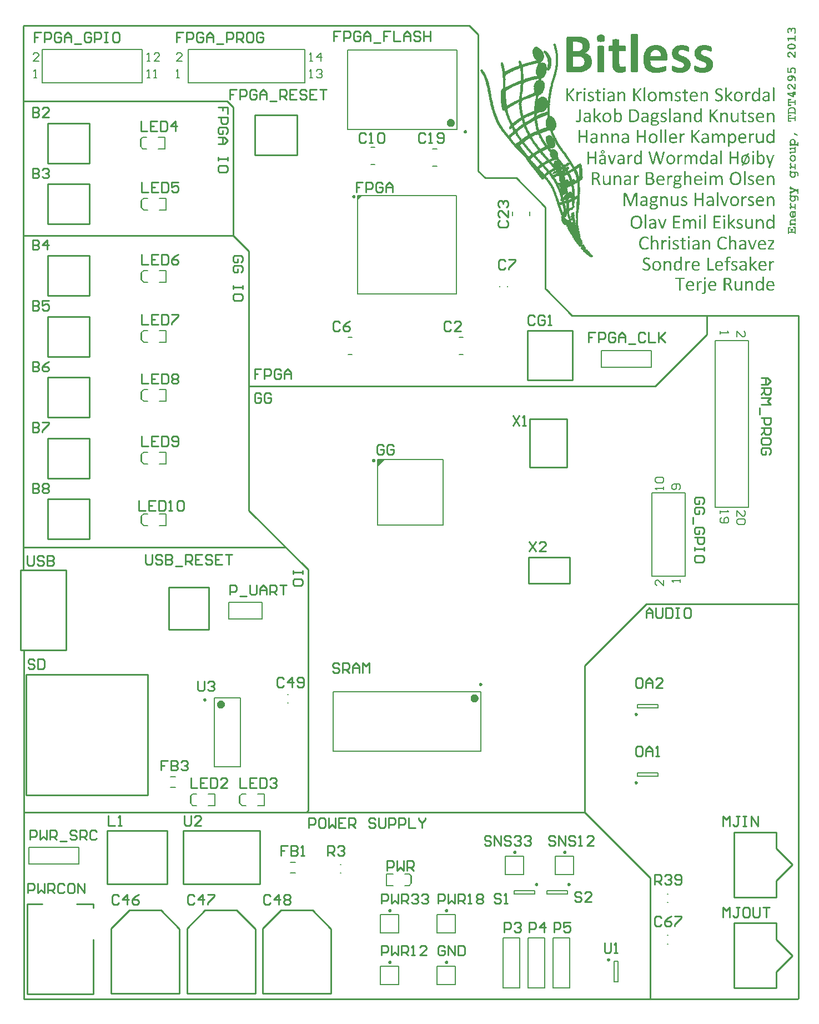
<source format=gto>
%FSTAX23Y23*%
%MOIN*%
%SFA1B1*%

%IPPOS*%
%ADD44C,0.007874*%
%ADD57C,0.010000*%
%ADD72C,0.009843*%
%ADD73C,0.023622*%
%ADD74C,0.005000*%
%ADD75C,0.001000*%
%ADD76C,0.008000*%
%LNpcb_take2-1-1*%
%LPD*%
G36*
X05771Y08247D02*
X05771Y08247D01*
X05772*
X05772Y08246*
X05773*
X05773Y08246*
X05773*
X05773Y08246*
X05774Y08246*
X05774Y08245*
X05774Y08245*
Y08171*
Y0817*
Y0817*
X05774Y0817*
X05774Y08169*
X05773Y08169*
X05773*
X05773Y08169*
X05772*
X05771Y08169*
X05771*
X0577Y08169*
X05767*
X05766Y08169*
X05766*
X05766Y08169*
X05765Y08169*
X05765*
X05765Y08169*
X05764Y0817*
Y0817*
Y0817*
X05764Y08171*
Y08205*
X05729*
Y08171*
Y0817*
Y0817*
X05728Y0817*
X05728Y08169*
X05727Y08169*
X05727*
X05727Y08169*
X05727*
X05726Y08169*
X05725*
X05725Y08169*
X05722*
X05721Y08169*
X05721*
X0572Y08169*
X0572*
X05719Y08169*
X05719*
X05719Y08169*
X05719Y0817*
Y0817*
Y0817*
X05718Y08171*
Y08245*
Y08245*
Y08245*
X05719Y08246*
Y08246*
X05719Y08246*
X05719Y08246*
X0572*
X0572Y08246*
X0572*
X05721Y08247*
X05721*
X05722Y08247*
X05722Y08247*
X05724*
X05725Y08247*
X05726Y08247*
X05726*
X05726Y08246*
X05727*
X05727Y08246*
X05728*
X05728Y08246*
X05728Y08246*
X05728Y08245*
X05729Y08245*
Y08214*
X05764*
Y08245*
Y08245*
Y08245*
X05764Y08246*
Y08246*
X05764Y08246*
X05765Y08246*
X05765*
X05765Y08246*
X05766*
X05766Y08247*
X05767*
X05767Y08247*
X05768Y08247*
X0577*
X05771Y08247*
G37*
G36*
X06232Y08227D02*
X06233Y08227D01*
X06235Y08226*
X06236Y08226*
X06237Y08226*
X06239Y08225*
X06239Y08225*
X06239Y08225*
X0624Y08224*
X06241Y08224*
X06243Y08222*
X06244Y0822*
X06245Y0822*
X06245Y0822*
X06245Y08219*
X06246Y08218*
X06246Y08217*
X06247Y08216*
X06248Y08213*
Y08213*
X06248Y08212*
X06248Y08212*
X06248Y0821*
X06248Y08209*
X06248Y08208*
X06249Y08204*
Y0817*
Y0817*
X06248Y0817*
X06248Y08169*
X06247Y08169*
X06247*
X06247Y08169*
X06247*
X06246Y08169*
X06245*
X06245Y08169*
X06242*
X06241Y08169*
X06241*
X06241Y08169*
X0624Y08169*
X0624*
X06239Y08169*
X06239Y0817*
Y0817*
Y0817*
X06239Y0817*
Y08203*
Y08203*
Y08204*
Y08204*
X06239Y08205*
X06238Y08207*
X06238Y08209*
Y08209*
X06238Y0821*
X06238Y0821*
X06237Y08211*
X06237Y08212*
X06236Y08214*
Y08214*
X06236Y08214*
X06235Y08215*
X06234Y08216*
X06233Y08217*
X06233*
X06232Y08217*
X06232Y08218*
X06231Y08218*
X0623Y08218*
X06228Y08218*
X06227*
X06227Y08218*
X06226Y08218*
X06225Y08218*
X06224Y08217*
X06222Y08217*
X06221Y08216*
X06221Y08216*
X06221Y08215*
X0622Y08215*
X06219Y08214*
X06218Y08213*
X06217Y08211*
X06215Y0821*
X06214Y08208*
Y0817*
Y0817*
X06213Y0817*
X06213Y08169*
X06212Y08169*
X06212*
X06212Y08169*
X06212*
X06211Y08169*
X0621*
X0621Y08169*
X06207*
X06206Y08169*
X06206*
X06206Y08169*
X06205*
X06205Y08169*
X06204*
X06204Y08169*
X06204Y08169*
X06204Y0817*
Y0817*
Y0817*
X06204Y0817*
Y08203*
Y08203*
Y08204*
Y08204*
X06204Y08205*
X06203Y08207*
X06203Y08209*
Y08209*
X06203Y0821*
X06203Y0821*
X06202Y08211*
X06202Y08212*
X06201Y08214*
Y08214*
X06201Y08214*
X062Y08215*
X06199Y08216*
X06198Y08217*
X06197*
X06197Y08217*
X06197Y08218*
X06196Y08218*
X06195Y08218*
X06193Y08218*
X06192*
X06192Y08218*
X06191Y08218*
X0619Y08218*
X06189Y08217*
X06187Y08217*
X06186Y08216*
X06186Y08216*
X06185Y08215*
X06185Y08215*
X06184Y08214*
X06183Y08213*
X06181Y08211*
X0618Y0821*
X06179Y08208*
Y0817*
Y0817*
X06178Y0817*
X06178Y08169*
X06177Y08169*
X06177*
X06177Y08169*
X06177*
X06176Y08169*
X06175*
X06175Y08169*
X06172*
X06171Y08169*
X06171*
X06171Y08169*
X0617Y08169*
X06169*
X06169Y08169*
X06169Y08169*
X06169Y0817*
Y0817*
Y0817*
X06169Y0817*
Y08224*
Y08224*
Y08225*
X06169Y08225*
Y08225*
X06169Y08225*
X06169Y08226*
X0617*
X0617Y08226*
X0617Y08226*
X06171Y08226*
X06171*
X06171Y08226*
X06175*
X06175Y08226*
X06175*
X06176Y08226*
X06176Y08226*
X06177Y08226*
X06177*
X06177Y08225*
X06177Y08225*
X06177Y08225*
X06177Y08225*
X06178Y08224*
Y08217*
X06178Y08217*
X06178Y08218*
X06179Y08219*
X0618Y0822*
X06182Y08221*
X06183Y08222*
X06185Y08224*
X06186Y08225*
X06186Y08225*
X06187Y08225*
X06188Y08225*
X06189Y08226*
X0619Y08226*
X06192Y08227*
X06194Y08227*
X06195Y08227*
X06196*
X06197Y08227*
X06199Y08227*
X06201Y08226*
X06201*
X06202Y08226*
X06202Y08226*
X06203Y08225*
X06204Y08225*
X06206Y08224*
X06206*
X06206Y08224*
X06207Y08223*
X06208Y08222*
X06209Y08221*
Y0822*
X0621Y0822*
X0621Y0822*
X0621Y08219*
X06211Y08218*
X06212Y08216*
X06212Y08216*
X06212Y08217*
X06213Y08217*
X06213Y08218*
X06215Y0822*
X06217Y08221*
X06217Y08221*
X06217Y08222*
X06218Y08222*
X06218Y08222*
X0622Y08223*
X06221Y08224*
X06222*
X06222Y08225*
X06222Y08225*
X06223Y08225*
X06224Y08226*
X06226Y08226*
X06226*
X06226Y08226*
X06227*
X06227Y08227*
X06228Y08227*
X0623Y08227*
X06231*
X06232Y08227*
G37*
G36*
X06001D02*
X06001D01*
X06002Y08227*
X06002Y08226*
X06003Y08226*
X06003*
X06004Y08226*
X06004Y08226*
X06005Y08226*
X06005*
X06005Y08226*
X06006Y08226*
X06006Y08225*
X06006*
X06006Y08225*
X06007Y08225*
X06007Y08225*
Y08224*
Y08224*
X06007Y08224*
Y08223*
Y08223*
Y08223*
X06007Y08222*
Y08222*
Y08221*
Y0822*
Y0822*
Y08219*
X06007Y08218*
Y08218*
Y08218*
X06007Y08217*
X06006Y08217*
X06006Y08216*
X06006Y08216*
X06006Y08216*
X06005*
X06004Y08216*
X06004*
X06004Y08216*
X06003Y08217*
X06003Y08217*
X06003*
X06002Y08217*
X06002Y08217*
X06001Y08217*
X06001*
X06Y08217*
X05999Y08218*
X05998*
X05998Y08217*
X05997Y08217*
X05996Y08217*
X05995Y08217*
X05995Y08216*
X05994Y08216*
X05993Y08215*
X05992Y08215*
X05992Y08214*
X05991Y08213*
X05989Y08211*
Y08211*
X05989Y08211*
X05989Y0821*
X05988Y0821*
X05988Y08209*
X05987Y08208*
X05986Y08206*
Y0817*
Y0817*
X05985Y0817*
X05985Y08169*
X05984Y08169*
X05984*
X05984Y08169*
X05984*
X05983Y08169*
X05982*
X05982Y08169*
X05979*
X05978Y08169*
X05978*
X05978Y08169*
X05977Y08169*
X05976*
X05976Y08169*
X05976Y08169*
X05976Y0817*
Y0817*
Y0817*
X05976Y0817*
Y08224*
Y08224*
Y08225*
X05976Y08225*
Y08225*
X05976Y08225*
X05976Y08226*
X05977*
X05977Y08226*
X05977Y08226*
X05978Y08226*
X05978*
X05978Y08226*
X05982*
X05982Y08226*
X05982*
X05983Y08226*
X05983Y08226*
X05984Y08226*
X05984*
X05984Y08225*
X05984Y08225*
X05984Y08225*
X05984Y08225*
X05985Y08224*
Y08216*
X05985Y08217*
X05985Y08217*
X05985Y08218*
X05986Y08218*
X05987Y0822*
X05989Y08222*
X05989Y08222*
X05989Y08222*
X0599Y08223*
X05991Y08224*
X05992Y08225*
X05992*
X05993Y08225*
X05993Y08225*
X05995Y08226*
X05996Y08226*
X05996*
X05996Y08226*
X05997Y08227*
X05998Y08227*
X05999Y08227*
X06*
X06001Y08227*
G37*
G36*
X0542Y08247D02*
X05421Y08247D01*
X05421*
X05422Y08246*
X05422*
X05423Y08246*
X05423*
X05423Y08246*
X05423Y08246*
X05424Y08245*
X05424Y08245*
Y08171*
Y0817*
Y0817*
X05423Y0817*
X05423Y08169*
X05423Y08169*
X05422*
X05422Y08169*
X05422*
X05421Y08169*
X0542*
X0542Y08169*
X05417*
X05416Y08169*
X05416*
X05416Y08169*
X05414Y08169*
X05414*
X05414Y08169*
X05414Y0817*
Y0817*
Y0817*
X05413Y08171*
Y08205*
X05378*
Y08171*
Y0817*
Y0817*
X05378Y0817*
X05378Y08169*
X05377Y08169*
X05377*
X05377Y08169*
X05376*
X05375Y08169*
X05375*
X05374Y08169*
X05371*
X05371Y08169*
X0537*
X0537Y08169*
X05369*
X05369Y08169*
X05369*
X05369Y08169*
X05368Y0817*
Y0817*
Y0817*
X05368Y08171*
Y08245*
Y08245*
Y08245*
X05368Y08246*
Y08246*
X05368Y08246*
X05369Y08246*
X05369*
X05369Y08246*
X0537*
X05371Y08247*
X05371*
X05371Y08247*
X05372Y08247*
X05374*
X05375Y08247*
X05375Y08247*
X05375*
X05376Y08246*
X05377*
X05377Y08246*
X05377*
X05377Y08246*
X05378Y08246*
X05378Y08245*
X05378Y08245*
Y08214*
X05413*
Y08245*
Y08245*
Y08245*
X05414Y08246*
Y08246*
X05414Y08246*
X05414Y08246*
X05415*
X05415Y08246*
X05415*
X05416Y08247*
X05416*
X05417Y08247*
X05418Y08247*
X05419*
X0542Y08247*
G37*
G36*
X06133Y08227D02*
X06134Y08227D01*
X06136Y08226*
X06137Y08226*
X06139Y08226*
X06139*
X0614Y08225*
X0614Y08225*
X06141Y08225*
X06144Y08223*
X06145Y08223*
X06146Y08222*
X06146Y08222*
X06146Y08221*
X06146Y08221*
X06147Y0822*
X06148Y08219*
X06148Y08218*
X06149Y08217*
X06149Y08215*
Y08215*
X0615Y08215*
X0615Y08214*
X0615Y08213*
X0615Y08212*
X0615Y0821*
X06151Y08208*
Y08207*
Y0817*
Y0817*
Y0817*
X0615Y0817*
X0615Y08169*
X0615*
X0615Y08169*
X06149Y08169*
X06149Y08169*
X06148*
X06147Y08169*
X06145*
X06144Y08169*
X06144*
X06143Y08169*
X06143Y08169*
X06142Y08169*
Y08169*
X06142Y0817*
X06142Y0817*
X06142Y0817*
Y08176*
X06142Y08176*
X06141Y08175*
X06141Y08174*
X0614Y08174*
X06138Y08173*
X06137Y08172*
X06136Y08171*
X06134Y0817*
X06134Y0817*
X06133Y0817*
X06132Y08169*
X06131Y08169*
X0613Y08168*
X06128Y08168*
X06127Y08168*
X06125Y08168*
X06123*
X06122Y08168*
X06121Y08168*
X0612Y08168*
X06117Y08169*
X06117*
X06117Y08169*
X06116Y08169*
X06115Y0817*
X06113Y08171*
X06111Y08172*
X06111Y08172*
X06111Y08172*
X0611Y08173*
X0611Y08173*
X06109Y08175*
X06108Y08177*
Y08177*
X06107Y08178*
X06107Y08178*
X06107Y08179*
X06107Y0818*
X06106Y08181*
X06106Y08184*
Y08184*
Y08185*
X06106Y08186*
X06107Y08187*
X06107Y08188*
X06107Y08189*
X06107Y08191*
X06108Y08192*
X06108Y08192*
X06108Y08193*
X06109Y08193*
X06109Y08194*
X0611Y08195*
X06111Y08196*
X06112Y08197*
X06113Y08198*
X06114Y08198*
X06114Y08198*
X06115Y08198*
X06116Y08199*
X06117Y08199*
X06119Y082*
X0612Y082*
X06122Y08201*
X06122*
X06123Y08201*
X06124Y08201*
X06125Y08202*
X06127Y08202*
X06129Y08202*
X06131Y08202*
X06141*
Y08206*
Y08206*
Y08207*
Y08207*
X06141Y08208*
X0614Y0821*
X0614Y08212*
Y08212*
X0614Y08212*
X0614Y08212*
X06139Y08213*
X06139Y08214*
X06138Y08216*
Y08216*
X06138Y08216*
X06137Y08216*
X06136Y08217*
X06134Y08218*
X06134*
X06134Y08218*
X06133Y08218*
X06132Y08218*
X06132Y08219*
X06131Y08219*
X06128Y08219*
X06127*
X06126Y08219*
X06124Y08219*
X06122Y08218*
X06122*
X06121Y08218*
X06121Y08218*
X0612Y08217*
X06118Y08217*
X06117Y08216*
X06117*
X06116Y08216*
X06115Y08215*
X06114Y08215*
X06113Y08214*
X06113Y08214*
X06112Y08214*
X06111Y08213*
X06111Y08213*
X06111*
X0611Y08213*
X0611Y08214*
X06109Y08214*
Y08214*
X06109Y08215*
X06109Y08215*
Y08216*
Y08216*
Y08217*
Y08217*
Y08217*
Y08218*
Y08219*
X06109Y08219*
Y0822*
X06109Y0822*
X06109Y0822*
X0611Y08221*
X0611Y08221*
X06111Y08222*
X06112Y08222*
X06113Y08223*
X06113*
X06113Y08223*
X06114Y08223*
X06114Y08224*
X06116Y08224*
X06117Y08225*
X06118*
X06118Y08225*
X06118Y08225*
X06119Y08225*
X06121Y08226*
X06123Y08226*
X06123*
X06124Y08226*
X06124*
X06125Y08227*
X06127Y08227*
X06129Y08227*
X06131*
X06133Y08227*
G37*
G36*
X06478Y08226D02*
X06478D01*
X06479Y08226*
X06479Y08226*
X0648Y08226*
X0648*
X0648Y08225*
X06481Y08225*
X06481Y08225*
X06481Y08224*
Y0817*
Y0817*
X06481Y0817*
X0648Y08169*
X0648Y08169*
X0648Y08169*
X0648*
X06479Y08169*
X06479*
X06478Y08169*
X06478*
X06477Y08169*
X06475*
X06474Y08169*
X06474*
X06474Y08169*
X06473*
X06473Y08169*
X06472Y08169*
X06472Y0817*
Y0817*
Y0817*
X06472Y0817*
Y08178*
X06472Y08177*
X06471Y08177*
X0647Y08176*
X06469Y08175*
X06468Y08173*
X06466Y08172*
X06464Y08171*
X06463Y0817*
X06462Y0817*
X06462Y0817*
X06461Y08169*
X0646Y08169*
X06459Y08168*
X06457Y08168*
X06455Y08168*
X06454Y08168*
X06453*
X06452Y08168*
X0645Y08168*
X06449Y08168*
X06448Y08168*
X06446Y08169*
X06445Y0817*
X06444Y0817*
X06444Y0817*
X06443Y0817*
X06442Y08171*
X0644Y08172*
X06439Y08174*
X06438Y08174*
X06438Y08175*
X06438Y08175*
X06437Y08176*
X06437Y08177*
X06436Y08179*
X06435Y08181*
Y08182*
X06435Y08182*
X06435Y08183*
X06435Y08184*
X06435Y08186*
X06435Y08187*
X06434Y0819*
Y08192*
Y08224*
Y08224*
Y08225*
X06435Y08225*
Y08225*
X06435Y08225*
X06435Y08225*
X06435Y08226*
X06435*
X06436Y08226*
X06436Y08226*
X06437Y08226*
X06437*
X06438Y08226*
X06441*
X06442Y08226*
X06442*
X06442Y08226*
X06443Y08226*
X06443Y08226*
X06443*
X06443Y08225*
X06444Y08225*
X06444Y08225*
X06444Y08224*
Y08193*
Y08193*
Y08192*
Y08191*
X06445Y0819*
X06445Y08188*
X06445Y08186*
X06445Y08185*
Y08185*
X06445Y08185*
X06445Y08184*
X06446Y08184*
X06446Y08182*
X06447Y0818*
Y0818*
X06447Y0818*
X06448Y08179*
X06449Y08178*
X06451Y08177*
X06451*
X06451Y08177*
X06452Y08177*
X06452Y08177*
X06454Y08176*
X06456Y08176*
X06456*
X06457Y08176*
X06458Y08177*
X06459Y08177*
X0646Y08177*
X06462Y08178*
X06463Y08179*
X06463Y08179*
X06464Y08179*
X06464Y0818*
X06465Y08181*
X06467Y08182*
X06468Y08183*
X06469Y08185*
X06471Y08187*
Y08224*
Y08224*
Y08225*
X06471Y08225*
Y08225*
X06471Y08225*
X06472Y08225*
X06472Y08226*
X06472*
X06472Y08226*
X06473Y08226*
X06473Y08226*
X06474*
X06474Y08226*
X06477*
X06478Y08226*
G37*
G36*
X06093Y08247D02*
X06094Y08247D01*
X06094*
X06094Y08246*
X06095Y08246*
X06095Y08246*
X06095*
X06095Y08246*
X06096Y08246*
X06096Y08245*
X06096Y08245*
X06096Y08245*
Y08245*
Y08244*
X06096Y08244*
X06096Y08243*
Y08243*
X06095Y08243*
X06095Y08242*
X06094Y08241*
X06069Y0821*
X06096Y08174*
X06096Y08173*
X06097Y08173*
X06097Y08172*
X06097Y08172*
Y08171*
X06098Y08171*
X06098Y08171*
Y0817*
X06097Y0817*
X06097Y0817*
X06097Y08169*
X06097Y08169*
X06096*
X06096Y08169*
X06096*
X06095Y08169*
X06094*
X06093Y08169*
X0609*
X06089Y08169*
X06089*
X06088Y08169*
X06087Y08169*
X06087Y08169*
X06087Y0817*
X06087Y0817*
X06086Y08171*
X06057Y08209*
Y08171*
Y0817*
X06057Y0817*
X06057Y08169*
X06056Y08169*
X06056*
X06056Y08169*
X06055*
X06055Y08169*
X06054*
X06053Y08169*
X06051*
X0605Y08169*
X0605*
X06049Y08169*
X06049*
X06048Y08169*
X06048*
X06048Y08169*
X06047Y0817*
Y0817*
Y0817*
X06047Y08171*
Y08245*
Y08245*
Y08245*
X06047Y08246*
Y08246*
X06048Y08246*
X06048Y08246*
X06048*
X06049Y08246*
X06049*
X0605Y08247*
X0605*
X06051Y08247*
X06051Y08247*
X06053*
X06054Y08247*
X06055Y08247*
X06055*
X06055Y08246*
X06056*
X06056Y08246*
X06056*
X06057Y08246*
X06057Y08246*
X06057Y08245*
X06057Y08245*
Y0821*
X06085Y08245*
X06085Y08245*
X06085Y08245*
X06086Y08246*
X06086Y08246*
X06086Y08246*
X06087Y08246*
X06087*
X06087Y08246*
X06088Y08247*
X06088Y08247*
X06089*
X06089Y08247*
X06092*
X06093Y08247*
G37*
G36*
X06417Y08227D02*
X06417D01*
X06418Y08227*
X06418Y08226*
X06419Y08226*
X06419*
X0642Y08226*
X06421Y08226*
X06421Y08226*
X06421*
X06422Y08226*
X06422Y08226*
X06422Y08225*
X06422*
X06423Y08225*
X06423Y08225*
X06423Y08225*
Y08224*
Y08224*
X06423Y08224*
Y08223*
Y08223*
Y08223*
X06423Y08222*
Y08222*
Y08221*
Y0822*
Y0822*
Y08219*
X06423Y08218*
Y08218*
Y08218*
X06423Y08217*
X06423Y08217*
X06422Y08216*
X06422Y08216*
X06422Y08216*
X06421*
X06421Y08216*
X0642*
X0642Y08216*
X0642Y08217*
X06419Y08217*
X06419*
X06418Y08217*
X06418Y08217*
X06417Y08217*
X06417*
X06416Y08217*
X06416Y08218*
X06415*
X06414Y08217*
X06413Y08217*
X06412Y08217*
X06412Y08217*
X06411Y08216*
X0641Y08216*
X06409Y08215*
X06409Y08215*
X06408Y08214*
X06407Y08213*
X06405Y08211*
Y08211*
X06405Y08211*
X06405Y0821*
X06404Y0821*
X06404Y08209*
X06403Y08208*
X06402Y08206*
Y0817*
Y0817*
X06402Y0817*
X06401Y08169*
X06401Y08169*
X06401*
X064Y08169*
X064*
X06399Y08169*
X06399*
X06398Y08169*
X06395*
X06394Y08169*
X06394*
X06394Y08169*
X06393Y08169*
X06393*
X06392Y08169*
X06392Y08169*
X06392Y0817*
Y0817*
Y0817*
X06392Y0817*
Y08224*
Y08224*
Y08225*
X06392Y08225*
Y08225*
X06392Y08225*
X06393Y08226*
X06393*
X06393Y08226*
X06394Y08226*
X06394Y08226*
X06394*
X06395Y08226*
X06398*
X06398Y08226*
X06399*
X06399Y08226*
X06399Y08226*
X064Y08226*
X064*
X064Y08225*
X064Y08225*
X06401Y08225*
X06401Y08225*
X06401Y08224*
Y08216*
X06401Y08217*
X06401Y08217*
X06402Y08218*
X06402Y08218*
X06403Y0822*
X06405Y08222*
X06405Y08222*
X06405Y08222*
X06406Y08223*
X06407Y08224*
X06409Y08225*
X06409*
X06409Y08225*
X0641Y08225*
X06411Y08226*
X06412Y08226*
X06412*
X06412Y08226*
X06413Y08227*
X06414Y08227*
X06415Y08227*
X06416*
X06417Y08227*
G37*
G36*
X05542Y08352D02*
X05544Y08352D01*
X05545Y08352*
X05547Y08352*
X05549Y08351*
X05551Y08351*
X05552Y0835*
X05552Y0835*
X05553Y0835*
X05554Y08349*
X05556Y08348*
X05557Y08347*
X05558Y08346*
X0556Y08345*
X0556Y08345*
X0556Y08344*
X05561Y08343*
X05561Y08342*
X05562Y08341*
X05563Y08339*
X05564Y08338*
X05564Y08336*
X05565Y08335*
X05565Y08335*
X05565Y08334*
X05565Y08332*
X05566Y0833*
X05566Y08328*
X05566Y08326*
Y08323*
Y08323*
Y08322*
X05566Y08321*
Y0832*
X05566Y08318*
X05566Y08316*
X05565Y08314*
X05564Y08311*
X05564Y08311*
X05564Y0831*
X05564Y08309*
X05563Y08308*
X05562Y08307*
X05562Y08305*
X0556Y08303*
X05559Y08302*
X05559Y08302*
X05559Y08301*
X05558Y083*
X05557Y083*
X05556Y08298*
X05554Y08297*
X05553Y08296*
X05551Y08296*
X0555Y08295*
X0555Y08295*
X05549Y08295*
X05547Y08295*
X05545Y08294*
X05543Y08294*
X05541Y08294*
X05539Y08293*
X05537*
X05536Y08294*
X05535Y08294*
X05533Y08294*
X05531Y08294*
X05529Y08295*
X05527Y08295*
X05527Y08295*
X05526Y08296*
X05525Y08296*
X05524Y08297*
X05523Y08298*
X05521Y08298*
X0552Y083*
X05519Y08301*
X05519Y08301*
X05518Y08302*
X05518Y08302*
X05517Y08304*
X05516Y08305*
X05515Y08307*
X05515Y08308*
X05514Y0831*
Y0831*
X05514Y08311*
X05513Y08312*
X05513Y08314*
X05513Y08316*
X05513Y08318*
X05512Y0832*
X05512Y08322*
Y08323*
Y08323*
Y08324*
X05512Y08325*
Y08326*
X05513Y08328*
X05513Y0833*
X05513Y08332*
X05514Y08334*
X05514Y08335*
X05514Y08335*
X05515Y08336*
X05515Y08338*
X05516Y08339*
X05517Y08341*
X05518Y08342*
X05519Y08344*
X05519Y08344*
X0552Y08345*
X0552Y08345*
X05521Y08346*
X05523Y08347*
X05524Y08348*
X05526Y08349*
X05528Y0835*
X05528Y0835*
X05529Y08351*
X0553Y08351*
X05531Y08351*
X05533Y08352*
X05535Y08352*
X05537Y08352*
X0554Y08353*
X05541*
X05542Y08352*
G37*
G36*
X05588Y08378D02*
X05588D01*
X05589Y08378*
X05589Y08378*
X05589Y08377*
X0559*
X0559Y08377*
X0559Y08377*
X0559Y08377*
X05591Y08376*
Y08344*
X05591Y08344*
X05591Y08344*
X05592Y08345*
X05592Y08345*
X05594Y08346*
X05595Y08348*
X05595Y08348*
X05596Y08348*
X05596Y08348*
X05597Y08349*
X05598Y0835*
X056Y08351*
X056*
X056Y08351*
X056Y08351*
X05601Y08351*
X05602Y08352*
X05604Y08352*
X05604*
X05604Y08352*
X05605*
X05605Y08352*
X05607Y08352*
X05608Y08353*
X05609*
X05611Y08352*
X05612Y08352*
X05613Y08352*
X05615Y08352*
X05617Y08351*
X05618Y0835*
X05619Y0835*
X05619Y0835*
X0562Y08349*
X05621Y08349*
X05622Y08348*
X05623Y08347*
X05624Y08345*
X05625Y08344*
X05625Y08344*
X05626Y08343*
X05626Y08342*
X05627Y08341*
X05627Y0834*
X05628Y08338*
X05628Y08337*
X05629Y08335*
Y08334*
X05629Y08334*
X05629Y08333*
X0563Y08331*
X0563Y0833*
X0563Y08328*
X0563Y08326*
Y08324*
Y08323*
Y08323*
Y08322*
X0563Y08321*
Y08319*
X0563Y08317*
X0563Y08315*
X05629Y08313*
X05629Y08311*
Y08311*
X05628Y0831*
X05628Y08309*
X05627Y08308*
X05627Y08306*
X05626Y08305*
X05625Y08303*
X05624Y08301*
X05624Y08301*
X05624Y08301*
X05623Y083*
X05622Y08299*
X05621Y08298*
X0562Y08297*
X05618Y08296*
X05617Y08295*
X05617Y08295*
X05616Y08295*
X05615Y08295*
X05614Y08294*
X05613Y08294*
X05611Y08294*
X05609Y08294*
X05607Y08293*
X05606*
X05606Y08294*
X05604Y08294*
X05602Y08294*
X05602*
X05602Y08294*
X05601*
X05601Y08294*
X056Y08295*
X05598Y08295*
X05598*
X05598Y08296*
X05597Y08296*
X05595Y08297*
X05594Y08298*
X05594Y08298*
X05594Y08299*
X05593Y08299*
X05593Y083*
X05591Y08301*
X05589Y08303*
Y08296*
Y08296*
X05589Y08295*
X05589Y08295*
X05588Y08295*
X05588*
X05588Y08295*
X05588*
X05587Y08294*
X05586*
X05586Y08294*
X05584*
X05583Y08294*
X05583*
X05582Y08295*
X05581Y08295*
X05581Y08295*
X05581Y08295*
Y08295*
Y08295*
X05581Y08296*
Y08376*
Y08376*
Y08376*
X05581Y08377*
Y08377*
X05581Y08377*
X05581Y08377*
X05582Y08377*
X05582*
X05582Y08378*
X05582Y08378*
X05583Y08378*
X05583*
X05584Y08378*
X05587*
X05588Y08378*
G37*
G36*
X06462Y08352D02*
X06464Y08352D01*
X06465Y08352*
X06467Y08352*
X06469Y08351*
X06471Y08351*
X06471Y0835*
X06471Y0835*
X06472Y0835*
X06473Y08349*
X06474Y08348*
X06476Y08347*
X06477Y08346*
X06478Y08345*
X06478Y08345*
X06478Y08344*
X06479Y08344*
X0648Y08343*
X0648Y08341*
X06481Y0834*
X06482Y08339*
X06482Y08337*
Y08337*
X06482Y08336*
X06483Y08335*
X06483Y08334*
X06483Y08332*
X06483Y08331*
X06484Y08329*
Y08327*
Y08325*
Y08325*
Y08325*
X06483Y08324*
X06483Y08323*
X06482Y08322*
X06482Y08322*
X06482Y08321*
X06481Y08321*
X0648Y08321*
X06444*
Y08321*
Y0832*
Y08319*
X06444Y08318*
Y08317*
X06445Y08316*
X06445Y08313*
Y08313*
X06445Y08312*
X06446Y08312*
X06446Y08311*
X06447Y08309*
X06448Y08307*
X06448Y08307*
X06449Y08306*
X06449Y08306*
X0645Y08305*
X0645Y08305*
X06451Y08304*
X06454Y08303*
X06454*
X06454Y08303*
X06455Y08302*
X06456Y08302*
X06457Y08302*
X06458Y08302*
X0646Y08301*
X06463*
X06464Y08302*
X06466Y08302*
X06469Y08302*
X06469*
X06469Y08302*
X0647Y08302*
X0647Y08302*
X06472Y08303*
X06474Y08303*
X06474*
X06474Y08303*
X06475Y08304*
X06476Y08304*
X06477Y08305*
X06478Y08305*
X06478Y08305*
X06479Y08305*
X0648Y08306*
X0648*
X0648Y08305*
X0648*
X06481Y08305*
X06481Y08305*
Y08304*
X06481Y08304*
X06481Y08303*
Y08303*
X06481Y08303*
Y08302*
Y08302*
Y08301*
Y08301*
X06481Y083*
Y083*
Y083*
X06481Y08299*
X06481Y08299*
X06481Y08298*
X06481Y08298*
X0648Y08298*
X0648Y08297*
X06479Y08297*
X06478Y08297*
X06478Y08296*
X06477Y08296*
X06476Y08296*
X06474Y08295*
X06474*
X06474Y08295*
X06473*
X06472Y08295*
X06471Y08295*
X0647Y08294*
X06468Y08294*
X06468*
X06468Y08294*
X06467*
X06466Y08294*
X06465Y08294*
X06464*
X06461Y08293*
X0646*
X06458Y08294*
X06457Y08294*
X06455Y08294*
X06453Y08294*
X06451Y08295*
X06449Y08295*
X06449Y08295*
X06448Y08295*
X06448Y08296*
X06446Y08297*
X06445Y08297*
X06444Y08298*
X06442Y08299*
X06441Y08301*
X06441Y08301*
X0644Y08301*
X0644Y08302*
X06439Y08303*
X06438Y08304*
X06437Y08306*
X06436Y08308*
X06436Y0831*
Y0831*
X06435Y08311*
X06435Y08312*
X06435Y08313*
X06435Y08315*
X06434Y08317*
X06434Y0832*
X06434Y08323*
Y08323*
Y08323*
Y08324*
X06434Y08325*
X06434Y08327*
X06435Y08329*
X06435Y08331*
X06435Y08333*
X06436Y08335*
X06436Y08335*
X06436Y08336*
X06437Y08337*
X06437Y08338*
X06438Y0834*
X06439Y08341*
X0644Y08343*
X06441Y08344*
X06441Y08345*
X06442Y08345*
X06442Y08346*
X06443Y08347*
X06444Y08348*
X06446Y08349*
X06447Y08349*
X06449Y0835*
X06449Y08351*
X0645Y08351*
X06451Y08351*
X06452Y08352*
X06454Y08352*
X06456Y08352*
X06458Y08352*
X0646Y08353*
X06461*
X06462Y08352*
G37*
G36*
X06542Y08252D02*
X06542Y08252D01*
X06543*
X06543Y08252*
X06544*
X06544Y08251*
X06544*
X06544Y08251*
X06545Y08251*
X06545Y08251*
X06545Y0825*
Y0817*
Y0817*
X06545Y0817*
X06545Y08169*
X06545Y08169*
X06544Y08169*
X06544*
X06544Y08169*
X06543*
X06543Y08169*
X06542*
X06542Y08169*
X06539*
X06539Y08169*
X06538*
X06538Y08169*
X06537Y08169*
X06537Y08169*
X06537Y0817*
Y0817*
X06536Y0817*
X06536Y0817*
Y08177*
X06536Y08177*
X06536Y08177*
X06535Y08176*
X06534Y08175*
X06532Y08174*
X06531Y08172*
X06529Y08171*
X06527Y0817*
X06527Y0817*
X06527Y0817*
X06526Y0817*
X06525Y08169*
X06523Y08168*
X06521Y08168*
X06519Y08168*
X06517Y08168*
X06516*
X06515Y08168*
X06514Y08168*
X06512Y08168*
X06511Y08169*
X06509Y08169*
X06507Y0817*
X06507Y0817*
X06507Y0817*
X06506Y08171*
X06505Y08172*
X06504Y08173*
X06503Y08174*
X06501Y08175*
X065Y08176*
X065Y08176*
X065Y08177*
X065Y08178*
X06499Y08179*
X06498Y0818*
X06498Y08182*
X06497Y08184*
X06497Y08185*
Y08186*
X06497Y08186*
X06497Y08187*
X06496Y08189*
X06496Y0819*
X06496Y08192*
X06496Y08194*
Y08197*
Y08197*
Y08197*
Y08198*
X06496Y08199*
Y08201*
X06496Y08203*
X06496Y08205*
X06497Y08209*
X06497Y08209*
X06497Y0821*
X06498Y08211*
X06498Y08212*
X06499Y08214*
X065Y08215*
X065Y08217*
X06501Y08219*
X06502Y08219*
X06502Y08219*
X06503Y0822*
X06504Y08221*
X06505Y08222*
X06506Y08223*
X06507Y08224*
X06509Y08225*
X06509Y08225*
X06509Y08225*
X0651Y08225*
X06512Y08226*
X06513Y08226*
X06515Y08227*
X06517Y08227*
X06519Y08227*
X0652*
X0652Y08227*
X06522Y08227*
X06523Y08226*
X06524Y08226*
X06526Y08225*
X06527Y08225*
X06527Y08225*
X06528Y08224*
X06529Y08224*
X0653Y08223*
X06531Y08222*
X06532Y08221*
X06534Y0822*
X06535Y08219*
Y0825*
Y0825*
Y0825*
X06535Y08251*
Y08251*
X06536Y08251*
X06536Y08251*
X06536Y08251*
X06536*
X06537Y08252*
X06537*
X06538Y08252*
X06538*
X06538Y08252*
X06539Y08252*
X06541*
X06542Y08252*
G37*
G36*
X06296Y08227D02*
X06298Y08227D01*
X06299Y08226*
X06301Y08226*
X06303Y08225*
X06304Y08225*
X06304Y08224*
X06305Y08224*
X06306Y08224*
X06307Y08223*
X06308Y08222*
X06309Y08221*
X0631Y0822*
X06311Y08218*
X06311Y08218*
X06311Y08218*
X06312Y08217*
X06312Y08216*
X06313Y08214*
X06314Y08213*
X06314Y08211*
X06315Y08209*
Y08209*
X06315Y08208*
X06315Y08207*
X06315Y08206*
X06316Y08204*
X06316Y08202*
X06316Y082*
Y08198*
Y08198*
Y08198*
Y08197*
X06316Y08196*
Y08194*
X06316Y08192*
X06315Y0819*
X06315Y08187*
X06314Y08185*
Y08185*
X06314Y08184*
X06314Y08183*
X06313Y08182*
X06313Y0818*
X06312Y08179*
X06311Y08177*
X0631Y08176*
X0631Y08176*
X06309Y08175*
X06309Y08174*
X06308Y08174*
X06307Y08173*
X06306Y08172*
X06304Y08171*
X06303Y0817*
X06302Y0817*
X06302Y0817*
X06301Y08169*
X063Y08169*
X06298Y08168*
X06297Y08168*
X06295Y08168*
X06293Y08168*
X06292*
X06291Y08168*
X0629Y08168*
X06288Y08168*
X06288*
X06288Y08168*
X06287Y08169*
X06286Y08169*
X06284Y0817*
X06284*
X06284Y0817*
X06283Y0817*
X06282Y08171*
X0628Y08172*
X0628Y08172*
X0628Y08172*
X06279Y08173*
X06278Y08174*
X06276Y08176*
Y08149*
Y08149*
Y08149*
X06276Y08148*
X06276Y08148*
X06275Y08148*
X06275*
X06275Y08148*
X06275Y08147*
X06274Y08147*
X06273*
X06272Y08147*
X0627*
X06269Y08147*
X06269*
X06268Y08147*
X06267Y08148*
X06267*
X06267Y08148*
X06267Y08148*
X06267Y08148*
Y08149*
X06267Y08149*
Y08224*
Y08224*
Y08225*
X06267Y08225*
Y08225*
X06267Y08225*
X06267Y08226*
X06267*
X06268Y08226*
X06268Y08226*
X06269Y08226*
X06269*
X06269Y08226*
X06272*
X06273Y08226*
X06273*
X06273Y08226*
X06274Y08226*
X06274Y08226*
X06274*
X06274Y08225*
X06275Y08225*
X06275Y08225*
X06275Y08225*
X06275Y08224*
Y08217*
X06275Y08217*
X06276Y08217*
X06276Y08218*
X06277Y08218*
X06278Y0822*
X0628Y08221*
X0628Y08221*
X0628Y08222*
X06281Y08222*
X06281Y08222*
X06283Y08223*
X06285Y08224*
X06285*
X06285Y08225*
X06285Y08225*
X06286Y08225*
X06287Y08226*
X06289Y08226*
X06289*
X0629Y08226*
X0629Y08226*
X06291Y08227*
X06292Y08227*
X06294Y08227*
X06295*
X06296Y08227*
G37*
G36*
X05531D02*
X05532Y08227D01*
X05534Y08226*
X05535Y08226*
X05537Y08226*
X05538Y08225*
X05538Y08225*
X05539Y08225*
X05539Y08224*
X0554Y08224*
X05542Y08222*
X05544Y0822*
X05544Y0822*
X05544Y0822*
X05545Y08219*
X05545Y08218*
X05546Y08217*
X05546Y08216*
X05547Y08213*
Y08213*
X05547Y08212*
X05548Y08211*
X05548Y0821*
X05548Y08209*
X05548Y08207*
X05548Y08205*
Y08203*
Y0817*
Y0817*
X05548Y0817*
X05548Y08169*
X05547Y08169*
X05547*
X05547Y08169*
X05546*
X05546Y08169*
X05545*
X05544Y08169*
X05542*
X05541Y08169*
X05541*
X0554Y08169*
X05539Y08169*
X05539Y08169*
X05539Y0817*
Y0817*
Y0817*
X05538Y0817*
Y08202*
Y08202*
Y08203*
Y08203*
X05538Y08204*
X05538Y08207*
X05538Y08208*
X05538Y08209*
Y08209*
X05538Y0821*
X05537Y0821*
X05537Y08211*
X05536Y08212*
X05535Y08214*
Y08214*
X05535Y08214*
X05535Y08215*
X05533Y08216*
X05532Y08217*
X05532*
X05532Y08217*
X05531Y08218*
X05531Y08218*
X05529Y08218*
X05527Y08218*
X05526*
X05526Y08218*
X05525Y08218*
X05524Y08218*
X05522Y08217*
X05521Y08217*
X0552Y08216*
X05519Y08216*
X05519Y08215*
X05518Y08215*
X05517Y08214*
X05516Y08213*
X05515Y08211*
X05513Y0821*
X05512Y08208*
Y0817*
Y0817*
X05512Y0817*
X05512Y08169*
X05511Y08169*
X05511*
X0551Y08169*
X0551*
X05509Y08169*
X05509*
X05508Y08169*
X05505*
X05504Y08169*
X05504*
X05504Y08169*
X05503Y08169*
X05503*
X05503Y08169*
X05502Y08169*
X05502Y0817*
Y0817*
Y0817*
X05502Y0817*
Y08224*
Y08224*
Y08225*
X05502Y08225*
Y08225*
X05502Y08225*
X05503Y08226*
X05503*
X05503Y08226*
X05504Y08226*
X05504Y08226*
X05504*
X05505Y08226*
X05508*
X05509Y08226*
X05509*
X05509Y08226*
X05509Y08226*
X0551Y08226*
X0551*
X0551Y08225*
X0551Y08225*
X05511Y08225*
X05511Y08225*
X05511Y08224*
Y08217*
X05511Y08217*
X05512Y08218*
X05513Y08219*
X05514Y0822*
X05515Y08221*
X05517Y08222*
X05518Y08224*
X0552Y08225*
X0552Y08225*
X05521Y08225*
X05522Y08225*
X05523Y08226*
X05524Y08226*
X05526Y08227*
X05527Y08227*
X05529Y08227*
X0553*
X05531Y08227*
G37*
G36*
X05595D02*
X05597Y08227D01*
X05598Y08226*
X056Y08226*
X05601Y08226*
X05603Y08225*
X05603Y08225*
X05603Y08225*
X05604Y08224*
X05605Y08224*
X05606Y08222*
X05608Y0822*
X05609Y0822*
X05609Y0822*
X05609Y08219*
X0561Y08218*
X0561Y08217*
X05611Y08216*
X05612Y08213*
Y08213*
X05612Y08212*
X05612Y08211*
X05612Y0821*
X05612Y08209*
X05613Y08207*
X05613Y08205*
Y08203*
Y0817*
Y0817*
X05612Y0817*
X05612Y08169*
X05612Y08169*
X05611*
X05611Y08169*
X05611*
X0561Y08169*
X0561*
X05609Y08169*
X05606*
X05605Y08169*
X05605*
X05605Y08169*
X05604Y08169*
X05603Y08169*
X05603Y0817*
Y0817*
Y0817*
X05603Y0817*
Y08202*
Y08202*
Y08203*
Y08203*
X05603Y08204*
X05603Y08207*
X05602Y08208*
X05602Y08209*
Y08209*
X05602Y0821*
X05602Y0821*
X05602Y08211*
X05601Y08212*
X056Y08214*
Y08214*
X056Y08214*
X05599Y08215*
X05598Y08216*
X05596Y08217*
X05596*
X05596Y08217*
X05596Y08218*
X05595Y08218*
X05593Y08218*
X05591Y08218*
X05591*
X0559Y08218*
X05589Y08218*
X05588Y08218*
X05587Y08217*
X05585Y08217*
X05584Y08216*
X05584Y08216*
X05583Y08215*
X05583Y08215*
X05582Y08214*
X0558Y08213*
X05579Y08211*
X05578Y0821*
X05576Y08208*
Y0817*
Y0817*
X05576Y0817*
X05576Y08169*
X05575Y08169*
X05575*
X05575Y08169*
X05574*
X05574Y08169*
X05573*
X05572Y08169*
X0557*
X05569Y08169*
X05569*
X05568Y08169*
X05567Y08169*
X05567*
X05567Y08169*
X05567Y08169*
X05567Y0817*
Y0817*
Y0817*
X05566Y0817*
Y08224*
Y08224*
Y08225*
X05567Y08225*
Y08225*
X05567Y08225*
X05567Y08226*
X05567*
X05568Y08226*
X05568Y08226*
X05569Y08226*
X05569*
X05569Y08226*
X05572*
X05573Y08226*
X05573*
X05573Y08226*
X05574Y08226*
X05574Y08226*
X05574*
X05575Y08225*
X05575Y08225*
X05575Y08225*
X05575Y08225*
X05575Y08224*
Y08217*
X05575Y08217*
X05576Y08218*
X05577Y08219*
X05578Y0822*
X0558Y08221*
X05581Y08222*
X05583Y08224*
X05584Y08225*
X05585Y08225*
X05585Y08225*
X05586Y08225*
X05587Y08226*
X05589Y08226*
X0559Y08227*
X05592Y08227*
X05593Y08227*
X05594*
X05595Y08227*
G37*
G36*
X05769Y07608D02*
X05771Y07608D01*
X05774Y07608*
X05774*
X05774Y07608*
X05775Y07608*
X05775Y07607*
X05777Y07607*
X05779Y07606*
X0578*
X0578Y07606*
X0578Y07606*
X05781Y07606*
X05783Y07605*
X05784Y07604*
X05784*
X05784Y07604*
X05785Y07603*
X05786Y07603*
X05787Y07602*
X05787Y07602*
X05788Y07602*
X05788Y07601*
X05788Y07601*
X05788Y07601*
X05789Y076*
Y076*
X05789Y07599*
Y07599*
X05789Y07598*
Y07598*
X05789Y07598*
Y07597*
Y07597*
Y07597*
Y07596*
Y07595*
X05789Y07595*
Y07595*
X05789Y07594*
X05788Y07593*
Y07593*
X05788Y07593*
X05788Y07592*
X05788*
X05787Y07592*
X05787*
X05787Y07592*
X05786Y07593*
X05785Y07593*
X05784Y07593*
X05784Y07594*
X05782Y07595*
X05781Y07596*
X05781*
X0578Y07596*
X0578Y07596*
X05779Y07597*
X05778Y07597*
X05777Y07598*
X05775Y07598*
X05775*
X05775Y07599*
X05774Y07599*
X05773Y07599*
X05772Y07599*
X0577Y07599*
X05769Y076*
X05766*
X05765Y07599*
X05764Y07599*
X05762Y07599*
X05761Y07599*
X05759Y07598*
X05758Y07597*
X05757Y07597*
X05757Y07597*
X05756Y07597*
X05755Y07596*
X05754Y07595*
X05753Y07594*
X05751Y07593*
X0575Y07591*
X0575Y07591*
X0575Y07591*
X05749Y0759*
X05749Y07589*
X05748Y07587*
X05747Y07585*
X05747Y07584*
X05746Y07582*
Y07581*
X05745Y0758*
X05745Y07579*
X05745Y07578*
X05745Y07576*
X05744Y07574*
X05744Y07571*
X05744Y07568*
Y07568*
Y07568*
Y07568*
Y07567*
X05744Y07566*
Y07564*
X05744Y07562*
X05745Y0756*
X05745Y07557*
X05746Y07555*
X05746Y07555*
X05746Y07554*
X05746Y07553*
X05747Y07552*
X05747Y0755*
X05748Y07549*
X05749Y07547*
X0575Y07546*
X0575Y07546*
X05751Y07545*
X05751Y07544*
X05752Y07544*
X05753Y07543*
X05755Y07542*
X05756Y07541*
X05757Y0754*
X05758Y0754*
X05758Y0754*
X05759Y07539*
X0576Y07539*
X05762Y07539*
X05763Y07538*
X05765Y07538*
X05767Y07538*
X05769*
X0577Y07538*
X05771Y07538*
X05773Y07539*
X05775Y07539*
X05775*
X05776Y07539*
X05776Y0754*
X05777Y0754*
X05779Y07541*
X05781Y07542*
X05781*
X05782Y07542*
X05782Y07542*
X05783Y07542*
X05784Y07543*
X05785Y07544*
X05785*
X05786Y07544*
X05786Y07545*
X05787Y07545*
X05788Y07545*
X05788*
X05788Y07545*
X05789Y07545*
X05789Y07545*
X05789Y07544*
Y07544*
X05789Y07544*
Y07544*
X05789Y07543*
Y07543*
X05789Y07542*
Y07542*
Y07541*
Y07541*
Y0754*
X05789Y07539*
Y07539*
Y07539*
X05789Y07538*
Y07538*
X05789Y07538*
X05789Y07537*
X05788Y07537*
X05788Y07536*
X05788Y07536*
X05788Y07536*
X05787Y07535*
X05786Y07535*
X05785Y07534*
X05785*
X05785Y07534*
X05784Y07534*
X05784Y07533*
X05782Y07533*
X0578Y07532*
X0578*
X0578Y07532*
X05779Y07531*
X05779Y07531*
X05778Y07531*
X05776Y0753*
X05774Y0753*
X05774*
X05773Y0753*
X05773Y07529*
X05772*
X0577Y07529*
X05769Y07529*
X05766Y07529*
X05765*
X05763Y07529*
X05761Y07529*
X05759Y0753*
X05757Y0753*
X05755Y07531*
X05752Y07532*
X05752Y07532*
X05751Y07532*
X0575Y07533*
X05749Y07533*
X05747Y07534*
X05745Y07536*
X05744Y07537*
X05742Y07539*
X05742Y07539*
X05741Y0754*
X05741Y07541*
X0574Y07542*
X05738Y07544*
X05737Y07546*
X05736Y07548*
X05735Y07551*
Y07551*
X05735Y07551*
Y07552*
X05735Y07552*
X05735Y07554*
X05734Y07556*
X05734Y07558*
X05734Y07561*
X05733Y07564*
X05733Y07568*
Y07568*
Y07568*
Y07569*
Y07569*
X05733Y0757*
Y07571*
X05734Y07573*
X05734Y07576*
X05734Y07579*
X05735Y07582*
X05736Y07585*
Y07585*
X05736Y07585*
X05736Y07586*
X05736Y07586*
X05737Y07587*
X05737Y07589*
X05738Y07591*
X0574Y07593*
X05741Y07596*
X05743Y07598*
X05743Y07598*
X05743Y07599*
X05744Y07599*
X05746Y07601*
X05747Y07602*
X05749Y07603*
X05751Y07605*
X05753Y07606*
X05753*
X05754Y07606*
X05754Y07606*
X05756Y07607*
X05757Y07607*
X05759Y07608*
X05762Y07608*
X05764Y07608*
X05767Y07609*
X05768*
X05769Y07608*
G37*
G36*
X06238D02*
X0624Y07608D01*
X06242Y07608*
X06243*
X06243Y07608*
X06244Y07608*
X06244Y07607*
X06246Y07607*
X06248Y07606*
X06248*
X06249Y07606*
X06249Y07606*
X0625Y07606*
X06251Y07605*
X06253Y07604*
X06253*
X06253Y07604*
X06254Y07603*
X06255Y07603*
X06256Y07602*
X06256Y07602*
X06256Y07602*
X06257Y07601*
X06257Y07601*
X06257Y07601*
X06257Y076*
Y076*
X06258Y07599*
Y07599*
X06258Y07598*
Y07598*
X06258Y07598*
Y07597*
Y07597*
Y07597*
Y07596*
Y07595*
X06258Y07595*
Y07595*
X06258Y07594*
X06257Y07593*
Y07593*
X06257Y07593*
X06257Y07592*
X06257*
X06256Y07592*
X06256*
X06255Y07592*
X06255Y07593*
X06254Y07593*
X06253Y07593*
X06253Y07594*
X06251Y07595*
X0625Y07596*
X0625*
X06249Y07596*
X06249Y07596*
X06248Y07597*
X06247Y07597*
X06246Y07598*
X06244Y07598*
X06244*
X06243Y07599*
X06243Y07599*
X06242Y07599*
X0624Y07599*
X06239Y07599*
X06238Y076*
X06235*
X06234Y07599*
X06233Y07599*
X06231Y07599*
X0623Y07599*
X06228Y07598*
X06226Y07597*
X06226Y07597*
X06226Y07597*
X06225Y07597*
X06224Y07596*
X06223Y07595*
X06222Y07594*
X0622Y07593*
X06219Y07591*
X06219Y07591*
X06219Y07591*
X06218Y0759*
X06218Y07589*
X06217Y07587*
X06216Y07585*
X06215Y07584*
X06215Y07582*
Y07581*
X06214Y0758*
X06214Y07579*
X06214Y07578*
X06214Y07576*
X06213Y07574*
X06213Y07571*
X06213Y07568*
Y07568*
Y07568*
Y07568*
Y07567*
X06213Y07566*
Y07564*
X06213Y07562*
X06214Y0756*
X06214Y07557*
X06214Y07555*
X06215Y07555*
X06215Y07554*
X06215Y07553*
X06216Y07552*
X06216Y0755*
X06217Y07549*
X06218Y07547*
X06219Y07546*
X06219Y07546*
X0622Y07545*
X0622Y07544*
X06221Y07544*
X06222Y07543*
X06223Y07542*
X06225Y07541*
X06226Y0754*
X06226Y0754*
X06227Y0754*
X06228Y07539*
X06229Y07539*
X06231Y07539*
X06232Y07538*
X06234Y07538*
X06236Y07538*
X06238*
X06239Y07538*
X0624Y07538*
X06242Y07539*
X06244Y07539*
X06244*
X06245Y07539*
X06245Y0754*
X06246Y0754*
X06248Y07541*
X0625Y07542*
X0625*
X0625Y07542*
X06251Y07542*
X06251Y07542*
X06253Y07543*
X06254Y07544*
X06254*
X06254Y07544*
X06255Y07545*
X06256Y07545*
X06257Y07545*
X06257*
X06257Y07545*
X06257Y07545*
X06258Y07545*
X06258Y07544*
Y07544*
X06258Y07544*
Y07544*
X06258Y07543*
Y07543*
X06258Y07542*
Y07542*
Y07541*
Y07541*
Y0754*
X06258Y07539*
Y07539*
Y07539*
X06258Y07538*
Y07538*
X06258Y07538*
X06257Y07537*
X06257Y07537*
X06257Y07536*
X06257Y07536*
X06256Y07536*
X06256Y07535*
X06255Y07535*
X06254Y07534*
X06254*
X06254Y07534*
X06253Y07534*
X06253Y07533*
X06251Y07533*
X06249Y07532*
X06249*
X06249Y07532*
X06248Y07531*
X06247Y07531*
X06246Y07531*
X06245Y0753*
X06243Y0753*
X06243*
X06242Y0753*
X06242Y07529*
X0624*
X06239Y07529*
X06238Y07529*
X06235Y07529*
X06233*
X06232Y07529*
X0623Y07529*
X06228Y0753*
X06226Y0753*
X06223Y07531*
X06221Y07532*
X06221Y07532*
X0622Y07532*
X06219Y07533*
X06218Y07533*
X06216Y07534*
X06214Y07536*
X06212Y07537*
X06211Y07539*
X06211Y07539*
X0621Y0754*
X06209Y07541*
X06208Y07542*
X06207Y07544*
X06206Y07546*
X06205Y07548*
X06204Y07551*
Y07551*
X06204Y07551*
Y07552*
X06204Y07552*
X06204Y07554*
X06203Y07556*
X06203Y07558*
X06202Y07561*
X06202Y07564*
X06202Y07568*
Y07568*
Y07568*
Y07569*
Y07569*
X06202Y0757*
Y07571*
X06202Y07573*
X06203Y07576*
X06203Y07579*
X06204Y07582*
X06204Y07585*
Y07585*
X06205Y07585*
X06205Y07586*
X06205Y07586*
X06205Y07587*
X06206Y07589*
X06207Y07591*
X06208Y07593*
X0621Y07596*
X06211Y07598*
X06212Y07598*
X06212Y07599*
X06213Y07599*
X06214Y07601*
X06216Y07602*
X06218Y07603*
X0622Y07605*
X06222Y07606*
X06222*
X06222Y07606*
X06223Y07606*
X06224Y07607*
X06226Y07607*
X06228Y07608*
X06231Y07608*
X06233Y07608*
X06236Y07609*
X06237*
X06238Y07608*
G37*
G36*
X05916Y07609D02*
X05918Y07609D01*
X05918Y07609*
X05919Y07608*
X05919Y07608*
X05919Y07608*
X0592Y07607*
X0592Y07607*
X0592Y07606*
X0592Y07605*
Y07604*
Y07603*
Y07603*
Y07602*
X0592Y07602*
X0592Y076*
X05919Y07599*
X05919Y07599*
X05918Y07599*
X05918Y07599*
X05918Y07598*
X05917Y07598*
X05916Y07598*
X05915Y07598*
X05913*
X05912Y07598*
X0591Y07598*
X0591Y07598*
X05909Y07599*
X05909Y07599*
X05909Y07599*
X05909Y076*
X05908Y07601*
X05908Y07601*
X05908Y07602*
Y07604*
Y07604*
Y07604*
X05908Y07605*
Y07605*
X05909Y07607*
X05909Y07608*
X05909Y07608*
X0591Y07608*
X0591Y07609*
X0591Y07609*
X05911Y07609*
X05912Y07609*
X05913Y0761*
X05915*
X05916Y07609*
G37*
G36*
X06142Y07588D02*
X06143Y07588D01*
X06145Y07588*
X06146Y07587*
X06148Y07587*
X06149Y07586*
X06149Y07586*
X0615Y07586*
X06151Y07585*
X06151Y07585*
X06153Y07583*
X06155Y07581*
X06155Y07581*
X06156Y07581*
X06156Y0758*
X06156Y07579*
X06157Y07578*
X06157Y07577*
X06159Y07574*
Y07574*
X06159Y07573*
X06159Y07573*
X06159Y07571*
X06159Y0757*
X06159Y07568*
X0616Y07566*
Y07564*
Y07532*
Y07531*
X06159Y07531*
X06159Y07531*
X06158Y0753*
X06158*
X06158Y0753*
X06158*
X06157Y0753*
X06156*
X06156Y0753*
X06153*
X06152Y0753*
X06152*
X06152Y0753*
X0615Y0753*
X0615Y0753*
X0615Y07531*
Y07531*
Y07531*
X0615Y07532*
Y07563*
Y07563*
Y07564*
Y07565*
X06149Y07566*
X06149Y07568*
X06149Y07569*
X06149Y0757*
Y07571*
X06149Y07571*
X06149Y07571*
X06148Y07572*
X06148Y07574*
X06147Y07575*
Y07575*
X06146Y07576*
X06146Y07576*
X06145Y07577*
X06143Y07578*
X06143*
X06143Y07578*
X06142Y07579*
X06142Y07579*
X0614Y07579*
X06138Y07579*
X06138*
X06137Y07579*
X06136Y07579*
X06135Y07579*
X06134Y07578*
X06132Y07578*
X06131Y07577*
X06131Y07577*
X0613Y07576*
X06129Y07576*
X06128Y07575*
X06127Y07574*
X06126Y07572*
X06125Y07571*
X06123Y07569*
Y07532*
Y07531*
X06123Y07531*
X06123Y07531*
X06122Y0753*
X06122*
X06122Y0753*
X06121*
X06121Y0753*
X0612*
X06119Y0753*
X06116*
X06116Y0753*
X06115*
X06115Y0753*
X06114Y0753*
X06114*
X06114Y0753*
X06114Y07531*
X06113Y07531*
Y07531*
Y07531*
X06113Y07532*
Y07585*
Y07586*
Y07586*
X06113Y07586*
Y07586*
X06114Y07586*
X06114Y07587*
X06114*
X06114Y07587*
X06115Y07587*
X06115Y07587*
X06116*
X06116Y07587*
X06119*
X0612Y07587*
X0612*
X0612Y07587*
X06121Y07587*
X06121Y07587*
X06121*
X06121Y07587*
X06122Y07586*
X06122Y07586*
X06122Y07586*
X06122Y07585*
Y07578*
X06122Y07579*
X06123Y07579*
X06124Y0758*
X06125Y07581*
X06126Y07582*
X06128Y07584*
X06129Y07585*
X06131Y07586*
X06131Y07586*
X06132Y07586*
X06133Y07586*
X06134Y07587*
X06135Y07587*
X06137Y07588*
X06139Y07588*
X0614Y07588*
X06141*
X06142Y07588*
G37*
G36*
X06436Y07587D02*
X06436D01*
X06437Y07587*
X06437Y07587*
X06437*
X06437Y07587*
X06438Y07587*
X06438Y07586*
X06438Y07586*
Y07586*
Y07585*
Y07585*
Y07585*
X06438Y07584*
Y07584*
X06438Y07584*
Y07584*
X06437Y07583*
X06419Y07532*
Y07532*
X06419Y07532*
X06418Y07531*
X06418*
X06418Y07531*
X06417Y0753*
X06417*
X06417Y0753*
X06416*
X06415Y0753*
X06414*
X06413Y0753*
X0641*
X06409Y0753*
X06409*
X06408Y0753*
X06408*
X06407Y0753*
X06407*
X06407Y0753*
X06406Y07531*
Y07531*
X06406Y07531*
X06406Y07532*
X06387Y07583*
Y07583*
X06387Y07583*
X06387Y07584*
Y07584*
X06387Y07585*
Y07585*
X06387Y07585*
Y07585*
Y07586*
Y07586*
Y07586*
X06387Y07586*
Y07586*
X06387Y07587*
X06388Y07587*
X06388*
X06388Y07587*
X06388Y07587*
X06389*
X0639Y07587*
X06393*
X06394Y07587*
X06394*
X06395Y07587*
X06395Y07587*
X06396Y07587*
X06396*
X06396Y07587*
X06397Y07586*
X06397Y07586*
X06397Y07585*
X06412Y07541*
X06413Y0754*
X06413Y07541*
X06428Y07585*
Y07585*
Y07586*
X06428Y07586*
Y07586*
X06429Y07586*
X06429Y07587*
X06429*
X0643Y07587*
X0643Y07587*
X06431Y07587*
X06431*
X06431Y07587*
X06435*
X06436Y07587*
G37*
G36*
X05957Y07588D02*
X05958Y07588D01*
X05959*
X05959Y07587*
X05961Y07587*
X05962Y07587*
X05962*
X05962Y07587*
X05963Y07586*
X05964Y07586*
X05965Y07586*
X05965Y07585*
X05966Y07585*
X05966Y07585*
X05967Y07585*
X05967*
X05967Y07584*
X05967Y07584*
X05968Y07584*
X05968Y07584*
X05968Y07583*
Y07583*
X05968Y07583*
X05968Y07582*
Y07582*
X05968Y07581*
Y07581*
Y0758*
Y0758*
Y0758*
X05968Y07578*
Y07578*
X05968Y07578*
X05968Y07577*
X05968Y07577*
X05967Y07577*
X05967*
X05967Y07576*
X05967*
X05966Y07577*
X05966Y07577*
X05965Y07577*
X05965Y07577*
X05964Y07577*
X05963Y07578*
X05962Y07578*
X05962Y07578*
X05961Y07579*
X0596Y07579*
X05959Y0758*
X05959*
X05958Y0758*
X05958Y0758*
X05957Y0758*
X05956Y0758*
X05954Y0758*
X05952*
X05951Y0758*
X05949Y0758*
X05949*
X05949Y0758*
X05948Y07579*
X05947Y07579*
X05946Y07578*
X05946Y07578*
X05946Y07577*
X05945Y07577*
X05944Y07576*
X05944Y07575*
X05944Y07575*
X05944Y07574*
X05944Y07573*
Y07572*
Y07572*
Y07572*
X05944Y07571*
X05944Y0757*
X05945Y07569*
X05945Y07568*
X05946Y07568*
X05947Y07567*
X05948Y07566*
X05948*
X05948Y07566*
X05949Y07565*
X05949Y07565*
X05951Y07564*
X05952Y07564*
X05953*
X05953Y07564*
X05953Y07563*
X05954Y07563*
X05956Y07563*
X05957Y07562*
X05957*
X05958Y07562*
X05958Y07561*
X05959Y07561*
X05961Y0756*
X05962Y07559*
X05962*
X05963Y07559*
X05963Y07559*
X05964Y07559*
X05965Y07558*
X05967Y07556*
X05967Y07556*
X05967Y07556*
X05968Y07555*
X05969Y07554*
X0597Y07552*
Y07552*
X0597Y07552*
X0597Y07551*
X0597Y07551*
X05971Y0755*
X05971Y07549*
X05971Y07546*
Y07546*
Y07545*
X05971Y07545*
Y07544*
X05971Y07542*
X0597Y07541*
X0597Y0754*
X05969Y07539*
Y07539*
X05969Y07538*
X05969Y07538*
X05968Y07537*
X05967Y07535*
X05965Y07533*
X05965Y07533*
X05965Y07533*
X05964Y07533*
X05963Y07532*
X05962Y07532*
X05961Y07531*
X0596Y07531*
X05958Y0753*
X05958*
X05958Y0753*
X05957Y0753*
X05956Y07529*
X05955Y07529*
X05953Y07529*
X05952Y07529*
X05949*
X05948Y07529*
X05946Y07529*
X05944Y07529*
X05944*
X05944Y0753*
X05943*
X05943Y0753*
X05941Y0753*
X0594Y07531*
X0594*
X05939Y07531*
X05938Y07531*
X05937Y07531*
X05936Y07532*
X05936Y07532*
X05935Y07532*
X05935Y07533*
X05934Y07533*
X05934Y07533*
X05934Y07534*
X05934Y07534*
X05933Y07535*
Y07535*
X05933Y07536*
X05933Y07537*
Y07538*
Y07538*
Y07539*
Y07539*
Y0754*
Y0754*
X05933Y0754*
X05933Y07541*
Y07541*
X05933Y07541*
X05934Y07541*
X05934Y07542*
X05934Y07542*
X05935Y07542*
X05935*
X05935Y07542*
X05936Y07542*
X05936Y07541*
X05937Y07541*
X05937Y07541*
X05938Y0754*
X0594Y07539*
X0594*
X0594Y07539*
X0594Y07539*
X05941Y07539*
X05942Y07538*
X05944Y07538*
X05944*
X05944Y07537*
X05945Y07537*
X05946*
X05947Y07537*
X05948Y07537*
X0595Y07537*
X05951*
X05953Y07537*
X05955Y07537*
X05955*
X05955Y07537*
X05956Y07538*
X05957Y07538*
X05958Y07539*
X05958Y07539*
X05959Y0754*
X0596Y0754*
X0596Y07541*
Y07542*
X05961Y07542*
X05961Y07543*
X05961Y07544*
X05961Y07545*
Y07546*
Y07546*
X05961Y07547*
X05961Y07548*
X0596Y07549*
Y07549*
X0596Y07549*
X05959Y0755*
X05958Y07551*
X05957Y07552*
X05957*
X05957Y07552*
X05956Y07553*
X05954Y07553*
X05953Y07554*
X05953*
X05952Y07554*
X05952Y07554*
X05951Y07555*
X0595Y07555*
X05948Y07556*
X05948*
X05947Y07556*
X05947Y07556*
X05946Y07557*
X05945Y07557*
X05943Y07558*
X05943*
X05942Y07559*
X05942Y07559*
X05941Y07559*
X0594Y0756*
X05938Y07561*
X05938Y07561*
X05938Y07562*
X05938Y07562*
X05937Y07563*
X05936Y07564*
X05935Y07566*
Y07566*
X05935Y07566*
X05935Y07567*
X05935Y07568*
X05935Y07569*
X05934Y0757*
X05934Y07572*
Y07572*
Y07573*
Y07573*
X05934Y07574*
X05935Y07576*
X05935Y07578*
Y07578*
X05936Y07579*
X05936Y07579*
X05936Y0758*
X05937Y07582*
X05939Y07583*
X05939Y07583*
X0594Y07584*
X0594Y07584*
X05941Y07584*
X05942Y07585*
X05943Y07585*
X05945Y07587*
X05945*
X05946Y07587*
X05947Y07587*
X05948Y07587*
X05949Y07588*
X0595Y07588*
X05952Y07588*
X05955*
X05957Y07588*
G37*
G36*
X05892D02*
X05892D01*
X05892Y07588*
X05893Y07588*
X05894Y07587*
X05894*
X05894Y07587*
X05895Y07587*
X05896Y07587*
X05896*
X05896Y07587*
X05896Y07587*
X05897Y07586*
X05897*
X05897Y07586*
X05897Y07586*
X05897Y07586*
Y07585*
Y07585*
X05898Y07585*
Y07584*
Y07584*
Y07584*
X05898Y07583*
Y07583*
Y07582*
Y07582*
Y07581*
Y0758*
X05898Y0758*
Y07579*
Y07579*
X05897Y07578*
X05897Y07578*
X05897Y07577*
X05897Y07577*
X05897Y07577*
X05896*
X05895Y07577*
X05895*
X05895Y07578*
X05894Y07578*
X05893Y07578*
X05893*
X05893Y07578*
X05892Y07578*
X05891Y07578*
X05891*
X05891Y07579*
X0589Y07579*
X05889*
X05888Y07579*
X05887Y07578*
X05886Y07578*
X05886Y07578*
X05885Y07578*
X05884Y07577*
X05883Y07576*
X05883Y07576*
X05882Y07575*
X05881Y07574*
X0588Y07572*
Y07572*
X0588Y07572*
X05879Y07572*
X05879Y07571*
X05878Y0757*
X05878Y07569*
X05876Y07567*
Y07532*
Y07531*
X05876Y07531*
X05876Y07531*
X05875Y0753*
X05875*
X05875Y0753*
X05874*
X05874Y0753*
X05873*
X05872Y0753*
X0587*
X05869Y0753*
X05869*
X05868Y0753*
X05867Y0753*
X05867*
X05867Y0753*
X05867Y07531*
X05866Y07531*
Y07531*
Y07531*
X05866Y07532*
Y07585*
Y07586*
Y07586*
X05866Y07586*
Y07586*
X05867Y07586*
X05867Y07587*
X05867*
X05867Y07587*
X05868Y07587*
X05869Y07587*
X05869*
X05869Y07587*
X05872*
X05873Y07587*
X05873*
X05873Y07587*
X05874Y07587*
X05874Y07587*
X05874*
X05874Y07587*
X05875Y07586*
X05875Y07586*
X05875Y07586*
X05875Y07585*
Y07578*
X05875Y07578*
X05876Y07578*
X05876Y07579*
X05877Y07579*
X05878Y07581*
X05879Y07583*
X05879Y07583*
X0588Y07583*
X0588Y07584*
X05882Y07585*
X05883Y07586*
X05883*
X05883Y07586*
X05884Y07586*
X05885Y07587*
X05886Y07587*
X05886*
X05887Y07588*
X05887Y07588*
X05889Y07588*
X0589Y07588*
X05891*
X05892Y07588*
G37*
G36*
X06033Y07609D02*
X06035Y07609D01*
X06035Y07609*
X06036Y07608*
X06036Y07608*
X06037Y07608*
X06037Y07607*
X06037Y07607*
X06037Y07606*
X06037Y07605*
Y07604*
Y07603*
Y07603*
Y07602*
X06037Y07602*
X06037Y076*
X06036Y07599*
X06036Y07599*
X06036Y07599*
X06035Y07599*
X06035Y07598*
X06034Y07598*
X06033Y07598*
X06032Y07598*
X0603*
X06029Y07598*
X06028Y07598*
X06027Y07598*
X06026Y07599*
X06026Y07599*
X06026Y07599*
X06026Y076*
X06026Y07601*
X06025Y07601*
X06025Y07602*
Y07604*
Y07604*
Y07604*
X06025Y07605*
Y07605*
X06026Y07607*
X06026Y07608*
X06026Y07608*
X06027Y07608*
X06027Y07609*
X06028Y07609*
X06028Y07609*
X06029Y07609*
X0603Y0761*
X06032*
X06033Y07609*
G37*
G36*
X05654Y08227D02*
X05655Y08227D01*
X05657Y08226*
X05658Y08226*
X0566Y08226*
X0566*
X05661Y08225*
X05661Y08225*
X05662Y08225*
X05664Y08223*
X05665Y08223*
X05667Y08222*
X05667Y08222*
X05667Y08221*
X05667Y08221*
X05668Y0822*
X05669Y08219*
X05669Y08218*
X0567Y08217*
X0567Y08215*
Y08215*
X0567Y08215*
X05671Y08214*
X05671Y08213*
X05671Y08212*
X05671Y0821*
X05671Y08208*
Y08207*
Y0817*
Y0817*
Y0817*
X05671Y0817*
X05671Y08169*
X05671*
X05671Y08169*
X0567Y08169*
X0567Y08169*
X05669*
X05668Y08169*
X05665*
X05665Y08169*
X05664*
X05664Y08169*
X05664Y08169*
X05663Y08169*
Y08169*
X05663Y0817*
X05663Y0817*
X05663Y0817*
Y08176*
X05663Y08176*
X05662Y08175*
X05662Y08174*
X05661Y08174*
X05659Y08173*
X05658Y08172*
X05657Y08171*
X05655Y0817*
X05655Y0817*
X05654Y0817*
X05653Y08169*
X05652Y08169*
X05651Y08168*
X05649Y08168*
X05648Y08168*
X05646Y08168*
X05644*
X05643Y08168*
X05642Y08168*
X05641Y08168*
X05638Y08169*
X05638*
X05637Y08169*
X05637Y08169*
X05636Y0817*
X05634Y08171*
X05632Y08172*
X05632Y08172*
X05632Y08172*
X05631Y08173*
X05631Y08173*
X0563Y08175*
X05629Y08177*
Y08177*
X05628Y08178*
X05628Y08178*
X05628Y08179*
X05628Y0818*
X05627Y08181*
X05627Y08184*
Y08184*
Y08185*
X05627Y08186*
X05628Y08187*
X05628Y08188*
X05628Y08189*
X05628Y08191*
X05629Y08192*
X05629Y08192*
X05629Y08193*
X0563Y08193*
X0563Y08194*
X05631Y08195*
X05632Y08196*
X05633Y08197*
X05634Y08198*
X05635Y08198*
X05635Y08198*
X05636Y08198*
X05637Y08199*
X05638Y08199*
X05639Y082*
X05641Y082*
X05643Y08201*
X05643*
X05644Y08201*
X05645Y08201*
X05646Y08202*
X05648Y08202*
X0565Y08202*
X05652Y08202*
X05662*
Y08206*
Y08206*
Y08207*
Y08207*
X05662Y08208*
X05661Y0821*
X05661Y08212*
Y08212*
X05661Y08212*
X05661Y08212*
X0566Y08213*
X0566Y08214*
X05659Y08216*
Y08216*
X05658Y08216*
X05658Y08216*
X05657Y08217*
X05655Y08218*
X05655*
X05655Y08218*
X05654Y08218*
X05653Y08218*
X05652Y08219*
X05652Y08219*
X05649Y08219*
X05648*
X05647Y08219*
X05645Y08219*
X05643Y08218*
X05643*
X05642Y08218*
X05642Y08218*
X05641Y08217*
X05639Y08217*
X05638Y08216*
X05637*
X05637Y08216*
X05636Y08215*
X05635Y08215*
X05634Y08214*
X05634Y08214*
X05633Y08214*
X05632Y08213*
X05632Y08213*
X05631*
X05631Y08213*
X05631Y08214*
X0563Y08214*
Y08214*
X0563Y08215*
X0563Y08215*
Y08216*
Y08216*
Y08217*
Y08217*
Y08217*
Y08218*
Y08219*
X0563Y08219*
Y0822*
X0563Y0822*
X0563Y0822*
X05631Y08221*
X05631Y08221*
X05632Y08222*
X05632Y08222*
X05634Y08223*
X05634*
X05634Y08223*
X05635Y08223*
X05635Y08224*
X05637Y08224*
X05638Y08225*
X05638*
X05639Y08225*
X05639Y08225*
X0564Y08225*
X05642Y08226*
X05644Y08226*
X05644*
X05645Y08226*
X05645*
X05646Y08227*
X05648Y08227*
X0565Y08227*
X05652*
X05654Y08227*
G37*
G36*
X05866Y08252D02*
X05866D01*
X05866Y08252*
X05867Y08252*
X05867Y08252*
X05867*
X05867Y08252*
X05868Y08251*
X05868Y08251*
X05868Y0825*
Y0817*
Y0817*
X05868Y0817*
X05868Y08169*
X05867Y08169*
X05867*
X05867Y08169*
X05866*
X05866Y08169*
X05865*
X05864Y08169*
X05862*
X05861Y08169*
X05861*
X0586Y08169*
X05859Y08169*
X05859*
X05859Y08169*
X05859Y08169*
X05858Y0817*
Y0817*
Y0817*
X05858Y0817*
Y0825*
Y0825*
Y08251*
X05858Y08251*
Y08251*
X05859Y08251*
X05859Y08252*
X05859Y08252*
X05859*
X0586Y08252*
X0586Y08252*
X05861Y08252*
X05861*
X05861Y08252*
X05865*
X05866Y08252*
G37*
G36*
X05894D02*
X05894D01*
X05894Y08252*
X05895Y08252*
X05895Y08252*
X05895*
X05896Y08252*
X05896Y08251*
X05896Y08251*
X05896Y0825*
Y0817*
Y0817*
X05896Y0817*
X05896Y08169*
X05895Y08169*
X05895*
X05895Y08169*
X05895*
X05894Y08169*
X05893*
X05892Y08169*
X0589*
X05889Y08169*
X05889*
X05888Y08169*
X05887Y08169*
X05887*
X05887Y08169*
X05887Y08169*
X05887Y0817*
Y0817*
Y0817*
X05887Y0817*
Y0825*
Y0825*
Y08251*
X05887Y08251*
Y08251*
X05887Y08251*
X05887Y08252*
X05887Y08252*
X05888*
X05888Y08252*
X05888Y08252*
X05889Y08252*
X05889*
X0589Y08252*
X05893*
X05894Y08252*
G37*
G36*
X05466Y08227D02*
X05468Y08227D01*
X05469Y08226*
X05471Y08226*
X05472Y08226*
X05472*
X05473Y08225*
X05474Y08225*
X05475Y08225*
X05477Y08223*
X05478Y08223*
X05479Y08222*
X05479Y08222*
X05479Y08221*
X0548Y08221*
X0548Y0822*
X05481Y08219*
X05482Y08218*
X05482Y08217*
X05483Y08215*
Y08215*
X05483Y08215*
X05483Y08214*
X05483Y08213*
X05484Y08212*
X05484Y0821*
X05484Y08208*
Y08207*
Y0817*
Y0817*
Y0817*
X05484Y0817*
X05483Y08169*
X05483*
X05483Y08169*
X05483Y08169*
X05482Y08169*
X05481*
X05481Y08169*
X05478*
X05477Y08169*
X05477*
X05477Y08169*
X05476Y08169*
X05476Y08169*
Y08169*
X05476Y0817*
X05475Y0817*
X05475Y0817*
Y08176*
X05475Y08176*
X05475Y08175*
X05474Y08174*
X05473Y08174*
X05472Y08173*
X0547Y08172*
X05469Y08171*
X05467Y0817*
X05467Y0817*
X05467Y0817*
X05466Y08169*
X05465Y08169*
X05463Y08168*
X05462Y08168*
X0546Y08168*
X05458Y08168*
X05457*
X05456Y08168*
X05455Y08168*
X05453Y08168*
X0545Y08169*
X0545*
X0545Y08169*
X05449Y08169*
X05448Y0817*
X05446Y08171*
X05445Y08172*
X05444Y08172*
X05444Y08172*
X05444Y08173*
X05443Y08173*
X05442Y08175*
X05441Y08177*
Y08177*
X05441Y08178*
X05441Y08178*
X0544Y08179*
X0544Y0818*
X0544Y08181*
X0544Y08184*
Y08184*
Y08185*
X0544Y08186*
X0544Y08187*
X0544Y08188*
X0544Y08189*
X05441Y08191*
X05441Y08192*
X05442Y08192*
X05442Y08193*
X05442Y08193*
X05443Y08194*
X05444Y08195*
X05444Y08196*
X05446Y08197*
X05447Y08198*
X05447Y08198*
X05447Y08198*
X05448Y08198*
X05449Y08199*
X0545Y08199*
X05452Y082*
X05454Y082*
X05455Y08201*
X05456*
X05456Y08201*
X05457Y08201*
X05459Y08202*
X0546Y08202*
X05462Y08202*
X05464Y08202*
X05474*
Y08206*
Y08206*
Y08207*
Y08207*
X05474Y08208*
X05474Y0821*
X05473Y08212*
Y08212*
X05473Y08212*
X05473Y08212*
X05473Y08213*
X05472Y08214*
X05471Y08216*
Y08216*
X05471Y08216*
X0547Y08216*
X05469Y08217*
X05467Y08218*
X05467*
X05467Y08218*
X05467Y08218*
X05466Y08218*
X05465Y08219*
X05464Y08219*
X05462Y08219*
X0546*
X05459Y08219*
X05457Y08219*
X05455Y08218*
X05455*
X05455Y08218*
X05454Y08218*
X05453Y08217*
X05452Y08217*
X0545Y08216*
X0545*
X0545Y08216*
X05449Y08215*
X05448Y08215*
X05446Y08214*
X05446Y08214*
X05445Y08214*
X05445Y08213*
X05444Y08213*
X05444*
X05443Y08213*
X05443Y08214*
X05443Y08214*
Y08214*
X05443Y08215*
X05442Y08215*
Y08216*
Y08216*
Y08217*
Y08217*
Y08217*
Y08218*
Y08219*
X05442Y08219*
Y0822*
X05443Y0822*
X05443Y0822*
X05443Y08221*
X05443Y08221*
X05444Y08222*
X05445Y08222*
X05446Y08223*
X05446*
X05446Y08223*
X05447Y08223*
X05448Y08224*
X05449Y08224*
X05451Y08225*
X05451*
X05451Y08225*
X05452Y08225*
X05452Y08225*
X05454Y08226*
X05456Y08226*
X05457*
X05457Y08226*
X05458*
X05458Y08227*
X0546Y08227*
X05463Y08227*
X05465*
X05466Y08227*
G37*
G36*
X0582D02*
X05821Y08227D01*
X05823Y08226*
X05825Y08226*
X05827Y08226*
X05829Y08225*
X05829Y08225*
X0583Y08224*
X05831Y08224*
X05832Y08223*
X05833Y08223*
X05835Y08222*
X05836Y0822*
X05837Y08219*
X05837Y08219*
X05838Y08218*
X05838Y08218*
X05839Y08217*
X0584Y08215*
X05841Y08214*
X05841Y08212*
X05842Y0821*
X05842Y0821*
X05842Y08209*
X05843Y08208*
X05843Y08206*
X05843Y08205*
X05844Y08203*
X05844Y082*
Y08198*
Y08198*
Y08197*
X05844Y08196*
Y08194*
X05843Y08192*
X05843Y0819*
X05843Y08188*
X05842Y08186*
X05842Y08185*
X05842Y08185*
X05841Y08184*
X05841Y08183*
X0584Y08181*
X05839Y08179*
X05838Y08178*
X05837Y08176*
X05837Y08176*
X05836Y08175*
X05836Y08175*
X05835Y08174*
X05833Y08173*
X05832Y08172*
X0583Y08171*
X05828Y0817*
X05828Y0817*
X05827Y0817*
X05826Y08169*
X05825Y08169*
X05823Y08168*
X05821Y08168*
X05819Y08168*
X05816Y08168*
X05815*
X05814Y08168*
X05812Y08168*
X0581Y08168*
X05809Y08169*
X05806Y08169*
X05805Y0817*
X05804Y0817*
X05804Y0817*
X05803Y08171*
X05802Y08171*
X058Y08172*
X05799Y08173*
X05798Y08174*
X05796Y08175*
X05796Y08175*
X05796Y08176*
X05795Y08177*
X05795Y08178*
X05794Y08179*
X05793Y08181*
X05792Y08183*
X05792Y08185*
Y08185*
X05791Y08186*
X05791Y08187*
X05791Y08188*
X05791Y0819*
X0579Y08192*
X0579Y08194*
X0579Y08197*
Y08197*
Y08197*
Y08198*
X0579Y08199*
Y08201*
X0579Y08203*
X05791Y08205*
X05791Y08207*
X05792Y08209*
X05792Y08209*
X05792Y0821*
X05792Y08211*
X05793Y08212*
X05794Y08214*
X05795Y08215*
X05796Y08217*
X05797Y08218*
X05797Y08218*
X05797Y08219*
X05798Y0822*
X05799Y08221*
X058Y08222*
X05802Y08223*
X05803Y08224*
X05805Y08225*
X05806Y08225*
X05806Y08225*
X05807Y08225*
X05809Y08226*
X05811Y08226*
X05813Y08227*
X05815Y08227*
X05817Y08227*
X05819*
X0582Y08227*
G37*
G36*
X05939D02*
X05941Y08227D01*
X05942Y08226*
X05944Y08226*
X05946Y08226*
X05948Y08225*
X05948Y08225*
X05948Y08224*
X05949Y08224*
X0595Y08223*
X05951Y08223*
X05953Y08222*
X05954Y08221*
X05955Y08219*
X05955Y08219*
X05955Y08219*
X05956Y08218*
X05957Y08217*
X05957Y08216*
X05958Y08215*
X05959Y08213*
X05959Y08211*
Y08211*
X05959Y0821*
X0596Y0821*
X0596Y08208*
X0596Y08207*
X0596Y08205*
X05961Y08203*
Y08201*
Y082*
Y08199*
Y08199*
X0596Y08198*
X0596Y08197*
X05959Y08196*
X05959Y08196*
X05959Y08196*
X05958Y08196*
X05957Y08195*
X05921*
Y08195*
Y08195*
Y08194*
X05921Y08193*
Y08191*
X05922Y0819*
X05922Y08187*
Y08187*
X05922Y08187*
X05923Y08186*
X05923Y08185*
X05924Y08183*
X05925Y08181*
X05925Y08181*
X05926Y08181*
X05926Y0818*
X05927Y0818*
X05927Y08179*
X05928Y08178*
X05931Y08177*
X05931*
X05931Y08177*
X05932Y08177*
X05933Y08177*
X05934Y08176*
X05935Y08176*
X05937Y08176*
X0594*
X05941Y08176*
X05943Y08176*
X05946Y08176*
X05946*
X05946Y08177*
X05947Y08177*
X05947Y08177*
X05949Y08177*
X05951Y08178*
X05951*
X05951Y08178*
X05952Y08178*
X05953Y08179*
X05954Y08179*
X05955Y08179*
X05955Y0818*
X05956Y0818*
X05957Y0818*
X05957*
X05957Y0818*
X05957*
X05958Y08179*
X05958Y08179*
Y08179*
X05958Y08179*
X05958Y08178*
Y08178*
X05958Y08177*
Y08177*
Y08176*
Y08176*
Y08175*
X05958Y08175*
Y08174*
Y08174*
X05958Y08174*
X05958Y08173*
X05958Y08173*
X05958Y08173*
X05957Y08172*
X05957Y08172*
X05956Y08172*
X05955Y08171*
X05955Y08171*
X05954Y08171*
X05953Y0817*
X05951Y0817*
X05951*
X05951Y08169*
X0595*
X05949Y08169*
X05948Y08169*
X05947Y08169*
X05945Y08168*
X05945*
X05945Y08168*
X05944*
X05943Y08168*
X05942Y08168*
X05941*
X05938Y08168*
X05937*
X05935Y08168*
X05934Y08168*
X05932Y08168*
X0593Y08168*
X05928Y08169*
X05926Y0817*
X05926Y0817*
X05925Y0817*
X05925Y0817*
X05923Y08171*
X05922Y08172*
X05921Y08173*
X05919Y08174*
X05918Y08175*
X05918Y08175*
X05917Y08176*
X05917Y08177*
X05916Y08178*
X05915Y08179*
X05914Y0818*
X05913Y08182*
X05913Y08184*
Y08184*
X05912Y08185*
X05912Y08186*
X05912Y08188*
X05912Y0819*
X05911Y08192*
X05911Y08194*
X05911Y08197*
Y08197*
Y08197*
Y08198*
X05911Y08199*
X05911Y08201*
X05912Y08203*
X05912Y08205*
X05912Y08207*
X05913Y08209*
X05913Y0821*
X05913Y0821*
X05914Y08211*
X05914Y08213*
X05915Y08214*
X05916Y08216*
X05917Y08217*
X05918Y08219*
X05918Y08219*
X05919Y08219*
X05919Y0822*
X0592Y08221*
X05921Y08222*
X05923Y08223*
X05924Y08224*
X05926Y08225*
X05926Y08225*
X05927Y08225*
X05928Y08225*
X05929Y08226*
X05931Y08226*
X05933Y08227*
X05935Y08227*
X05937Y08227*
X05938*
X05939Y08227*
G37*
G36*
X06355D02*
X06357Y08227D01*
X06358Y08226*
X0636Y08226*
X06362Y08226*
X06364Y08225*
X06364Y08225*
X06365Y08224*
X06365Y08224*
X06366Y08223*
X06368Y08223*
X06369Y08222*
X0637Y08221*
X06371Y08219*
X06371Y08219*
X06372Y08219*
X06372Y08218*
X06373Y08217*
X06373Y08216*
X06374Y08215*
X06375Y08213*
X06375Y08211*
Y08211*
X06376Y0821*
X06376Y0821*
X06376Y08208*
X06376Y08207*
X06377Y08205*
X06377Y08203*
Y08201*
Y082*
Y08199*
Y08199*
X06377Y08198*
X06376Y08197*
X06376Y08196*
X06375Y08196*
X06375Y08196*
X06374Y08196*
X06373Y08195*
X06338*
Y08195*
Y08195*
Y08194*
X06338Y08193*
Y08191*
X06338Y0819*
X06338Y08187*
Y08187*
X06339Y08187*
X06339Y08186*
X06339Y08185*
X0634Y08183*
X06341Y08181*
X06342Y08181*
X06342Y08181*
X06342Y0818*
X06343Y0818*
X06344Y08179*
X06345Y08178*
X06347Y08177*
X06347*
X06347Y08177*
X06348Y08177*
X06349Y08177*
X0635Y08176*
X06352Y08176*
X06353Y08176*
X06356*
X06357Y08176*
X06359Y08176*
X06362Y08176*
X06362*
X06362Y08177*
X06363Y08177*
X06364Y08177*
X06365Y08177*
X06367Y08178*
X06367*
X06368Y08178*
X06368Y08178*
X06369Y08179*
X06371Y08179*
X06371Y08179*
X06371Y0818*
X06372Y0818*
X06373Y0818*
X06373*
X06373Y0818*
X06374*
X06374Y08179*
X06374Y08179*
Y08179*
X06374Y08179*
X06374Y08178*
Y08178*
X06375Y08177*
Y08177*
Y08176*
Y08176*
Y08175*
X06374Y08175*
Y08174*
Y08174*
X06374Y08174*
X06374Y08173*
X06374Y08173*
X06374Y08173*
X06373Y08172*
X06373Y08172*
X06372Y08172*
X06371Y08171*
X06371Y08171*
X0637Y08171*
X06369Y0817*
X06367Y0817*
X06367*
X06367Y08169*
X06366*
X06366Y08169*
X06365Y08169*
X06364Y08169*
X06361Y08168*
X06361*
X06361Y08168*
X0636*
X06359Y08168*
X06358Y08168*
X06357*
X06354Y08168*
X06353*
X06352Y08168*
X0635Y08168*
X06348Y08168*
X06346Y08168*
X06344Y08169*
X06343Y0817*
X06342Y0817*
X06342Y0817*
X06341Y0817*
X0634Y08171*
X06338Y08172*
X06337Y08173*
X06335Y08174*
X06334Y08175*
X06334Y08175*
X06333Y08176*
X06333Y08177*
X06332Y08178*
X06331Y08179*
X06331Y0818*
X0633Y08182*
X06329Y08184*
Y08184*
X06329Y08185*
X06328Y08186*
X06328Y08188*
X06328Y0819*
X06328Y08192*
X06327Y08194*
X06327Y08197*
Y08197*
Y08197*
Y08198*
X06327Y08199*
X06328Y08201*
X06328Y08203*
X06328Y08205*
X06328Y08207*
X06329Y08209*
X06329Y0821*
X06329Y0821*
X0633Y08211*
X0633Y08213*
X06331Y08214*
X06332Y08216*
X06333Y08217*
X06334Y08219*
X06334Y08219*
X06335Y08219*
X06336Y0822*
X06337Y08221*
X06338Y08222*
X06339Y08223*
X06341Y08224*
X06342Y08225*
X06343Y08225*
X06343Y08225*
X06344Y08225*
X06346Y08226*
X06347Y08226*
X06349Y08227*
X06351Y08227*
X06353Y08227*
X06354*
X06355Y08227*
G37*
G36*
X06331Y08477D02*
X06332Y08477D01*
X06334Y08477*
X06336Y08477*
X06338Y08476*
X0634Y08475*
X0634Y08475*
X06341Y08475*
X06342Y08475*
X06343Y08474*
X06344Y08473*
X06346Y08472*
X06347Y08471*
X06348Y0847*
X06348Y08469*
X06349Y08469*
X06349Y08468*
X0635Y08467*
X06351Y08466*
X06352Y08464*
X06352Y08462*
X06353Y08461*
X06353Y0846*
X06353Y0846*
X06354Y08459*
X06354Y08457*
X06354Y08455*
X06355Y08453*
X06355Y08451*
Y08448*
Y08448*
Y08447*
X06355Y08446*
Y08444*
X06354Y08443*
X06354Y08441*
X06354Y08438*
X06353Y08436*
X06353Y08436*
X06353Y08435*
X06352Y08434*
X06352Y08433*
X06351Y08431*
X0635Y0843*
X06349Y08428*
X06348Y08427*
X06348Y08427*
X06347Y08426*
X06347Y08425*
X06346Y08424*
X06344Y08423*
X06343Y08422*
X06341Y08421*
X06339Y08421*
X06339Y0842*
X06338Y0842*
X06337Y0842*
X06336Y0842*
X06334Y08419*
X06332Y08419*
X0633Y08418*
X06327Y08418*
X06326*
X06325Y08418*
X06323Y08419*
X06321Y08419*
X0632Y08419*
X06317Y0842*
X06316Y0842*
X06315Y0842*
X06315Y08421*
X06314Y08421*
X06313Y08422*
X06312Y08423*
X0631Y08423*
X06309Y08425*
X06307Y08426*
X06307Y08426*
X06307Y08427*
X06306Y08427*
X06306Y08429*
X06305Y0843*
X06304Y08431*
X06303Y08433*
X06303Y08435*
Y08435*
X06302Y08436*
X06302Y08437*
X06302Y08439*
X06302Y08441*
X06301Y08443*
X06301Y08445*
X06301Y08447*
Y08448*
Y08448*
Y08449*
X06301Y0845*
Y08451*
X06301Y08453*
X06302Y08455*
X06302Y08457*
X06303Y08459*
X06303Y0846*
X06303Y0846*
X06303Y08461*
X06304Y08463*
X06305Y08464*
X06306Y08466*
X06307Y08467*
X06308Y08469*
X06308Y08469*
X06308Y0847*
X06309Y0847*
X0631Y08471*
X06311Y08472*
X06313Y08473*
X06314Y08474*
X06316Y08475*
X06317Y08475*
X06317Y08476*
X06318Y08476*
X0632Y08476*
X06322Y08477*
X06324Y08477*
X06326Y08477*
X06328Y08478*
X0633*
X06331Y08477*
G37*
G36*
X05486Y08491D02*
X05486D01*
X05486Y08491*
X05487Y08491*
X05487Y08491*
X05487*
X05488Y08491*
X05488Y0849*
X05488Y0849*
X05488Y08489*
Y08476*
X05502*
X05503Y08476*
X05503*
X05503Y08476*
X05503Y08476*
X05504Y08475*
Y08475*
X05504Y08475*
X05504Y08475*
X05504Y08474*
Y08474*
X05504Y08474*
Y08473*
Y08472*
Y08472*
Y08472*
Y08471*
X05504Y0847*
X05504Y08469*
X05503Y08469*
X05503Y08469*
X05503Y08468*
X05502Y08468*
X05488*
Y08438*
Y08438*
Y08437*
X05489Y08436*
Y08435*
X05489Y08432*
X05489Y08431*
X0549Y0843*
X0549Y0843*
X0549Y08429*
X05491Y08429*
X05491Y08428*
X05492Y08428*
X05493Y08427*
X05494Y08427*
X05496Y08427*
X05497*
X05498Y08427*
X05498*
X05499Y08427*
X05499Y08428*
X055Y08428*
X055*
X05501Y08428*
X05502Y08428*
X05502*
X05502Y08428*
X05503Y08429*
X05503*
X05503Y08428*
X05503Y08428*
X05504Y08428*
Y08428*
X05504Y08428*
X05504Y08427*
Y08427*
X05504Y08426*
Y08426*
Y08425*
Y08425*
Y08424*
X05504Y08423*
X05504Y08422*
Y08422*
X05504Y08422*
X05503Y08421*
X05503Y08421*
X05503*
X05503Y0842*
X05502Y0842*
X05502Y0842*
X05502*
X05501Y0842*
X055Y0842*
X05499Y08419*
X05499*
X05499Y08419*
X05498Y08419*
X05497Y08419*
X05497*
X05496Y08419*
X05495Y08418*
X05493*
X05492Y08419*
X05489Y08419*
X05487Y0842*
X05487*
X05486Y0842*
X05486Y0842*
X05485Y0842*
X05484Y08421*
X05482Y08423*
X05482Y08423*
X05482Y08423*
X05481Y08424*
X05481Y08424*
X0548Y08425*
X0548Y08426*
X05479Y08429*
Y08429*
X05479Y08429*
X05479Y0843*
Y08431*
X05479Y08432*
X05479Y08434*
X05478Y08435*
Y08437*
Y08468*
X05471*
X0547Y08468*
X0547Y08469*
X05469Y08469*
Y08469*
X05469Y0847*
X05469Y08471*
X05469Y08472*
Y08472*
Y08473*
Y08474*
X05469Y08474*
Y08474*
X05469Y08475*
Y08475*
X05469Y08475*
Y08476*
X0547Y08476*
X0547Y08476*
X0547Y08476*
X0547*
X0547Y08476*
X05471Y08476*
X05478*
Y08489*
Y08489*
Y08489*
X05479Y0849*
Y0849*
X05479Y0849*
X05479Y0849*
X05479Y08491*
X05479*
X0548Y08491*
X0548Y08491*
X05481Y08491*
X05481*
X05482Y08491*
X05485*
X05486Y08491*
G37*
G36*
X06008D02*
X06008D01*
X06009Y08491*
X06009Y08491*
X0601Y08491*
X0601*
X0601Y08491*
X06011Y0849*
X06011Y0849*
X06011Y08489*
Y08476*
X06025*
X06025Y08476*
X06025*
X06026Y08476*
X06026Y08476*
X06026Y08475*
Y08475*
X06026Y08475*
X06026Y08475*
X06026Y08474*
Y08474*
X06027Y08474*
Y08473*
Y08472*
Y08472*
Y08472*
Y08471*
X06026Y0847*
X06026Y08469*
X06026Y08469*
X06026Y08469*
X06025Y08468*
X06025Y08468*
X06011*
Y08438*
Y08438*
Y08437*
X06011Y08436*
Y08435*
X06012Y08432*
X06012Y08431*
X06012Y0843*
X06013Y0843*
X06013Y08429*
X06013Y08429*
X06014Y08428*
X06015Y08428*
X06016Y08427*
X06017Y08427*
X06018Y08427*
X0602*
X06021Y08427*
X06021*
X06021Y08427*
X06022Y08428*
X06023Y08428*
X06023*
X06023Y08428*
X06024Y08428*
X06024*
X06024Y08428*
X06025Y08429*
X06025*
X06026Y08428*
X06026Y08428*
X06026Y08428*
Y08428*
X06026Y08428*
X06026Y08427*
Y08427*
X06027Y08426*
Y08426*
Y08425*
Y08425*
Y08424*
X06026Y08423*
X06026Y08422*
Y08422*
X06026Y08422*
X06026Y08421*
X06026Y08421*
X06025*
X06025Y0842*
X06025Y0842*
X06024Y0842*
X06024*
X06024Y0842*
X06023Y0842*
X06022Y08419*
X06022*
X06021Y08419*
X0602Y08419*
X06019Y08419*
X06019*
X06018Y08419*
X06018Y08418*
X06015*
X06014Y08419*
X06012Y08419*
X06009Y0842*
X06009*
X06009Y0842*
X06008Y0842*
X06008Y0842*
X06006Y08421*
X06004Y08423*
X06004Y08423*
X06004Y08423*
X06004Y08424*
X06003Y08424*
X06003Y08425*
X06003Y08426*
X06002Y08429*
Y08429*
X06001Y08429*
X06001Y0843*
Y08431*
X06001Y08432*
X06001Y08434*
X06001Y08435*
Y08437*
Y08468*
X05993*
X05993Y08468*
X05992Y08469*
X05992Y08469*
Y08469*
X05992Y0847*
X05992Y08471*
X05991Y08472*
Y08472*
Y08473*
Y08474*
X05992Y08474*
Y08474*
X05992Y08475*
Y08475*
X05992Y08475*
Y08476*
X05992Y08476*
X05992Y08476*
X05992Y08476*
X05993*
X05993Y08476*
X05993Y08476*
X06001*
Y08489*
Y08489*
Y08489*
X06001Y0849*
Y0849*
X06001Y0849*
X06001Y0849*
X06002Y08491*
X06002*
X06002Y08491*
X06003Y08491*
X06003Y08491*
X06003*
X06004Y08491*
X06007*
X06008Y08491*
G37*
G36*
X06064Y08477D02*
X06065Y08477D01*
X06067Y08477*
X06069Y08477*
X06071Y08476*
X06072Y08475*
X06073Y08475*
X06073Y08475*
X06074Y08475*
X06075Y08474*
X06076Y08473*
X06077Y08472*
X06079Y08471*
X0608Y0847*
X0608Y0847*
X0608Y08469*
X06081Y08469*
X06081Y08468*
X06082Y08466*
X06083Y08465*
X06083Y08464*
X06084Y08462*
Y08462*
X06084Y08461*
X06084Y0846*
X06085Y08459*
X06085Y08457*
X06085Y08456*
X06085Y08454*
Y08452*
Y0845*
Y0845*
Y0845*
X06085Y08449*
X06085Y08448*
X06084Y08447*
X06084Y08447*
X06083Y08446*
X06083Y08446*
X06082Y08446*
X06046*
Y08446*
Y08445*
Y08444*
X06046Y08443*
Y08442*
X06047Y08441*
X06047Y08438*
Y08438*
X06047Y08437*
X06048Y08436*
X06048Y08436*
X06049Y08434*
X0605Y08432*
X0605Y08431*
X0605Y08431*
X06051Y08431*
X06051Y0843*
X06052Y0843*
X06053Y08429*
X06056Y08428*
X06056*
X06056Y08428*
X06057Y08427*
X06058Y08427*
X06059Y08427*
X0606Y08427*
X06062Y08426*
X06065*
X06066Y08427*
X06068Y08427*
X0607Y08427*
X06071*
X06071Y08427*
X06071Y08427*
X06072Y08427*
X06074Y08428*
X06076Y08428*
X06076*
X06076Y08428*
X06077Y08429*
X06078Y08429*
X06079Y0843*
X06079Y0843*
X0608Y0843*
X06081Y0843*
X06081Y0843*
X06082*
X06082Y0843*
X06082*
X06082Y0843*
X06083Y0843*
Y08429*
X06083Y08429*
X06083Y08428*
Y08428*
X06083Y08428*
Y08427*
Y08427*
Y08426*
Y08426*
X06083Y08425*
Y08425*
Y08425*
X06083Y08424*
X06083Y08424*
X06083Y08423*
X06082Y08423*
X06082Y08423*
X06082Y08422*
X06081Y08422*
X0608Y08422*
X0608Y08421*
X06079Y08421*
X06078Y08421*
X06076Y0842*
X06076*
X06075Y0842*
X06075*
X06074Y0842*
X06073Y0842*
X06072Y08419*
X0607Y08419*
X0607*
X06069Y08419*
X06069*
X06068Y08419*
X06067Y08418*
X06065*
X06063Y08418*
X06062*
X0606Y08418*
X06059Y08419*
X06057Y08419*
X06055Y08419*
X06053Y0842*
X06051Y0842*
X06051Y0842*
X0605Y0842*
X06049Y08421*
X06048Y08422*
X06047Y08422*
X06045Y08423*
X06044Y08424*
X06043Y08426*
X06043Y08426*
X06042Y08426*
X06042Y08427*
X06041Y08428*
X0604Y08429*
X06039Y08431*
X06038Y08433*
X06038Y08435*
Y08435*
X06037Y08436*
X06037Y08437*
X06037Y08438*
X06037Y0844*
X06036Y08442*
X06036Y08445*
X06036Y08448*
Y08448*
Y08448*
Y08449*
X06036Y0845*
X06036Y08452*
X06036Y08454*
X06037Y08456*
X06037Y08458*
X06038Y0846*
X06038Y0846*
X06038Y08461*
X06038Y08462*
X06039Y08463*
X0604Y08465*
X06041Y08466*
X06042Y08468*
X06043Y08469*
X06043Y08469*
X06043Y0847*
X06044Y08471*
X06045Y08472*
X06046Y08473*
X06048Y08474*
X06049Y08474*
X06051Y08475*
X06051Y08475*
X06052Y08476*
X06053Y08476*
X06054Y08476*
X06056Y08477*
X06058Y08477*
X06059Y08477*
X06062Y08478*
X06063*
X06064Y08477*
G37*
G36*
X06528Y08352D02*
X06529Y08352D01*
X0653Y08352*
X06532Y08352*
X06533Y08351*
X06535Y08351*
X06535Y08351*
X06535Y0835*
X06536Y0835*
X06537Y08349*
X06539Y08348*
X06541Y08346*
X06541Y08346*
X06541Y08345*
X06541Y08345*
X06542Y08344*
X06542Y08343*
X06543Y08342*
X06544Y08339*
Y08339*
X06544Y08338*
X06544Y08337*
X06545Y08336*
X06545Y08334*
X06545Y08333*
X06545Y08331*
Y08329*
Y08296*
Y08296*
X06545Y08295*
X06545Y08295*
X06544Y08295*
X06544*
X06544Y08295*
X06543*
X06542Y08294*
X06542*
X06541Y08294*
X06538*
X06537Y08294*
X06537*
X06537Y08295*
X06536Y08295*
X06536Y08295*
X06535Y08295*
Y08295*
Y08295*
X06535Y08296*
Y08327*
Y08328*
Y08328*
Y08329*
X06535Y0833*
X06535Y08333*
X06535Y08334*
X06534Y08335*
Y08335*
X06534Y08335*
X06534Y08336*
X06534Y08336*
X06533Y08338*
X06532Y0834*
Y0834*
X06532Y0834*
X06531Y08341*
X0653Y08342*
X06529Y08343*
X06528*
X06528Y08343*
X06528Y08343*
X06527Y08343*
X06526Y08344*
X06524Y08344*
X06523*
X06522Y08344*
X06521Y08344*
X0652Y08343*
X06519Y08343*
X06518Y08342*
X06516Y08341*
X06516Y08341*
X06516Y08341*
X06515Y0834*
X06514Y08339*
X06513Y08338*
X06512Y08337*
X0651Y08335*
X06509Y08334*
Y08296*
Y08296*
X06508Y08295*
X06508Y08295*
X06507Y08295*
X06507*
X06507Y08295*
X06507*
X06506Y08294*
X06505*
X06504Y08294*
X06502*
X06501Y08294*
X06501*
X06501Y08295*
X065Y08295*
X06499*
X06499Y08295*
X06499Y08295*
X06499Y08295*
Y08295*
Y08295*
X06499Y08296*
Y0835*
Y0835*
Y0835*
X06499Y08351*
Y08351*
X06499Y08351*
X06499Y08351*
X065*
X065Y08351*
X065Y08352*
X06501Y08352*
X06501*
X06501Y08352*
X06504*
X06505Y08352*
X06505*
X06506Y08352*
X06506Y08351*
X06507Y08351*
X06507*
X06507Y08351*
X06507Y08351*
X06507Y08351*
X06507Y08351*
X06508Y0835*
Y08343*
X06508Y08343*
X06508Y08344*
X06509Y08345*
X0651Y08346*
X06512Y08347*
X06513Y08348*
X06515Y08349*
X06517Y0835*
X06517Y0835*
X06517Y08351*
X06518Y08351*
X06519Y08351*
X06521Y08352*
X06522Y08352*
X06524Y08352*
X06526Y08353*
X06527*
X06528Y08352*
G37*
G36*
X06107Y08378D02*
X06107Y08377D01*
X06107*
X06108Y08377*
X06108*
X06109Y08377*
X06109*
X06109Y08377*
X0611Y08377*
X0611Y08376*
X0611Y08376*
Y08296*
Y08296*
X0611Y08295*
X0611Y08295*
X06109Y08295*
X06109Y08295*
X06109*
X06109Y08295*
X06108*
X06108Y08294*
X06107*
X06107Y08294*
X06104*
X06103Y08294*
X06103*
X06103Y08295*
X06102Y08295*
X06102Y08295*
X06101Y08295*
Y08295*
X06101Y08295*
X06101Y08296*
Y08303*
X06101Y08303*
X061Y08302*
X061Y08301*
X06098Y083*
X06097Y08299*
X06096Y08298*
X06094Y08297*
X06092Y08296*
X06092Y08296*
X06092Y08295*
X06091Y08295*
X06089Y08295*
X06088Y08294*
X06086Y08294*
X06084Y08294*
X06082Y08293*
X06081*
X0608Y08294*
X06079Y08294*
X06077Y08294*
X06076Y08294*
X06074Y08295*
X06072Y08296*
X06072Y08296*
X06071Y08296*
X06071Y08297*
X0607Y08297*
X06069Y08298*
X06068Y08299*
X06066Y083*
X06065Y08302*
X06065Y08302*
X06065Y08303*
X06064Y08303*
X06064Y08304*
X06063Y08306*
X06063Y08307*
X06062Y08309*
X06062Y08311*
Y08311*
X06062Y08312*
X06061Y08313*
X06061Y08314*
X06061Y08316*
X06061Y08318*
X0606Y0832*
Y08322*
Y08322*
Y08322*
Y08323*
X06061Y08325*
Y08326*
X06061Y08328*
X06061Y0833*
X06062Y08335*
X06062Y08335*
X06062Y08336*
X06063Y08337*
X06063Y08338*
X06064Y0834*
X06064Y08341*
X06065Y08343*
X06066Y08344*
X06066Y08344*
X06067Y08345*
X06068Y08346*
X06068Y08346*
X06069Y08347*
X06071Y08348*
X06072Y08349*
X06074Y0835*
X06074Y08351*
X06074Y08351*
X06075Y08351*
X06076Y08352*
X06078Y08352*
X0608Y08352*
X06082Y08352*
X06084Y08353*
X06084*
X06085Y08352*
X06087Y08352*
X06088Y08352*
X06089Y08352*
X06091Y08351*
X06092Y0835*
X06092Y0835*
X06093Y0835*
X06094Y08349*
X06095Y08349*
X06096Y08348*
X06097Y08347*
X06099Y08346*
X061Y08344*
Y08376*
Y08376*
Y08376*
X061Y08377*
Y08377*
X061Y08377*
X06101Y08377*
X06101Y08377*
X06101*
X06101Y08377*
X06102*
X06103Y08377*
X06103*
X06103Y08378*
X06104Y08378*
X06106*
X06107Y08378*
G37*
G36*
X05814Y08477D02*
X05816Y08477D01*
X05818Y08477*
X05819Y08477*
X05821Y08476*
X05823Y08475*
X05824Y08475*
X05824Y08475*
X05825Y08475*
X05826Y08474*
X05828Y08473*
X05829Y08472*
X0583Y08471*
X05832Y0847*
X05832Y08469*
X05832Y08469*
X05833Y08468*
X05833Y08467*
X05834Y08466*
X05835Y08464*
X05836Y08462*
X05837Y08461*
X05837Y0846*
X05837Y0846*
X05837Y08459*
X05837Y08457*
X05838Y08455*
X05838Y08453*
X05838Y08451*
Y08448*
Y08448*
Y08447*
X05838Y08446*
Y08444*
X05838Y08443*
X05838Y08441*
X05837Y08438*
X05837Y08436*
X05836Y08436*
X05836Y08435*
X05836Y08434*
X05835Y08433*
X05834Y08431*
X05834Y0843*
X05832Y08428*
X05831Y08427*
X05831Y08427*
X05831Y08426*
X0583Y08425*
X05829Y08424*
X05828Y08423*
X05826Y08422*
X05825Y08421*
X05823Y08421*
X05822Y0842*
X05822Y0842*
X05821Y0842*
X05819Y0842*
X05818Y08419*
X05815Y08419*
X05813Y08418*
X05811Y08418*
X0581*
X05808Y08418*
X05807Y08419*
X05805Y08419*
X05803Y08419*
X05801Y0842*
X05799Y0842*
X05799Y0842*
X05798Y08421*
X05797Y08421*
X05796Y08422*
X05795Y08423*
X05793Y08423*
X05792Y08425*
X05791Y08426*
X05791Y08426*
X0579Y08427*
X0579Y08427*
X05789Y08429*
X05788Y0843*
X05787Y08431*
X05787Y08433*
X05786Y08435*
Y08435*
X05786Y08436*
X05786Y08437*
X05785Y08439*
X05785Y08441*
X05785Y08443*
X05785Y08445*
X05784Y08447*
Y08448*
Y08448*
Y08449*
X05785Y0845*
Y08451*
X05785Y08453*
X05785Y08455*
X05785Y08457*
X05786Y08459*
X05786Y0846*
X05786Y0846*
X05787Y08461*
X05787Y08463*
X05788Y08464*
X05789Y08466*
X0579Y08467*
X05791Y08469*
X05791Y08469*
X05792Y0847*
X05792Y0847*
X05793Y08471*
X05795Y08472*
X05796Y08473*
X05798Y08474*
X058Y08475*
X058Y08475*
X05801Y08476*
X05802Y08476*
X05803Y08476*
X05805Y08477*
X05807Y08477*
X05809Y08477*
X05812Y08478*
X05813*
X05814Y08477*
G37*
G36*
X05407Y08477D02*
X05407D01*
X05408Y08476*
X05408Y08476*
X05409Y08476*
X05409*
X05409Y08476*
X0541Y08476*
X0541Y08475*
X0541Y08475*
Y08421*
Y08421*
X0541Y0842*
X05409Y0842*
X05409Y0842*
X05409*
X05408Y0842*
X05408*
X05407Y08419*
X05407*
X05406Y08419*
X05403*
X05402Y08419*
X05402*
X05402Y0842*
X05401Y0842*
X05401*
X05401Y0842*
X054Y0842*
X054Y0842*
Y0842*
Y0842*
X054Y08421*
Y08475*
Y08475*
Y08475*
X054Y08476*
Y08476*
X054Y08476*
X05401Y08476*
X05401Y08476*
X05401*
X05401Y08476*
X05402Y08476*
X05402Y08477*
X05402*
X05403Y08477*
X05407*
X05407Y08477*
G37*
G36*
X06499Y08477D02*
X06501Y08477D01*
X06502Y08477*
X06504Y08477*
X06506Y08476*
X06506*
X06506Y08476*
X06507Y08476*
X06508Y08475*
X0651Y08474*
X06511Y08473*
X06512Y08472*
X06512Y08472*
X06513Y08472*
X06513Y08471*
X06514Y0847*
X06514Y0847*
X06515Y08469*
X06516Y08467*
X06516Y08466*
Y08466*
X06516Y08465*
X06516Y08465*
X06517Y08463*
X06517Y08462*
X06517Y08461*
X06517Y08459*
Y08457*
Y08421*
Y08421*
Y08421*
X06517Y0842*
X06517Y0842*
X06516*
X06516Y0842*
X06516Y0842*
X06515Y08419*
X06515*
X06514Y08419*
X06511*
X0651Y08419*
X0651*
X0651Y0842*
X06509Y0842*
X06509Y0842*
Y0842*
X06509Y0842*
X06509Y08421*
X06509Y08421*
Y08426*
X06508Y08426*
X06508Y08426*
X06507Y08425*
X06506Y08424*
X06505Y08423*
X06504Y08422*
X06502Y08421*
X06501Y0842*
X06501Y0842*
X065Y0842*
X06499Y0842*
X06498Y08419*
X06497Y08419*
X06495Y08419*
X06493Y08418*
X06492Y08418*
X0649*
X06489Y08418*
X06488Y08419*
X06487Y08419*
X06484Y0842*
X06484*
X06483Y0842*
X06483Y0842*
X06482Y0842*
X0648Y08421*
X06478Y08423*
X06478Y08423*
X06477Y08423*
X06477Y08423*
X06477Y08424*
X06475Y08426*
X06474Y08428*
Y08428*
X06474Y08428*
X06474Y08429*
X06474Y0843*
X06473Y08431*
X06473Y08432*
X06473Y08435*
Y08435*
Y08435*
X06473Y08436*
X06473Y08437*
X06473Y08439*
X06474Y0844*
X06474Y08441*
X06475Y08443*
X06475Y08443*
X06475Y08443*
X06475Y08444*
X06476Y08444*
X06477Y08445*
X06478Y08446*
X06479Y08447*
X0648Y08448*
X0648Y08448*
X06481Y08449*
X06481Y08449*
X06482Y08449*
X06484Y0845*
X06485Y0845*
X06487Y08451*
X06489Y08451*
X06489*
X06489Y08452*
X0649Y08452*
X06492Y08452*
X06494Y08452*
X06496Y08453*
X06498Y08453*
X06507*
Y08457*
Y08457*
Y08457*
Y08458*
X06507Y08459*
X06507Y0846*
X06507Y08462*
Y08462*
X06507Y08463*
X06506Y08463*
X06506Y08464*
X06506Y08465*
X06505Y08466*
Y08466*
X06504Y08466*
X06503Y08467*
X06502Y08468*
X06501Y08469*
X06501*
X065Y08469*
X065Y08469*
X06499Y08469*
X06498Y08469*
X06497Y08469*
X06495Y08469*
X06494*
X06493Y08469*
X06491Y08469*
X06488Y08469*
X06488*
X06488Y08468*
X06487Y08468*
X06487Y08468*
X06485Y08467*
X06483Y08467*
X06483*
X06483Y08466*
X06482Y08466*
X06481Y08465*
X0648Y08465*
X06479Y08465*
X06479Y08464*
X06478Y08464*
X06477Y08464*
X06477*
X06477Y08464*
X06476Y08464*
X06476Y08465*
Y08465*
X06476Y08465*
X06476Y08466*
Y08466*
Y08467*
Y08467*
Y08468*
Y08468*
Y08469*
Y08469*
X06476Y0847*
Y0847*
X06476Y08471*
X06476Y08471*
X06477Y08472*
X06477Y08472*
X06477Y08472*
X06478Y08473*
X0648Y08474*
X0648*
X0648Y08474*
X0648Y08474*
X06481Y08474*
X06482Y08475*
X06484Y08475*
X06484*
X06484Y08476*
X06485Y08476*
X06486Y08476*
X06488Y08476*
X0649Y08477*
X0649*
X0649Y08477*
X06491*
X06492Y08477*
X06494Y08477*
X06496Y08478*
X06498*
X06499Y08477*
G37*
G36*
X06543Y08503D02*
X06543D01*
X06543Y08503*
X06544Y08502*
X06544Y08502*
X06544*
X06544Y08502*
X06545Y08502*
X06545Y08502*
X06545Y08501*
Y08421*
Y08421*
X06545Y0842*
X06545Y0842*
X06544Y0842*
X06544*
X06544Y0842*
X06543*
X06543Y08419*
X06542*
X06541Y08419*
X06539*
X06538Y08419*
X06538*
X06537Y0842*
X06536Y0842*
X06536*
X06536Y0842*
X06536Y0842*
X06535Y0842*
Y0842*
Y0842*
X06535Y08421*
Y08501*
Y08501*
Y08501*
X06535Y08502*
Y08502*
X06536Y08502*
X06536Y08502*
X06536Y08502*
X06536*
X06537Y08502*
X06537Y08503*
X06538Y08503*
X06538*
X06538Y08503*
X06542*
X06543Y08503*
G37*
G36*
X0534Y08497D02*
X05341Y08497D01*
X05341*
X05341Y08497*
X05342Y08497*
X05342Y08497*
X05342*
X05343Y08496*
X05343Y08496*
X05343Y08496*
X05343Y08496*
X05343Y08495*
Y08495*
Y08495*
X05343Y08494*
X05343Y08494*
Y08494*
X05343Y08493*
X05342Y08493*
X05341Y08492*
X05316Y08461*
X05343Y08424*
X05344Y08424*
X05344Y08423*
X05344Y08423*
X05345Y08422*
Y08422*
X05345Y08422*
X05345Y08421*
Y08421*
X05345Y0842*
X05344Y0842*
X05344Y0842*
X05344Y0842*
X05344*
X05343Y0842*
X05343*
X05342Y08419*
X05342*
X05341Y08419*
X05337*
X05336Y08419*
X05336*
X05335Y0842*
X05335Y0842*
X05334Y0842*
X05334Y0842*
X05334Y0842*
X05333Y08421*
X05305Y0846*
Y08421*
Y08421*
X05304Y0842*
X05304Y0842*
X05304Y0842*
X05303*
X05303Y0842*
X05303*
X05302Y08419*
X05301*
X05301Y08419*
X05298*
X05297Y08419*
X05297*
X05297Y0842*
X05296*
X05296Y0842*
X05295*
X05295Y0842*
X05295Y0842*
Y0842*
Y08421*
X05295Y08421*
Y08495*
Y08495*
Y08496*
X05295Y08496*
Y08496*
X05295Y08496*
X05296Y08497*
X05296*
X05296Y08497*
X05296*
X05297Y08497*
X05297*
X05298Y08497*
X05299Y08497*
X053*
X05301Y08497*
X05302Y08497*
X05302*
X05303Y08497*
X05303*
X05304Y08497*
X05304*
X05304Y08497*
X05304Y08496*
X05305Y08496*
X05305Y08495*
Y08461*
X05332Y08495*
X05332Y08495*
X05332Y08496*
X05333Y08496*
X05333Y08496*
X05333Y08496*
X05334Y08497*
X05334*
X05335Y08497*
X05335Y08497*
X05336Y08497*
X05336*
X05336Y08497*
X05339*
X0534Y08497*
G37*
G36*
X06256Y08503D02*
X06257D01*
X06257Y08503*
X06257Y08502*
X06258Y08502*
X06258*
X06258Y08502*
X06259Y08502*
X06259Y08502*
X06259Y08501*
Y08452*
X06279Y08475*
X0628Y08475*
X0628Y08475*
X0628Y08476*
X0628Y08476*
X06281Y08476*
X06282Y08476*
X06282*
X06282Y08476*
X06283Y08476*
X06283Y08477*
X06283*
X06284Y08477*
X06287*
X06288Y08477*
X06288*
X06289Y08476*
X06289Y08476*
X0629Y08476*
X0629*
X0629Y08476*
X06291Y08476*
X06291Y08476*
X06291Y08476*
X06291Y08475*
Y08475*
Y08474*
X06291Y08474*
X06291Y08473*
X06291Y08473*
X0629Y08473*
X0629Y08472*
X06289Y08472*
X0627Y08452*
X06292Y08424*
X06292Y08424*
X06292Y08423*
X06293Y08423*
X06293Y08422*
X06293Y08422*
X06293Y08422*
X06293Y08421*
Y08421*
Y08421*
Y08421*
X06293Y0842*
X06293Y0842*
X06292Y0842*
X06292*
X06292Y0842*
X06291*
X06291Y08419*
X0629*
X06289Y08419*
X06286*
X06285Y08419*
X06285*
X06285Y0842*
X06284Y0842*
X06284*
X06283Y0842*
X06283Y0842*
Y0842*
X06282Y0842*
X06282Y08421*
X06259Y08451*
Y08421*
Y08421*
X06259Y0842*
X06259Y0842*
X06258Y0842*
X06258*
X06258Y0842*
X06257*
X06256Y08419*
X06256*
X06255Y08419*
X06252*
X06251Y08419*
X06251*
X06251Y0842*
X0625Y0842*
X0625*
X0625Y0842*
X06249Y0842*
X06249Y0842*
Y0842*
Y0842*
X06249Y08421*
Y08501*
Y08501*
Y08501*
X06249Y08502*
Y08502*
X06249Y08502*
X0625Y08502*
X0625Y08502*
X0625*
X0625Y08502*
X06251Y08503*
X06251Y08503*
X06252*
X06252Y08503*
X06256*
X06256Y08503*
G37*
G36*
X05524Y08477D02*
X05525D01*
X05525Y08476*
X05525Y08476*
X05526Y08476*
X05526*
X05526Y08476*
X05527Y08476*
X05527Y08475*
X05527Y08475*
Y08421*
Y08421*
X05527Y0842*
X05527Y0842*
X05526Y0842*
X05526*
X05526Y0842*
X05525*
X05524Y08419*
X05524*
X05523Y08419*
X0552*
X05519Y08419*
X05519*
X05519Y0842*
X05518Y0842*
X05518*
X05518Y0842*
X05517Y0842*
X05517Y0842*
Y0842*
Y0842*
X05517Y08421*
Y08475*
Y08475*
Y08475*
X05517Y08476*
Y08476*
X05517Y08476*
X05518Y08476*
X05518Y08476*
X05518*
X05518Y08476*
X05519Y08476*
X05519Y08477*
X0552*
X0552Y08477*
X05524*
X05524Y08477*
G37*
G36*
X05568Y08477D02*
X0557Y08477D01*
X05571Y08477*
X05573Y08477*
X05574Y08476*
X05575*
X05575Y08476*
X05576Y08476*
X05577Y08475*
X05579Y08474*
X0558Y08473*
X05581Y08472*
X05581Y08472*
X05581Y08472*
X05582Y08471*
X05582Y0847*
X05583Y0847*
X05584Y08469*
X05584Y08467*
X05585Y08466*
Y08466*
X05585Y08465*
X05585Y08465*
X05585Y08463*
X05586Y08462*
X05586Y08461*
X05586Y08459*
Y08457*
Y08421*
Y08421*
Y08421*
X05586Y0842*
X05585Y0842*
X05585*
X05585Y0842*
X05585Y0842*
X05584Y08419*
X05583*
X05583Y08419*
X0558*
X05579Y08419*
X05579*
X05579Y0842*
X05578Y0842*
X05578Y0842*
Y0842*
X05578Y0842*
X05577Y08421*
X05577Y08421*
Y08426*
X05577Y08426*
X05577Y08426*
X05576Y08425*
X05575Y08424*
X05574Y08423*
X05573Y08422*
X05571Y08421*
X05569Y0842*
X05569Y0842*
X05569Y0842*
X05568Y0842*
X05567Y08419*
X05565Y08419*
X05564Y08419*
X05562Y08418*
X0556Y08418*
X05559*
X05558Y08418*
X05557Y08419*
X05555Y08419*
X05553Y0842*
X05552*
X05552Y0842*
X05551Y0842*
X0555Y0842*
X05549Y08421*
X05547Y08423*
X05547Y08423*
X05546Y08423*
X05546Y08423*
X05545Y08424*
X05544Y08426*
X05543Y08428*
Y08428*
X05543Y08428*
X05543Y08429*
X05542Y0843*
X05542Y08431*
X05542Y08432*
X05542Y08435*
Y08435*
Y08435*
X05542Y08436*
X05542Y08437*
X05542Y08439*
X05542Y0844*
X05543Y08441*
X05543Y08443*
X05544Y08443*
X05544Y08443*
X05544Y08444*
X05545Y08444*
X05546Y08445*
X05547Y08446*
X05548Y08447*
X05549Y08448*
X05549Y08448*
X05549Y08449*
X0555Y08449*
X05551Y08449*
X05553Y0845*
X05554Y0845*
X05556Y08451*
X05557Y08451*
X05558*
X05558Y08452*
X05559Y08452*
X05561Y08452*
X05562Y08452*
X05564Y08453*
X05566Y08453*
X05576*
Y08457*
Y08457*
Y08457*
Y08458*
X05576Y08459*
X05576Y0846*
X05575Y08462*
Y08462*
X05575Y08463*
X05575Y08463*
X05575Y08464*
X05574Y08465*
X05573Y08466*
Y08466*
X05573Y08466*
X05572Y08467*
X05571Y08468*
X05569Y08469*
X05569*
X05569Y08469*
X05569Y08469*
X05568Y08469*
X05567Y08469*
X05566Y08469*
X05564Y08469*
X05562*
X05562Y08469*
X0556Y08469*
X05557Y08469*
X05557*
X05557Y08468*
X05556Y08468*
X05555Y08468*
X05554Y08467*
X05552Y08467*
X05552*
X05552Y08466*
X05551Y08466*
X0555Y08465*
X05548Y08465*
X05548Y08465*
X05548Y08464*
X05547Y08464*
X05546Y08464*
X05546*
X05545Y08464*
X05545Y08464*
X05545Y08465*
Y08465*
X05545Y08465*
X05544Y08466*
Y08466*
Y08467*
Y08467*
Y08468*
Y08468*
Y08469*
Y08469*
X05544Y0847*
Y0847*
X05545Y08471*
X05545Y08471*
X05545Y08472*
X05546Y08472*
X05546Y08472*
X05547Y08473*
X05548Y08474*
X05548*
X05549Y08474*
X05549Y08474*
X0555Y08474*
X05551Y08475*
X05553Y08475*
X05553*
X05553Y08476*
X05554Y08476*
X05555Y08476*
X05556Y08476*
X05559Y08477*
X05559*
X05559Y08477*
X0556*
X0556Y08477*
X05562Y08477*
X05565Y08478*
X05567*
X05568Y08477*
G37*
G36*
X05767Y08503D02*
X05767D01*
X05768Y08503*
X05768Y08502*
X05769Y08502*
X05769*
X05769Y08502*
X0577Y08502*
X0577Y08502*
X0577Y08501*
Y08421*
Y08421*
X0577Y0842*
X05769Y0842*
X05769Y0842*
X05769*
X05768Y0842*
X05768*
X05767Y08419*
X05767*
X05766Y08419*
X05763*
X05762Y08419*
X05762*
X05762Y0842*
X05761Y0842*
X05761*
X05761Y0842*
X0576Y0842*
X0576Y0842*
Y0842*
Y0842*
X0576Y08421*
Y08501*
Y08501*
Y08501*
X0576Y08502*
Y08502*
X0576Y08502*
X05761Y08502*
X05761Y08502*
X05761*
X05761Y08502*
X05762Y08503*
X05762Y08503*
X05762*
X05763Y08503*
X05767*
X05767Y08503*
G37*
G36*
X0592Y08378D02*
X0592D01*
X05921Y08378*
X05921Y08378*
X05921Y08377*
X05922*
X05922Y08377*
X05922Y08377*
X05922Y08377*
X05923Y08376*
Y08296*
Y08296*
X05922Y08295*
X05922Y08295*
X05921Y08295*
X05921*
X05921Y08295*
X05921*
X0592Y08294*
X05919*
X05918Y08294*
X05916*
X05915Y08294*
X05915*
X05915Y08295*
X05914Y08295*
X05913*
X05913Y08295*
X05913Y08295*
X05913Y08295*
Y08295*
Y08295*
X05913Y08296*
Y08376*
Y08376*
Y08376*
X05913Y08377*
Y08377*
X05913Y08377*
X05913Y08377*
X05914Y08377*
X05914*
X05914Y08378*
X05914Y08378*
X05915Y08378*
X05915*
X05916Y08378*
X05919*
X0592Y08378*
G37*
G36*
X05963Y08352D02*
X05965Y08352D01*
X05967Y08352*
X05968Y08352*
X0597Y08351*
X0597*
X05971Y08351*
X05971Y08351*
X05972Y0835*
X05974Y08349*
X05975Y08348*
X05976Y08347*
X05977Y08347*
X05977Y08347*
X05977Y08346*
X05978Y08346*
X05979Y08345*
X05979Y08344*
X0598Y08342*
X0598Y08341*
Y08341*
X0598Y0834*
X05981Y0834*
X05981Y08339*
X05981Y08337*
X05981Y08336*
X05981Y08334*
Y08332*
Y08296*
Y08296*
Y08296*
X05981Y08295*
X05981Y08295*
X05981*
X05981Y08295*
X0598Y08295*
X0598Y08294*
X05979*
X05978Y08294*
X05975*
X05975Y08294*
X05974*
X05974Y08295*
X05974Y08295*
X05973Y08295*
Y08295*
X05973Y08295*
X05973Y08296*
X05973Y08296*
Y08301*
X05973Y08301*
X05972Y08301*
X05972Y083*
X0597Y08299*
X05969Y08298*
X05968Y08297*
X05967Y08296*
X05965Y08295*
X05965Y08295*
X05964Y08295*
X05963Y08295*
X05962Y08294*
X05961Y08294*
X05959Y08294*
X05958Y08294*
X05956Y08293*
X05954*
X05953Y08294*
X05952Y08294*
X05951Y08294*
X05948Y08295*
X05948*
X05947Y08295*
X05947Y08295*
X05946Y08295*
X05944Y08296*
X05942Y08298*
X05942Y08298*
X05942Y08298*
X05941Y08298*
X05941Y08299*
X0594Y08301*
X05939Y08303*
Y08303*
X05938Y08303*
X05938Y08304*
X05938Y08305*
X05938Y08306*
X05937Y08307*
X05937Y0831*
Y0831*
Y0831*
X05937Y08311*
X05937Y08312*
X05938Y08314*
X05938Y08315*
X05938Y08316*
X05939Y08318*
X05939Y08318*
X05939Y08318*
X0594Y08319*
X0594Y0832*
X05941Y0832*
X05942Y08321*
X05943Y08322*
X05944Y08323*
X05944Y08323*
X05945Y08324*
X05946Y08324*
X05947Y08325*
X05948Y08325*
X05949Y08326*
X05951Y08326*
X05953Y08327*
X05953*
X05954Y08327*
X05955Y08327*
X05956Y08327*
X05958Y08327*
X0596Y08328*
X05962Y08328*
X05972*
Y08332*
Y08332*
Y08332*
Y08333*
X05972Y08334*
X05971Y08335*
X05971Y08337*
Y08337*
X05971Y08338*
X05971Y08338*
X0597Y08339*
X0597Y0834*
X05969Y08341*
Y08341*
X05968Y08341*
X05968Y08342*
X05967Y08343*
X05965Y08344*
X05965*
X05965Y08344*
X05964Y08344*
X05963Y08344*
X05962Y08344*
X05962Y08344*
X05959Y08345*
X05958*
X05957Y08344*
X05955Y08344*
X05953Y08344*
X05953*
X05952Y08343*
X05952Y08343*
X05951Y08343*
X05949Y08342*
X05948Y08342*
X05947*
X05947Y08341*
X05946Y08341*
X05945Y0834*
X05944Y0834*
X05944Y0834*
X05943Y08339*
X05942Y08339*
X05942Y08339*
X05941*
X05941Y08339*
X05941Y08339*
X0594Y0834*
Y0834*
X0594Y0834*
X0594Y08341*
Y08341*
Y08342*
Y08342*
Y08343*
Y08343*
Y08344*
Y08344*
X0594Y08345*
Y08345*
X0594Y08346*
X0594Y08346*
X05941Y08347*
X05941Y08347*
X05942Y08347*
X05942Y08348*
X05944Y08349*
X05944*
X05944Y08349*
X05944Y08349*
X05945Y08349*
X05947Y0835*
X05948Y08351*
X05948*
X05949Y08351*
X05949Y08351*
X0595Y08351*
X05952Y08352*
X05954Y08352*
X05954*
X05955Y08352*
X05955*
X05956Y08352*
X05958Y08352*
X0596Y08353*
X05962*
X05963Y08352*
G37*
G36*
X05698Y08372D02*
X05699D01*
X05701Y08372*
X05704Y08371*
X05707Y08371*
X0571Y0837*
X05712Y08369*
X05712*
X05712Y08369*
X05713Y08369*
X05715Y08368*
X05716Y08367*
X05718Y08366*
X0572Y08365*
X05722Y08364*
X05724Y08362*
X05724Y08362*
X05725Y08361*
X05725Y0836*
X05727Y08359*
X05728Y08357*
X05729Y08355*
X0573Y08352*
X05731Y0835*
Y0835*
X05731Y0835*
X05731Y08349*
X05731Y08349*
X05732Y08347*
X05732Y08345*
X05733Y08343*
X05733Y0834*
X05733Y08338*
X05734Y08334*
Y08334*
Y08334*
Y08333*
Y08333*
X05733Y08332*
Y08331*
X05733Y08328*
X05733Y08326*
X05732Y08323*
X05732Y0832*
X05731Y08317*
Y08317*
X05731Y08316*
X0573Y08316*
X0573Y08314*
X05729Y08312*
X05728Y0831*
X05727Y08308*
X05725Y08306*
X05723Y08304*
X05723Y08304*
X05722Y08303*
X05721Y08303*
X0572Y08302*
X05718Y083*
X05716Y08299*
X05714Y08298*
X05711Y08297*
X05711*
X05711Y08297*
X0571*
X0571Y08297*
X05708Y08296*
X05706Y08296*
X05704Y08295*
X05701Y08295*
X05698Y08295*
X05694Y08295*
X05677*
X05677Y08295*
X05676Y08295*
X05675Y08295*
X05675Y08296*
X05675Y08296*
X05674Y08297*
X05674Y08299*
Y08368*
Y08368*
Y08368*
X05674Y08369*
X05674Y0837*
X05675Y08371*
X05675Y08371*
X05676Y08372*
X05677Y08372*
X05678Y08372*
X05697*
X05698Y08372*
G37*
G36*
X05771Y08352D02*
X05773Y08352D01*
X05774Y08352*
X05776Y08352*
X05777Y08351*
X05778*
X05778Y08351*
X05779Y08351*
X0578Y0835*
X05782Y08349*
X05783Y08348*
X05784Y08347*
X05784Y08347*
X05784Y08347*
X05785Y08346*
X05785Y08346*
X05786Y08345*
X05787Y08344*
X05787Y08342*
X05788Y08341*
Y08341*
X05788Y0834*
X05788Y0834*
X05788Y08339*
X05789Y08337*
X05789Y08336*
X05789Y08334*
Y08332*
Y08296*
Y08296*
Y08296*
X05789Y08295*
X05788Y08295*
X05788*
X05788Y08295*
X05788Y08295*
X05787Y08294*
X05786*
X05786Y08294*
X05783*
X05782Y08294*
X05782*
X05782Y08295*
X05781Y08295*
X05781Y08295*
Y08295*
X05781Y08295*
X0578Y08296*
X0578Y08296*
Y08301*
X0578Y08301*
X0578Y08301*
X05779Y083*
X05778Y08299*
X05777Y08298*
X05775Y08297*
X05774Y08296*
X05772Y08295*
X05772Y08295*
X05772Y08295*
X05771Y08295*
X0577Y08294*
X05768Y08294*
X05767Y08294*
X05765Y08294*
X05763Y08293*
X05762*
X05761Y08294*
X0576Y08294*
X05758Y08294*
X05755Y08295*
X05755*
X05755Y08295*
X05754Y08295*
X05753Y08295*
X05751Y08296*
X0575Y08298*
X05749Y08298*
X05749Y08298*
X05749Y08298*
X05748Y08299*
X05747Y08301*
X05746Y08303*
Y08303*
X05746Y08303*
X05746Y08304*
X05745Y08305*
X05745Y08306*
X05745Y08307*
X05745Y0831*
Y0831*
Y0831*
X05745Y08311*
X05745Y08312*
X05745Y08314*
X05745Y08315*
X05746Y08316*
X05746Y08318*
X05747Y08318*
X05747Y08318*
X05747Y08319*
X05748Y0832*
X05749Y0832*
X05749Y08321*
X05751Y08322*
X05752Y08323*
X05752Y08323*
X05752Y08324*
X05753Y08324*
X05754Y08325*
X05755Y08325*
X05757Y08326*
X05759Y08326*
X0576Y08327*
X05761*
X05761Y08327*
X05762Y08327*
X05764Y08327*
X05765Y08327*
X05767Y08328*
X05769Y08328*
X05779*
Y08332*
Y08332*
Y08332*
Y08333*
X05779Y08334*
X05779Y08335*
X05778Y08337*
Y08337*
X05778Y08338*
X05778Y08338*
X05778Y08339*
X05777Y0834*
X05776Y08341*
Y08341*
X05776Y08341*
X05775Y08342*
X05774Y08343*
X05772Y08344*
X05772*
X05772Y08344*
X05772Y08344*
X05771Y08344*
X0577Y08344*
X05769Y08344*
X05767Y08345*
X05765*
X05764Y08344*
X05762Y08344*
X0576Y08344*
X0576*
X0576Y08343*
X05759Y08343*
X05758Y08343*
X05757Y08342*
X05755Y08342*
X05755*
X05755Y08341*
X05754Y08341*
X05753Y0834*
X05751Y0834*
X05751Y0834*
X0575Y08339*
X0575Y08339*
X05749Y08339*
X05749*
X05748Y08339*
X05748Y08339*
X05748Y0834*
Y0834*
X05748Y0834*
X05747Y08341*
Y08341*
Y08342*
Y08342*
Y08343*
Y08343*
Y08344*
Y08344*
X05747Y08345*
Y08345*
X05748Y08346*
X05748Y08346*
X05748Y08347*
X05748Y08347*
X05749Y08347*
X0575Y08348*
X05751Y08349*
X05751*
X05751Y08349*
X05752Y08349*
X05753Y08349*
X05754Y0835*
X05756Y08351*
X05756*
X05756Y08351*
X05757Y08351*
X05757Y08351*
X05759Y08352*
X05761Y08352*
X05762*
X05762Y08352*
X05763*
X05763Y08352*
X05765Y08352*
X05768Y08353*
X0577*
X05771Y08352*
G37*
G36*
X06358Y08366D02*
X06359D01*
X06359Y08366*
X06359Y08366*
X0636Y08366*
X0636*
X0636Y08366*
X06361Y08365*
X06361Y08365*
X06361Y08364*
Y08352*
X06375*
X06375Y08351*
X06376*
X06376Y08351*
X06376Y08351*
X06376Y08351*
Y0835*
X06376Y0835*
X06377Y0835*
X06377Y08349*
Y08349*
X06377Y08349*
Y08348*
Y08347*
Y08347*
Y08347*
Y08346*
X06377Y08345*
X06376Y08344*
X06376Y08344*
X06376Y08344*
X06375Y08343*
X06375Y08343*
X06361*
Y08313*
Y08313*
Y08312*
X06361Y08311*
Y0831*
X06362Y08307*
X06362Y08306*
X06363Y08305*
X06363Y08305*
X06363Y08304*
X06363Y08304*
X06364Y08303*
X06365Y08303*
X06366Y08302*
X06367Y08302*
X06368Y08302*
X0637*
X06371Y08302*
X06371*
X06372Y08302*
X06372Y08303*
X06373Y08303*
X06373*
X06373Y08303*
X06374Y08303*
X06374*
X06375Y08303*
X06375Y08304*
X06375*
X06376Y08303*
X06376Y08303*
X06376Y08303*
Y08303*
X06377Y08303*
X06377Y08302*
Y08302*
X06377Y08301*
Y08301*
Y083*
Y083*
Y08299*
X06377Y08298*
X06377Y08297*
Y08297*
X06376Y08297*
X06376Y08296*
X06376Y08296*
X06376*
X06375Y08295*
X06375Y08295*
X06374Y08295*
X06374*
X06374Y08295*
X06373Y08295*
X06372Y08294*
X06372*
X06371Y08294*
X06371Y08294*
X06369Y08294*
X06369*
X06369Y08294*
X06368Y08294*
X06365*
X06364Y08294*
X06362Y08294*
X0636Y08295*
X06359*
X06359Y08295*
X06359Y08295*
X06358Y08295*
X06356Y08296*
X06355Y08298*
X06354Y08298*
X06354Y08298*
X06354Y08299*
X06354Y083*
X06353Y083*
X06353Y08301*
X06352Y08304*
Y08304*
X06352Y08304*
X06352Y08305*
Y08306*
X06351Y08307*
X06351Y08309*
X06351Y0831*
Y08312*
Y08343*
X06343*
X06343Y08343*
X06342Y08344*
X06342Y08344*
Y08344*
X06342Y08345*
X06342Y08346*
X06342Y08347*
Y08347*
Y08348*
Y08349*
X06342Y08349*
Y08349*
X06342Y0835*
Y0835*
X06342Y08351*
Y08351*
X06342Y08351*
X06342Y08351*
X06343Y08351*
X06343*
X06343Y08351*
X06343Y08352*
X06351*
Y08364*
Y08364*
Y08365*
X06351Y08365*
Y08365*
X06351Y08365*
X06352Y08365*
X06352Y08366*
X06352*
X06352Y08366*
X06353Y08366*
X06353Y08366*
X06354*
X06354Y08366*
X06358*
X06358Y08366*
G37*
G36*
X05424Y08352D02*
X05426Y08352D01*
X05428Y08352*
X05429Y08352*
X05431Y08351*
X05431*
X05432Y08351*
X05432Y08351*
X05433Y0835*
X05435Y08349*
X05436Y08348*
X05437Y08347*
X05438Y08347*
X05438Y08347*
X05438Y08346*
X05439Y08346*
X05439Y08345*
X0544Y08344*
X05441Y08342*
X05441Y08341*
Y08341*
X05441Y0834*
X05442Y0834*
X05442Y08339*
X05442Y08337*
X05442Y08336*
X05442Y08334*
Y08332*
Y08296*
Y08296*
Y08296*
X05442Y08295*
X05442Y08295*
X05442*
X05441Y08295*
X05441Y08295*
X0544Y08294*
X0544*
X05439Y08294*
X05436*
X05435Y08294*
X05435*
X05435Y08295*
X05435Y08295*
X05434Y08295*
Y08295*
X05434Y08295*
X05434Y08296*
X05434Y08296*
Y08301*
X05434Y08301*
X05433Y08301*
X05432Y083*
X05431Y08299*
X0543Y08298*
X05429Y08297*
X05427Y08296*
X05426Y08295*
X05426Y08295*
X05425Y08295*
X05424Y08295*
X05423Y08294*
X05422Y08294*
X0542Y08294*
X05419Y08294*
X05417Y08293*
X05415*
X05414Y08294*
X05413Y08294*
X05412Y08294*
X05409Y08295*
X05409*
X05408Y08295*
X05408Y08295*
X05407Y08295*
X05405Y08296*
X05403Y08298*
X05403Y08298*
X05403Y08298*
X05402Y08298*
X05402Y08299*
X05401Y08301*
X05399Y08303*
Y08303*
X05399Y08303*
X05399Y08304*
X05399Y08305*
X05399Y08306*
X05398Y08307*
X05398Y0831*
Y0831*
Y0831*
X05398Y08311*
X05398Y08312*
X05399Y08314*
X05399Y08315*
X05399Y08316*
X054Y08318*
X054Y08318*
X054Y08318*
X05401Y08319*
X05401Y0832*
X05402Y0832*
X05403Y08321*
X05404Y08322*
X05405Y08323*
X05405Y08323*
X05406Y08324*
X05407Y08324*
X05408Y08325*
X05409Y08325*
X0541Y08326*
X05412Y08326*
X05414Y08327*
X05414*
X05415Y08327*
X05416Y08327*
X05417Y08327*
X05419Y08327*
X05421Y08328*
X05423Y08328*
X05433*
Y08332*
Y08332*
Y08332*
Y08333*
X05432Y08334*
X05432Y08335*
X05432Y08337*
Y08337*
X05432Y08338*
X05432Y08338*
X05431Y08339*
X05431Y0834*
X0543Y08341*
Y08341*
X05429Y08341*
X05429Y08342*
X05427Y08343*
X05426Y08344*
X05426*
X05425Y08344*
X05425Y08344*
X05424Y08344*
X05423Y08344*
X05422Y08344*
X0542Y08345*
X05419*
X05418Y08344*
X05416Y08344*
X05414Y08344*
X05413*
X05413Y08343*
X05413Y08343*
X05412Y08343*
X0541Y08342*
X05408Y08342*
X05408*
X05408Y08341*
X05407Y08341*
X05406Y0834*
X05405Y0834*
X05405Y0834*
X05404Y08339*
X05403Y08339*
X05403Y08339*
X05402*
X05402Y08339*
X05402Y08339*
X05401Y0834*
Y0834*
X05401Y0834*
X05401Y08341*
Y08341*
Y08342*
Y08342*
Y08343*
Y08343*
Y08344*
Y08344*
X05401Y08345*
Y08345*
X05401Y08346*
X05401Y08346*
X05402Y08347*
X05402Y08347*
X05402Y08347*
X05403Y08348*
X05405Y08349*
X05405*
X05405Y08349*
X05405Y08349*
X05406Y08349*
X05407Y0835*
X05409Y08351*
X05409*
X0541Y08351*
X0541Y08351*
X05411Y08351*
X05413Y08352*
X05415Y08352*
X05415*
X05415Y08352*
X05416*
X05417Y08352*
X05419Y08352*
X05421Y08353*
X05423*
X05424Y08352*
G37*
G36*
X05468Y08378D02*
X05468D01*
X05468Y08378*
X05469Y08378*
X05469Y08377*
X05469*
X0547Y08377*
X0547Y08377*
X0547Y08377*
X0547Y08376*
Y08327*
X05491Y0835*
X05491Y0835*
X05491Y0835*
X05492Y08351*
X05492Y08351*
X05492Y08351*
X05493Y08351*
X05493*
X05493Y08351*
X05494Y08352*
X05495Y08352*
X05495*
X05495Y08352*
X05499*
X055Y08352*
X055*
X055Y08352*
X05501Y08351*
X05501Y08351*
X05501*
X05502Y08351*
X05502Y08351*
X05502Y08351*
X05502Y08351*
X05503Y0835*
Y0835*
Y08349*
X05502Y08349*
X05502Y08348*
X05502Y08348*
X05502Y08348*
X05501Y08347*
X05501Y08347*
X05481Y08327*
X05503Y08299*
X05503Y08299*
X05504Y08298*
X05504Y08298*
X05504Y08297*
X05504Y08297*
X05505Y08297*
X05505Y08296*
Y08296*
Y08296*
Y08296*
X05504Y08295*
X05504Y08295*
X05504Y08295*
X05503*
X05503Y08295*
X05503*
X05502Y08294*
X05501*
X055Y08294*
X05498*
X05497Y08294*
X05497*
X05496Y08295*
X05495Y08295*
X05495*
X05495Y08295*
X05494Y08295*
Y08295*
X05494Y08295*
X05493Y08296*
X0547Y08326*
Y08296*
Y08296*
X0547Y08295*
X0547Y08295*
X05469Y08295*
X05469*
X05469Y08295*
X05469*
X05468Y08294*
X05467*
X05466Y08294*
X05464*
X05463Y08294*
X05463*
X05462Y08295*
X05461Y08295*
X05461*
X05461Y08295*
X05461Y08295*
X05461Y08295*
Y08295*
Y08295*
X0546Y08296*
Y08376*
Y08376*
Y08376*
X05461Y08377*
Y08377*
X05461Y08377*
X05461Y08377*
X05461Y08377*
X05461*
X05462Y08378*
X05462Y08378*
X05463Y08378*
X05463*
X05464Y08378*
X05467*
X05468Y08378*
G37*
G36*
X06328Y08352D02*
X06328D01*
X06328Y08352*
X06329Y08351*
X06329Y08351*
X06329*
X0633Y08351*
X0633Y08351*
X0633Y08351*
X0633Y0835*
Y08296*
Y08296*
X0633Y08295*
X0633Y08295*
X0633Y08295*
X06329Y08295*
X06329*
X06329Y08295*
X06329*
X06328Y08294*
X06327*
X06327Y08294*
X06324*
X06324Y08294*
X06323*
X06323Y08295*
X06323*
X06322Y08295*
X06322Y08295*
X06322Y08295*
Y08295*
Y08295*
X06321Y08296*
Y08303*
X06321Y08303*
X06321Y08302*
X0632Y08301*
X06319Y083*
X06317Y08299*
X06316Y08298*
X06314Y08297*
X06312Y08296*
X06312Y08296*
X06311Y08295*
X06311Y08295*
X06309Y08295*
X06308Y08294*
X06307Y08294*
X06305Y08294*
X06303Y08293*
X06302*
X06301Y08294*
X063Y08294*
X06299Y08294*
X06297Y08294*
X06296Y08295*
X06294Y08295*
X06294Y08295*
X06294Y08295*
X06293Y08296*
X06292Y08296*
X0629Y08298*
X06288Y083*
X06288Y083*
X06288Y08301*
X06287Y08301*
X06287Y08302*
X06286Y08303*
X06286Y08304*
X06285Y08307*
Y08307*
X06285Y08308*
X06285Y08309*
X06284Y0831*
X06284Y08312*
X06284Y08313*
X06284Y08315*
Y08317*
Y0835*
Y0835*
Y0835*
X06284Y08351*
Y08351*
X06284Y08351*
X06285Y08351*
X06285Y08351*
X06285*
X06285Y08351*
X06286Y08352*
X06287Y08352*
X06287*
X06287Y08352*
X0629*
X06291Y08352*
X06291*
X06292Y08352*
X06292Y08351*
X06293Y08351*
X06293*
X06293Y08351*
X06294Y08351*
X06294Y08351*
X06294Y0835*
Y08319*
Y08318*
Y08318*
Y08317*
X06294Y08316*
X06294Y08313*
X06294Y08312*
X06295Y08311*
Y08311*
X06295Y0831*
X06295Y0831*
X06295Y08309*
X06296Y08308*
X06297Y08306*
Y08306*
X06297Y08306*
X06298Y08305*
X06299Y08304*
X063Y08303*
X063*
X06301Y08303*
X06301Y08303*
X06302Y08302*
X06303Y08302*
X06305Y08302*
X06306*
X06307Y08302*
X06308Y08302*
X06309Y08302*
X0631Y08303*
X06311Y08304*
X06313Y08304*
X06313Y08305*
X06313Y08305*
X06314Y08306*
X06315Y08306*
X06316Y08308*
X06317Y08309*
X06319Y0831*
X06321Y08312*
Y0835*
Y0835*
Y0835*
X06321Y08351*
Y08351*
X06321Y08351*
X06321Y08351*
X06321Y08351*
X06322*
X06322Y08351*
X06322Y08352*
X06323Y08352*
X06323*
X06324Y08352*
X06327*
X06328Y08352*
G37*
G36*
X06409Y08352D02*
X06411Y08352D01*
X06411*
X06412Y08352*
X06413Y08352*
X06414Y08351*
X06415*
X06415Y08351*
X06416Y08351*
X06417Y08351*
X06417Y0835*
X06418Y0835*
X06418Y0835*
X06419Y08349*
X06419Y08349*
X06419*
X0642Y08349*
X0642Y08348*
X0642Y08348*
X0642Y08348*
X0642Y08347*
Y08347*
X0642Y08347*
X06421Y08346*
Y08346*
X06421Y08346*
Y08345*
Y08345*
Y08345*
Y08344*
X06421Y08343*
Y08343*
X0642Y08342*
X0642Y08342*
X0642Y08341*
X0642Y08341*
X0642*
X06419Y08341*
X06419*
X06419Y08341*
X06418Y08341*
X06418Y08341*
X06417Y08342*
X06417Y08342*
X06416Y08342*
X06415Y08343*
X06415Y08343*
X06414Y08343*
X06413Y08344*
X06411Y08344*
X06411*
X06411Y08344*
X0641Y08345*
X0641Y08345*
X06408Y08345*
X06406Y08345*
X06405*
X06403Y08345*
X06402Y08344*
X06402*
X06401Y08344*
X06401Y08344*
X064Y08343*
X06399Y08343*
X06398Y08342*
X06398Y08342*
X06397Y08341*
X06397Y0834*
X06397Y0834*
X06397Y08339*
X06396Y08338*
X06396Y08337*
Y08337*
Y08337*
Y08336*
X06396Y08336*
X06397Y08334*
X06397Y08333*
X06398Y08333*
X06398Y08332*
X06399Y08331*
X064Y0833*
X06401*
X06401Y0833*
X06401Y0833*
X06402Y0833*
X06403Y08329*
X06405Y08328*
X06405*
X06405Y08328*
X06406Y08328*
X06406Y08328*
X06408Y08327*
X0641Y08326*
X0641*
X0641Y08326*
X06411Y08326*
X06411Y08326*
X06413Y08325*
X06415Y08324*
X06415*
X06415Y08324*
X06416Y08323*
X06416Y08323*
X06418Y08322*
X06419Y08321*
X06419Y08321*
X06419Y08321*
X0642Y0832*
X06421Y08318*
X06422Y08317*
Y08316*
X06423Y08316*
X06423Y08316*
X06423Y08315*
X06423Y08314*
X06423Y08313*
X06424Y08311*
Y0831*
Y0831*
X06423Y08309*
Y08308*
X06423Y08307*
X06423Y08306*
X06423Y08304*
X06422Y08303*
Y08303*
X06422Y08303*
X06421Y08302*
X06421Y08301*
X06419Y083*
X06418Y08298*
X06417Y08298*
X06417Y08297*
X06417Y08297*
X06416Y08297*
X06415Y08296*
X06414Y08295*
X06412Y08295*
X06411Y08295*
X06411*
X0641Y08294*
X06409Y08294*
X06408Y08294*
X06407Y08294*
X06406Y08294*
X06404Y08293*
X06401*
X06401Y08294*
X06399Y08294*
X06397Y08294*
X06397*
X06396Y08294*
X06396*
X06395Y08294*
X06394Y08295*
X06392Y08295*
X06392*
X06392Y08295*
X06391Y08295*
X0639Y08296*
X06389Y08296*
X06388Y08296*
X06388Y08297*
X06387Y08297*
X06387Y08298*
X06386Y08298*
X06386Y08298*
X06386Y08299*
X06386Y08299*
Y083*
X06386Y083*
X06385Y08301*
Y08302*
Y08302*
Y08303*
Y08304*
Y08304*
Y08304*
X06386Y08305*
X06386Y08305*
Y08306*
X06386Y08306*
X06386Y08306*
X06386Y08306*
X06386Y08306*
X06387Y08306*
X06387*
X06387Y08306*
X06388Y08306*
X06389Y08306*
X06389Y08305*
X0639Y08305*
X06391Y08304*
X06392Y08304*
X06392*
X06392Y08304*
X06393Y08303*
X06393Y08303*
X06395Y08303*
X06397Y08302*
X06397*
X06397Y08302*
X06398Y08302*
X06398*
X06399Y08302*
X064Y08301*
X06403Y08301*
X06404*
X06405Y08301*
X06407Y08302*
X06407*
X06407Y08302*
X06408Y08302*
X06409Y08303*
X06411Y08303*
X06411Y08303*
X06411Y08304*
X06412Y08305*
X06413Y08306*
Y08306*
X06413Y08306*
X06413Y08307*
X06414Y08308*
X06414Y0831*
Y0831*
Y0831*
X06414Y08311*
X06413Y08312*
X06413Y08314*
Y08314*
X06412Y08314*
X06412Y08315*
X06411Y08315*
X06409Y08316*
X06409*
X06409Y08317*
X06408Y08317*
X06407Y08318*
X06405Y08319*
X06405*
X06405Y08319*
X06404Y08319*
X06404Y08319*
X06402Y0832*
X064Y0832*
X064*
X064Y08321*
X06399Y08321*
X06399Y08321*
X06397Y08322*
X06395Y08323*
X06395*
X06395Y08323*
X06394Y08323*
X06394Y08324*
X06392Y08325*
X06391Y08326*
X06391Y08326*
X06391Y08326*
X0639Y08327*
X0639Y08327*
X06389Y08329*
X06388Y0833*
Y0833*
X06388Y08331*
X06387Y08331*
X06387Y08332*
X06387Y08333*
X06387Y08334*
X06387Y08336*
Y08337*
Y08337*
Y08338*
X06387Y08339*
X06387Y0834*
X06388Y08343*
Y08343*
X06388Y08343*
X06388Y08344*
X06389Y08344*
X0639Y08346*
X06392Y08348*
X06392Y08348*
X06392Y08348*
X06393Y08348*
X06393Y08349*
X06394Y08349*
X06395Y0835*
X06398Y08351*
X06398*
X06398Y08351*
X06399Y08352*
X064Y08352*
X06401Y08352*
X06403Y08352*
X06405Y08353*
X06408*
X06409Y08352*
G37*
G36*
X06029D02*
X0603Y08352D01*
X06031Y08352*
X06033Y08352*
X06034Y08351*
X06036Y08351*
X06036Y08351*
X06036Y0835*
X06037Y0835*
X06038Y08349*
X0604Y08348*
X06042Y08346*
X06042Y08346*
X06042Y08345*
X06042Y08345*
X06043Y08344*
X06043Y08343*
X06044Y08342*
X06045Y08339*
Y08339*
X06045Y08338*
X06045Y08337*
X06045Y08336*
X06046Y08334*
X06046Y08333*
X06046Y08331*
Y08329*
Y08296*
Y08296*
X06046Y08295*
X06045Y08295*
X06045Y08295*
X06045*
X06044Y08295*
X06044*
X06043Y08294*
X06043*
X06042Y08294*
X06039*
X06038Y08294*
X06038*
X06038Y08295*
X06037Y08295*
X06037Y08295*
X06036Y08295*
Y08295*
Y08295*
X06036Y08296*
Y08327*
Y08328*
Y08328*
Y08329*
X06036Y0833*
X06036Y08333*
X06036Y08334*
X06035Y08335*
Y08335*
X06035Y08335*
X06035Y08336*
X06035Y08336*
X06034Y08338*
X06033Y0834*
Y0834*
X06033Y0834*
X06032Y08341*
X06031Y08342*
X0603Y08343*
X06029*
X06029Y08343*
X06029Y08343*
X06028Y08343*
X06026Y08344*
X06025Y08344*
X06024*
X06023Y08344*
X06022Y08344*
X06021Y08343*
X0602Y08343*
X06019Y08342*
X06017Y08341*
X06017Y08341*
X06017Y08341*
X06016Y0834*
X06015Y08339*
X06014Y08338*
X06012Y08337*
X06011Y08335*
X0601Y08334*
Y08296*
Y08296*
X06009Y08295*
X06009Y08295*
X06008Y08295*
X06008*
X06008Y08295*
X06008*
X06007Y08294*
X06006*
X06005Y08294*
X06003*
X06002Y08294*
X06002*
X06001Y08295*
X06Y08295*
X06*
X06Y08295*
X06Y08295*
X06Y08295*
Y08295*
Y08295*
X06Y08296*
Y0835*
Y0835*
Y0835*
X06Y08351*
Y08351*
X06Y08351*
X06Y08351*
X06*
X06001Y08351*
X06001Y08352*
X06002Y08352*
X06002*
X06002Y08352*
X06005*
X06006Y08352*
X06006*
X06007Y08352*
X06007Y08351*
X06007Y08351*
X06008*
X06008Y08351*
X06008Y08351*
X06008Y08351*
X06008Y08351*
X06008Y0835*
Y08343*
X06009Y08343*
X06009Y08344*
X0601Y08345*
X06011Y08346*
X06013Y08347*
X06014Y08348*
X06016Y08349*
X06018Y0835*
X06018Y0835*
X06018Y08351*
X06019Y08351*
X0602Y08351*
X06022Y08352*
X06023Y08352*
X06025Y08352*
X06027Y08353*
X06027*
X06029Y08352*
G37*
G36*
X06249D02*
X0625Y08352D01*
X06251Y08352*
X06253Y08352*
X06255Y08351*
X06256Y08351*
X06256Y08351*
X06257Y0835*
X06257Y0835*
X06258Y08349*
X0626Y08348*
X06262Y08346*
X06262Y08346*
X06262Y08345*
X06263Y08345*
X06263Y08344*
X06264Y08343*
X06264Y08342*
X06265Y08339*
Y08339*
X06265Y08338*
X06265Y08337*
X06266Y08336*
X06266Y08334*
X06266Y08333*
X06266Y08331*
Y08329*
Y08296*
Y08296*
X06266Y08295*
X06266Y08295*
X06265Y08295*
X06265*
X06265Y08295*
X06264*
X06264Y08294*
X06263*
X06262Y08294*
X06259*
X06259Y08294*
X06258*
X06258Y08295*
X06257Y08295*
X06257Y08295*
X06256Y08295*
Y08295*
Y08295*
X06256Y08296*
Y08327*
Y08328*
Y08328*
Y08329*
X06256Y0833*
X06256Y08333*
X06256Y08334*
X06256Y08335*
Y08335*
X06255Y08335*
X06255Y08336*
X06255Y08336*
X06254Y08338*
X06253Y0834*
Y0834*
X06253Y0834*
X06252Y08341*
X06251Y08342*
X0625Y08343*
X0625*
X06249Y08343*
X06249Y08343*
X06248Y08343*
X06247Y08344*
X06245Y08344*
X06244*
X06244Y08344*
X06243Y08344*
X06242Y08343*
X0624Y08343*
X06239Y08342*
X06237Y08341*
X06237Y08341*
X06237Y08341*
X06236Y0834*
X06235Y08339*
X06234Y08338*
X06233Y08337*
X06231Y08335*
X0623Y08334*
Y08296*
Y08296*
X0623Y08295*
X06229Y08295*
X06229Y08295*
X06229*
X06228Y08295*
X06228*
X06227Y08294*
X06227*
X06226Y08294*
X06223*
X06222Y08294*
X06222*
X06222Y08295*
X06221Y08295*
X06221*
X0622Y08295*
X0622Y08295*
X0622Y08295*
Y08295*
Y08295*
X0622Y08296*
Y0835*
Y0835*
Y0835*
X0622Y08351*
Y08351*
X0622Y08351*
X06221Y08351*
X06221*
X06221Y08351*
X06221Y08352*
X06222Y08352*
X06222*
X06223Y08352*
X06226*
X06226Y08352*
X06227*
X06227Y08352*
X06227Y08351*
X06228Y08351*
X06228*
X06228Y08351*
X06228Y08351*
X06229Y08351*
X06229Y08351*
X06229Y0835*
Y08343*
X06229Y08343*
X0623Y08344*
X0623Y08345*
X06232Y08346*
X06233Y08347*
X06235Y08348*
X06236Y08349*
X06238Y0835*
X06238Y0835*
X06239Y08351*
X06239Y08351*
X06241Y08351*
X06242Y08352*
X06244Y08352*
X06245Y08352*
X06247Y08353*
X06248*
X06249Y08352*
G37*
G36*
X05884D02*
X05885Y08352D01*
X05886*
X05887Y08352*
X05888Y08352*
X05889Y08351*
X0589*
X0589Y08351*
X0589Y08351*
X05891Y08351*
X05892Y0835*
X05893Y0835*
X05893Y0835*
X05894Y08349*
X05894Y08349*
X05894*
X05895Y08349*
X05895Y08348*
X05895Y08348*
X05895Y08348*
X05895Y08347*
Y08347*
X05895Y08347*
X05896Y08346*
Y08346*
X05896Y08346*
Y08345*
Y08345*
Y08345*
Y08344*
X05896Y08343*
Y08343*
X05895Y08342*
X05895Y08342*
X05895Y08341*
X05895Y08341*
X05895*
X05894Y08341*
X05894*
X05894Y08341*
X05893Y08341*
X05892Y08341*
X05892Y08342*
X05892Y08342*
X05891Y08342*
X0589Y08343*
X0589Y08343*
X05889Y08343*
X05888Y08344*
X05886Y08344*
X05886*
X05886Y08344*
X05885Y08345*
X05885Y08345*
X05883Y08345*
X05881Y08345*
X0588*
X05878Y08345*
X05877Y08344*
X05877*
X05876Y08344*
X05876Y08344*
X05875Y08343*
X05873Y08343*
X05873Y08342*
X05873Y08342*
X05872Y08341*
X05872Y0834*
X05872Y0834*
X05871Y08339*
X05871Y08338*
X05871Y08337*
Y08337*
Y08337*
Y08336*
X05871Y08336*
X05872Y08334*
X05872Y08333*
X05872Y08333*
X05873Y08332*
X05874Y08331*
X05875Y0833*
X05876*
X05876Y0833*
X05876Y0833*
X05877Y0833*
X05878Y08329*
X0588Y08328*
X0588*
X0588Y08328*
X05881Y08328*
X05881Y08328*
X05883Y08327*
X05885Y08326*
X05885*
X05885Y08326*
X05886Y08326*
X05886Y08326*
X05888Y08325*
X0589Y08324*
X0589*
X0589Y08324*
X05891Y08323*
X05891Y08323*
X05893Y08322*
X05894Y08321*
X05894Y08321*
X05894Y08321*
X05895Y0832*
X05896Y08318*
X05897Y08317*
Y08316*
X05897Y08316*
X05898Y08316*
X05898Y08315*
X05898Y08314*
X05898Y08313*
X05898Y08311*
Y0831*
Y0831*
X05898Y08309*
Y08308*
X05898Y08307*
X05898Y08306*
X05897Y08304*
X05897Y08303*
Y08303*
X05897Y08303*
X05896Y08302*
X05896Y08301*
X05894Y083*
X05892Y08298*
X05892Y08298*
X05892Y08297*
X05891Y08297*
X05891Y08297*
X0589Y08296*
X05889Y08295*
X05887Y08295*
X05886Y08295*
X05886*
X05885Y08294*
X05884Y08294*
X05883Y08294*
X05882Y08294*
X05881Y08294*
X05879Y08293*
X05876*
X05876Y08294*
X05874Y08294*
X05872Y08294*
X05872*
X05871Y08294*
X05871*
X0587Y08294*
X05869Y08295*
X05867Y08295*
X05867*
X05867Y08295*
X05866Y08295*
X05865Y08296*
X05864Y08296*
X05863Y08296*
X05863Y08297*
X05862Y08297*
X05862Y08298*
X05861Y08298*
X05861Y08298*
X05861Y08299*
X05861Y08299*
Y083*
X0586Y083*
X0586Y08301*
Y08302*
Y08302*
Y08303*
Y08304*
Y08304*
Y08304*
X0586Y08305*
X05861Y08305*
Y08306*
X05861Y08306*
X05861Y08306*
X05861Y08306*
X05861Y08306*
X05862Y08306*
X05862*
X05862Y08306*
X05863Y08306*
X05864Y08306*
X05864Y08305*
X05865Y08305*
X05866Y08304*
X05867Y08304*
X05867*
X05867Y08304*
X05868Y08303*
X05868Y08303*
X0587Y08303*
X05871Y08302*
X05872*
X05872Y08302*
X05872Y08302*
X05873*
X05874Y08302*
X05875Y08301*
X05877Y08301*
X05879*
X0588Y08301*
X05882Y08302*
X05882*
X05882Y08302*
X05883Y08302*
X05884Y08303*
X05885Y08303*
X05886Y08303*
X05886Y08304*
X05887Y08305*
X05888Y08306*
Y08306*
X05888Y08306*
X05888Y08307*
X05889Y08308*
X05889Y0831*
Y0831*
Y0831*
X05889Y08311*
X05888Y08312*
X05888Y08314*
Y08314*
X05887Y08314*
X05887Y08315*
X05886Y08315*
X05884Y08316*
X05884*
X05884Y08317*
X05883Y08317*
X05882Y08318*
X0588Y08319*
X0588*
X0588Y08319*
X05879Y08319*
X05879Y08319*
X05877Y0832*
X05875Y0832*
X05875*
X05875Y08321*
X05874Y08321*
X05873Y08321*
X05872Y08322*
X0587Y08323*
X0587*
X0587Y08323*
X05869Y08323*
X05869Y08324*
X05867Y08325*
X05866Y08326*
X05866Y08326*
X05865Y08326*
X05865Y08327*
X05865Y08327*
X05864Y08329*
X05863Y0833*
Y0833*
X05863Y08331*
X05862Y08331*
X05862Y08332*
X05862Y08333*
X05862Y08334*
X05862Y08336*
Y08337*
Y08337*
Y08338*
X05862Y08339*
X05862Y0834*
X05863Y08343*
Y08343*
X05863Y08343*
X05863Y08344*
X05864Y08344*
X05865Y08346*
X05866Y08348*
X05867Y08348*
X05867Y08348*
X05867Y08348*
X05868Y08349*
X05869Y08349*
X0587Y0835*
X05873Y08351*
X05873*
X05873Y08351*
X05874Y08352*
X05875Y08352*
X05876Y08352*
X05878Y08352*
X05879Y08353*
X05883*
X05884Y08352*
G37*
G36*
X0538Y08372D02*
X0538D01*
X0538Y08372*
X05381Y08372*
X05381Y08372*
X05381*
X05381Y08372*
X05382Y08371*
X05382Y08371*
X05382Y08371*
Y08314*
Y08314*
Y08313*
Y08312*
X05382Y08311*
Y0831*
X05382Y08308*
X05381Y08306*
Y08305*
X05381Y08305*
X05381Y08304*
X05381Y08303*
X0538Y08301*
X05379Y08299*
X05378Y08299*
X05378Y08299*
X05378Y08298*
X05377Y08298*
X05376Y08297*
X05375Y08296*
X05373Y08295*
X05373*
X05373Y08295*
X05372Y08295*
X05371Y08294*
X0537Y08294*
X05368Y08294*
X05367Y08294*
X05364*
X05363Y08294*
X05362Y08294*
X05361*
X05361Y08294*
X0536Y08294*
X05359Y08295*
X05358*
X05358Y08295*
X05357Y08295*
X05356Y08295*
X05356Y08296*
X05356Y08296*
X05355Y08296*
X05355Y08296*
X05355Y08296*
X05354Y08297*
Y08297*
X05354Y08297*
X05354Y08298*
Y08298*
Y08298*
X05354Y08299*
Y08299*
Y083*
Y083*
Y08301*
Y08301*
Y08302*
Y08302*
Y08303*
Y08303*
X05354Y08304*
Y08304*
X05354Y08304*
Y08305*
X05354Y08305*
X05355Y08305*
X05355Y08305*
X05355*
X05355Y08305*
X05356Y08306*
X05356*
X05356Y08305*
X05357Y08305*
X05357*
X05357Y08305*
X05358Y08304*
X05358Y08304*
X05359*
X05359Y08304*
X0536Y08303*
X05361Y08303*
X05361*
X05362Y08303*
X05363Y08303*
X05364Y08303*
X05365*
X05367Y08303*
X05368Y08303*
X05368Y08303*
X05369Y08303*
X05369Y08304*
X0537Y08305*
X0537Y08305*
X05371Y08306*
X05371Y08307*
X05371Y08309*
Y08309*
X05372Y08309*
Y0831*
X05372Y0831*
X05372Y08311*
Y08312*
X05372Y08314*
Y08315*
Y08371*
Y08371*
Y08371*
X05372Y08371*
Y08371*
X05373Y08372*
X05373Y08372*
X05373*
X05374Y08372*
X05374Y08372*
X05375Y08372*
X05375*
X05375Y08372*
X05379*
X0538Y08372*
G37*
G36*
X05828Y08352D02*
X0583Y08352D01*
X0583*
X0583Y08352*
X05831*
X05832Y08352*
X05834Y08352*
X0585*
X05851Y08351*
X05851Y08351*
X05851Y08351*
X05852Y0835*
X05852Y0835*
X05852Y08349*
X05852Y08347*
Y08347*
Y08347*
Y08346*
X05852Y08345*
X05851Y08345*
X05851Y08344*
X05851Y08344*
X05851Y08344*
X0585Y08344*
X05842*
X05842Y08343*
X05843Y08343*
X05843Y08343*
X05843Y08342*
X05844Y08341*
X05845Y08339*
Y08339*
X05845Y08338*
X05845Y08338*
X05846Y08337*
X05846Y08335*
X05846Y08333*
Y08333*
Y08333*
X05846Y08332*
Y08331*
X05846Y08329*
X05845Y08328*
X05845Y08327*
X05844Y08325*
Y08325*
X05844Y08325*
X05844Y08324*
X05843Y08323*
X05842Y08321*
X0584Y08319*
X0584Y08319*
X0584Y08319*
X05839Y08318*
X05838Y08318*
X05837Y08317*
X05836Y08316*
X05835Y08316*
X05833Y08315*
X05833*
X05833Y08315*
X05832Y08315*
X05831Y08315*
X0583Y08314*
X05828Y08314*
X05825Y08314*
X05824*
X05823Y08314*
X05821Y08314*
X05819Y08315*
X05819*
X05818Y08315*
X05818Y08315*
X05817Y08315*
X05816Y08316*
X05814Y08317*
X05814Y08317*
X05814Y08316*
X05813Y08315*
X05812Y08314*
X05812Y08314*
X05812Y08314*
X05812Y08313*
X05812Y08311*
Y08311*
Y08311*
X05812Y0831*
X05813Y08309*
X05813Y08308*
X05814Y08308*
X05814*
X05814Y08308*
X05814Y08307*
X05815Y08307*
X05816Y08307*
X05817Y08307*
X05819Y08306*
X05833Y08306*
X05834*
X05835Y08306*
X05837Y08305*
X05838Y08305*
X0584Y08305*
X0584*
X05841Y08304*
X05841Y08304*
X05842Y08304*
X05844Y08303*
X05846Y08302*
X05846Y08302*
X05847Y08301*
X05847Y08301*
X05848Y08301*
X05849Y08299*
X0585Y08297*
Y08297*
X0585Y08297*
X0585Y08296*
X05851Y08295*
X05851Y08295*
X05851Y08294*
X05851Y08291*
Y08291*
Y08291*
X05851Y0829*
Y08289*
X05851Y08288*
X05851Y08287*
X0585Y08285*
X0585Y08284*
Y08284*
X0585Y08284*
X05849Y08283*
X05849Y08282*
X05848Y08281*
X05847Y0828*
X05846Y08279*
X05845Y08278*
X05845Y08278*
X05844Y08278*
X05844Y08277*
X05843Y08277*
X05842Y08276*
X0584Y08276*
X05839Y08275*
X05837Y08274*
X05837*
X05836Y08274*
X05835Y08274*
X05833Y08274*
X05832Y08273*
X0583Y08273*
X05828Y08273*
X05825Y08273*
X05823*
X05821Y08273*
X0582Y08273*
X05818Y08273*
X05816Y08273*
X05814Y08274*
X05814*
X05813Y08274*
X05812Y08274*
X05811Y08275*
X05809Y08276*
X05808Y08276*
X05807Y08277*
X05806Y08277*
X05806Y08277*
X05806Y08278*
X05805Y08278*
X05804Y0828*
X05803Y08281*
X05802Y08281*
Y08282*
X05802Y08282*
X05802Y08282*
X05802Y08283*
X05801Y08284*
X05801Y08285*
X05801Y08287*
Y08287*
Y08288*
Y08288*
X05801Y0829*
X05801Y08291*
Y08291*
X05802Y08291*
X05802Y08292*
X05802Y08293*
X05803Y08295*
Y08295*
X05803Y08295*
X05804Y08296*
X05804Y08297*
X05805Y08298*
Y08298*
X05806Y08298*
X05806Y08299*
X05807Y083*
X05809Y08301*
X05809*
X05808Y08301*
X05808Y08301*
X05807Y08302*
X05806Y08303*
X05804Y08304*
Y08305*
X05804Y08305*
X05804Y08305*
X05804Y08306*
X05803Y08308*
X05803Y08309*
Y0831*
Y0831*
X05803Y08311*
Y08312*
X05804Y08314*
X05805Y08316*
Y08316*
X05805Y08316*
X05805Y08317*
X05806Y08318*
X05807Y08319*
X05808Y08321*
X05808Y08321*
X05808Y08322*
X05808Y08322*
X05807Y08323*
X05806Y08324*
X05805Y08326*
Y08326*
X05805Y08327*
X05805Y08327*
X05805Y08328*
X05805Y08329*
X05804Y0833*
X05804Y08331*
Y08333*
Y08333*
Y08334*
X05804Y08334*
Y08336*
X05805Y08337*
X05805Y08338*
X05806Y08341*
X05806Y08341*
X05806Y08342*
X05806Y08342*
X05807Y08343*
X05808Y08345*
X0581Y08347*
X0581Y08347*
X05811Y08348*
X05811Y08348*
X05812Y08349*
X05813Y08349*
X05814Y0835*
X05817Y08351*
X05817*
X05817Y08351*
X05818Y08352*
X05819Y08352*
X0582Y08352*
X05822Y08352*
X05823Y08353*
X05827*
X05828Y08352*
G37*
G36*
X06203Y08372D02*
X06204Y08372D01*
X06204*
X06204Y08372*
X06205Y08372*
X06205Y08372*
X06205*
X06205Y08372*
X06206Y08371*
X06206Y08371*
X06206Y08371*
X06206Y0837*
Y0837*
Y0837*
X06206Y08369*
X06206Y08369*
Y08369*
X06205Y08368*
X06205Y08368*
X06204Y08367*
X06179Y08336*
X06206Y08299*
X06206Y08299*
X06207Y08298*
X06207Y08298*
X06207Y08297*
Y08297*
X06207Y08297*
X06208Y08296*
Y08296*
X06207Y08295*
X06207Y08295*
X06207Y08295*
X06207Y08295*
X06206*
X06206Y08295*
X06206*
X06205Y08294*
X06204*
X06203Y08294*
X062*
X06199Y08294*
X06199*
X06198Y08295*
X06197Y08295*
X06197Y08295*
X06197Y08295*
X06197Y08295*
X06196Y08296*
X06167Y08335*
Y08296*
Y08296*
X06167Y08295*
X06167Y08295*
X06166Y08295*
X06166*
X06166Y08295*
X06165*
X06165Y08294*
X06164*
X06163Y08294*
X06161*
X0616Y08294*
X0616*
X06159Y08295*
X06159*
X06158Y08295*
X06158*
X06158Y08295*
X06157Y08295*
Y08295*
Y08296*
X06157Y08296*
Y0837*
Y08371*
Y08371*
X06157Y08371*
Y08371*
X06158Y08372*
X06158Y08372*
X06158*
X06159Y08372*
X06159*
X0616Y08372*
X0616*
X06161Y08372*
X06161Y08372*
X06163*
X06164Y08372*
X06165Y08372*
X06165*
X06165Y08372*
X06166*
X06166Y08372*
X06166*
X06167Y08372*
X06167Y08371*
X06167Y08371*
X06167Y0837*
Y08336*
X06195Y0837*
X06195Y08371*
X06195Y08371*
X06196Y08371*
X06196Y08371*
X06196Y08372*
X06197Y08372*
X06197*
X06197Y08372*
X06198Y08372*
X06198Y08372*
X06199*
X06199Y08372*
X06202*
X06203Y08372*
G37*
G36*
X06673Y08681D02*
X06665D01*
X06664Y08681*
X06664Y08681*
X06664Y08681*
X06664Y08682*
X06663Y08682*
X06663Y08683*
X06662Y08684*
X0666Y08686*
X06659Y08688*
X06657Y0869*
X06655Y08692*
X06651Y08696*
X06649Y08699*
X06647Y08701*
X06646Y08703*
X06644Y08704*
X06643Y08706*
X06642Y08706*
X06642Y08707*
X06641Y08707*
X06641Y08707*
X06641Y08707*
X0664Y08708*
X06639Y08708*
X06638Y08709*
X06637Y08709*
X06637Y08709*
X06636*
X06636Y08709*
X06635Y08709*
X06634Y08708*
X06633Y08708*
X06632Y08707*
X06631Y08706*
X06631Y08706*
X06631Y08706*
X06631Y08705*
X0663Y08705*
X0663Y08703*
X06629Y08702*
X06629Y08701*
X06629Y087*
Y08699*
Y08699*
Y08699*
X06629Y08698*
X06629Y08697*
X0663Y08696*
X0663Y08695*
X06631Y08694*
X06632Y08692*
X06632Y08692*
X06632Y08692*
X06632Y08692*
X06633Y08692*
X06633Y08691*
X06634Y08691*
X06635Y0869*
X06636Y0869*
X06636*
X06636Y0869*
X06636Y0869*
X06637Y0869*
X06637Y08689*
X06638Y08689*
X06638Y08688*
X06638Y08688*
X06639Y08687*
X06639Y08686*
Y08686*
Y08686*
X06639Y08686*
X06638Y08685*
X06638Y08684*
X06638Y08684*
X06637Y08683*
X06637Y08683*
X06637Y08683*
X06637Y08683*
X06637Y08683*
X06636Y08682*
X06635Y08682*
X06635Y08682*
X06634*
X06634Y08682*
X06633Y08682*
X06632Y08683*
X06631Y08683*
X0663Y08684*
X06629Y08684*
X06629Y08684*
X06628Y08685*
X06628Y08685*
X06627Y08686*
X06626Y08687*
X06625Y08688*
X06624Y08689*
X06623Y08691*
Y08691*
X06623Y08691*
X06623Y08691*
X06623Y08692*
X06622Y08693*
X06622Y08695*
X06621Y08696*
X06621Y08698*
X06621Y087*
Y087*
Y087*
Y087*
X06621Y08701*
X06621Y08701*
X06621Y08702*
X06622Y08704*
X06622Y08706*
X06623Y08708*
X06624Y08709*
X06624Y0871*
X06625Y08711*
X06626Y08712*
X06626Y08712*
X06626Y08712*
X06626Y08712*
X06627Y08713*
X06627Y08713*
X06627Y08713*
X06629Y08714*
X0663Y08715*
X06632Y08716*
X06634Y08717*
X06636Y08717*
X06637Y08717*
X06637*
X06638Y08717*
X06639Y08717*
X0664Y08716*
X06641Y08716*
X06642Y08716*
X06643Y08715*
X06643Y08715*
X06644Y08715*
X06644Y08715*
X06645Y08714*
X06646Y08713*
X06648Y08712*
X06649Y08711*
X0665Y0871*
X06651Y08709*
X06651Y08709*
X06651Y08709*
X06651Y08708*
X06652Y08708*
X06652Y08707*
X06653Y08707*
X06653Y08706*
X06654Y08705*
X06655Y08704*
X06656Y08703*
X06657Y08702*
X06658Y087*
X0666Y08699*
X06661Y08697*
X06663Y08695*
X06665Y08693*
Y0871*
X06665Y0871*
X06665Y0871*
X06665Y08711*
X06664Y08711*
X06664Y08712*
X06664Y08712*
X06664Y08713*
Y08713*
Y08713*
X06664Y08714*
X06664Y08714*
X06664Y08715*
X06665Y08715*
X06665Y08716*
X06665Y08716*
X06665Y08716*
X06666Y08716*
X06666Y08716*
X06667Y08717*
X06667Y08717*
X06668Y08717*
X06669Y08717*
X06673*
Y08681*
G37*
G36*
X06653Y08766D02*
X06654Y08765D01*
X06655Y08765*
X06656Y08765*
X06657Y08765*
X06659Y08764*
X06662Y08764*
X06663Y08763*
X06664Y08763*
X06666Y08762*
X06667Y08761*
X06667Y08761*
X06667Y08761*
X06668Y08761*
X06668Y0876*
X06669Y0876*
X06669Y08759*
X0667Y08758*
X06671Y08758*
X06671Y08757*
X06672Y08756*
X06672Y08755*
X06673Y08754*
X06673Y08752*
X06674Y08751*
X06674Y0875*
X06674Y08748*
Y08748*
Y08748*
Y08748*
Y08747*
X06674Y08746*
X06674Y08745*
X06674Y08744*
X06673Y08743*
X06673Y08741*
X06672Y0874*
X06672Y0874*
X06672Y08739*
X06671Y08739*
X0667Y08738*
X06669Y08737*
X06668Y08736*
X06666Y08735*
X06664Y08734*
X06664*
X06664Y08734*
X06664Y08733*
X06663Y08733*
X06663Y08733*
X06662Y08733*
X06661Y08732*
X0666Y08732*
X06659Y08732*
X06657Y08731*
X06654Y08731*
X06652Y08731*
X06642*
X06642Y08731*
X06641Y08731*
X0664Y08731*
X06639Y08731*
X06638Y08731*
X06636Y08732*
X06634Y08733*
X06632Y08733*
X06631Y08734*
X0663Y08734*
X06628Y08735*
X06628Y08735*
X06628Y08735*
X06628Y08736*
X06627Y08736*
X06627Y08736*
X06626Y08737*
X06625Y08738*
X06625Y08738*
X06624Y08739*
X06623Y0874*
X06623Y08741*
X06622Y08742*
X06622Y08744*
X06621Y08745*
X06621Y08747*
X06621Y08748*
Y08748*
Y08748*
Y08748*
Y08749*
X06621Y0875*
X06621Y08751*
X06622Y08752*
X06622Y08754*
X06623Y08755*
X06623Y08756*
X06623Y08756*
X06624Y08757*
X06624Y08757*
X06625Y08758*
X06626Y08759*
X06627Y0876*
X06629Y08761*
X06631Y08763*
X06631*
X06631Y08763*
X06632Y08763*
X06632Y08763*
X06633Y08763*
X06633Y08764*
X06634Y08764*
X06635Y08764*
X06637Y08765*
X06639Y08765*
X06641Y08766*
X06643Y08766*
X06653*
X06653Y08766*
G37*
G36*
X0667Y08814D02*
X0667Y08814D01*
X06671Y08813*
X06671Y08813*
X06672Y08812*
Y08812*
X06672Y08812*
X06672Y08812*
X06672Y08812*
X06673Y08811*
X06673Y0881*
X06673Y08809*
X06673Y08808*
Y08784*
Y08784*
Y08784*
X06673Y08783*
X06673Y08783*
X06672Y08781*
X06672Y0878*
X06672Y0878*
X06672Y0878*
X06672Y0878*
X06671Y0878*
X06671Y08779*
X0667Y08779*
X0667Y08779*
X06669Y08779*
X06669*
X06668Y08779*
X06668Y08779*
X06667Y08779*
X06667Y0878*
X06666Y0878*
X06666Y0878*
X06666Y0878*
X06666Y0878*
X06666Y08781*
X06665Y08781*
X06665Y08782*
X06665Y08783*
X06665Y08784*
Y08792*
X06632*
X06633Y08785*
Y08785*
X06634Y08785*
X06634Y08784*
Y08784*
X06634Y08783*
X06634Y08783*
Y08783*
Y08782*
Y08782*
X06634Y08782*
X06634Y08782*
X06633Y08781*
X06633Y0878*
X06633Y0878*
X06633*
X06632Y0878*
X06632Y0878*
X06632Y08779*
X06631Y08779*
X0663Y08779*
X0663Y08779*
X06629*
X06629Y08779*
X06629*
X06628Y08779*
X06627Y0878*
X06627Y0878*
X06627Y0878*
X06627Y0878*
X06626Y08781*
X06626Y08781*
X06626Y08782*
X06626Y08783*
X06621Y088*
X06665*
Y08808*
Y08808*
Y08809*
X06665Y08809*
X06665Y0881*
X06665Y08811*
X06666Y08812*
X06666Y08812*
X06666Y08813*
X06666Y08813*
X06667Y08813*
X06667Y08813*
X06668Y08814*
X06668Y08814*
X06669Y08814*
X06669*
X0667Y08814*
G37*
G36*
X06658Y08623D02*
X06659Y08623D01*
X06659Y08623*
X0666Y08622*
X06661Y08622*
X06663Y08622*
X06666Y08621*
X06667Y0862*
X06668Y0862*
X06669Y08619*
X06669Y08618*
X0667Y08618*
X0667Y08618*
X0667Y08617*
X0667Y08617*
X06671Y08616*
X06671Y08616*
X06671Y08615*
X06672Y08614*
X06672Y08613*
X06673Y08612*
X06673Y08611*
X06673Y08609*
X06674Y08608*
X06674Y08606*
X06674Y08605*
X06674Y08603*
Y08603*
Y08602*
Y08602*
X06674Y08601*
Y08601*
X06674Y086*
X06674Y08599*
X06674Y08598*
X06673Y08595*
X06673Y08593*
X06672Y08591*
X06671Y08589*
X06671Y08589*
X0667Y08588*
X0667Y08588*
X06669Y08587*
X06669Y08587*
X06668Y08586*
X06667Y08586*
X06666Y08586*
X06666*
X06666Y08586*
X06665Y08586*
X06664Y08586*
X06664Y08586*
X06663Y08587*
X06663Y08587*
X06663Y08587*
X06663Y08587*
X06663Y08588*
X06662Y08588*
X06662Y08589*
X06662Y0859*
Y0859*
Y0859*
X06662Y0859*
X06662Y08591*
X06663Y08591*
X06663Y08591*
X06663Y08592*
X06664Y08593*
X06664Y08593*
X06664Y08593*
X06664Y08593*
X06664Y08594*
X06665Y08595*
X06665Y08596*
Y08596*
X06666Y08596*
X06666Y08597*
X06666Y08598*
X06666Y08599*
X06666Y086*
X06666Y08601*
Y08602*
Y08602*
Y08603*
Y08603*
Y08603*
X06666Y08604*
Y08605*
X06666Y08606*
X06666Y08608*
X06665Y0861*
X06665Y08611*
X06664Y08612*
X06664Y08612*
X06664Y08612*
X06663Y08613*
X06663Y08613*
X06662Y08614*
X06661Y08614*
X0666Y08614*
X06658Y08615*
X06657Y08615*
X06656*
X06655Y08615*
X06654Y08615*
X06653Y08614*
X06652Y08614*
X0665Y08613*
X06649Y08612*
X06649Y08612*
X06649Y08612*
X06648Y08611*
X06648Y08611*
X06647Y0861*
X06647Y08608*
X06647Y08607*
X06646Y08606*
Y08606*
Y08606*
Y08605*
Y08605*
X06647Y08604*
X06647Y08603*
X06647Y08601*
X06648Y086*
X06648Y08598*
X06649Y08596*
Y08596*
X0665Y08596*
X0665Y08595*
X0665Y08594*
X0665Y08594*
Y08594*
Y08593*
X0665Y08593*
X0665Y08593*
X0665Y08592*
X06649Y08591*
X06649Y08591*
X06649Y08591*
X06649Y08591*
X06648Y08591*
X06648Y0859*
X06647Y0859*
X06647Y0859*
X06646Y0859*
X06646Y0859*
X06622*
Y08614*
Y08614*
Y08615*
X06623Y08615*
X06623Y08616*
X06623Y08617*
X06623Y08618*
X06624Y08618*
X06624Y08618*
X06624Y08618*
X06624Y08619*
X06624Y08619*
X06625Y08619*
X06626Y08619*
X06627Y0862*
X06627*
X06627Y08619*
X06627Y08619*
X06628Y08619*
X06629Y08619*
X06629Y08618*
Y08618*
X0663Y08618*
X0663Y08618*
X0663Y08617*
X0663Y08617*
X0663Y08616*
X0663Y08615*
X0663Y08614*
Y08598*
X0664*
Y08598*
X0664Y08598*
X0664Y08598*
X0664Y08599*
X06639Y086*
X06639Y08602*
X06639Y08603*
X06639Y08604*
X06639Y08606*
Y08606*
Y08606*
Y08606*
X06639Y08607*
X06639Y08608*
X06639Y08608*
X06639Y0861*
X0664Y08612*
X0664Y08613*
X06641Y08614*
X06641Y08615*
X06642Y08616*
X06643Y08617*
X06644Y08618*
X06644Y08618*
X06644Y08618*
X06644Y08618*
X06644Y08619*
X06645Y08619*
X06646Y0862*
X06646Y0862*
X06647Y0862*
X06648Y08621*
X06649Y08621*
X06651Y08622*
X06654Y08623*
X06655Y08623*
X06657Y08623*
X06657*
X06658Y08623*
G37*
G36*
X0667Y08478D02*
X0667Y08478D01*
X06671Y08477*
X06671Y08477*
X06672Y08477*
Y08477*
X06672Y08476*
X06672Y08476*
X06672Y08476*
X06673Y08475*
X06673Y08474*
X06673Y08473*
X06673Y08472*
Y08461*
Y08461*
Y08461*
X06673Y0846*
X06673Y0846*
X06672Y08458*
X06672Y08458*
X06672Y08457*
X06672Y08457*
X06672Y08457*
X06671Y08457*
X06671Y08456*
X0667Y08456*
X0667Y08456*
X06669Y08456*
X06669*
X06668Y08456*
X06668Y08456*
X06667Y08456*
X06667Y08457*
X06666Y08457*
X06666Y08457*
X06666Y08457*
X06666Y08458*
X06666Y08458*
X06665Y08459*
X06665Y08459*
X06665Y0846*
X06665Y08461*
Y08464*
X06662*
Y08443*
X06655*
X06622Y08462*
Y08472*
X06654*
Y08473*
Y08473*
X06654Y08473*
X06654Y08474*
X06654Y08475*
X06655Y08476*
X06655Y08477*
X06655Y08477*
X06655Y08477*
X06655Y08477*
X06656Y08477*
X06657Y08478*
X06657Y08478*
X06658Y08478*
X06658*
X06658Y08478*
X06659Y08478*
X0666Y08477*
X0666Y08477*
X06661Y08477*
Y08477*
X06661Y08476*
X06661Y08476*
X06661Y08476*
X06661Y08475*
X06662Y08474*
X06662Y08473*
X06662Y08472*
X06665*
Y08473*
Y08473*
X06665Y08473*
X06665Y08474*
X06665Y08475*
X06666Y08476*
X06666Y08477*
X06666Y08477*
X06666Y08477*
X06667Y08477*
X06667Y08477*
X06668Y08478*
X06668Y08478*
X06669Y08478*
X06669*
X0667Y08478*
G37*
G36*
X06673Y08489D02*
X06665D01*
X06664Y08489*
X06664Y08489*
X06664Y08489*
X06664Y0849*
X06663Y0849*
X06663Y08491*
X06662Y08492*
X0666Y08494*
X06659Y08496*
X06657Y08498*
X06655Y085*
X06651Y08505*
X06649Y08507*
X06647Y08509*
X06646Y08511*
X06644Y08513*
X06643Y08514*
X06642Y08514*
X06642Y08515*
X06641Y08515*
X06641Y08515*
X06641Y08516*
X0664Y08516*
X06639Y08517*
X06638Y08517*
X06637Y08517*
X06637Y08517*
X06636*
X06636Y08517*
X06635Y08517*
X06634Y08517*
X06633Y08516*
X06632Y08516*
X06631Y08515*
X06631Y08515*
X06631Y08514*
X06631Y08514*
X0663Y08513*
X0663Y08512*
X06629Y08511*
X06629Y08509*
X06629Y08508*
Y08508*
Y08508*
Y08507*
X06629Y08506*
X06629Y08505*
X0663Y08504*
X0663Y08503*
X06631Y08502*
X06632Y08501*
X06632Y08501*
X06632Y08501*
X06632Y085*
X06633Y085*
X06633Y085*
X06634Y08499*
X06635Y08499*
X06636Y08498*
X06636*
X06636Y08498*
X06636Y08498*
X06637Y08498*
X06637Y08498*
X06638Y08497*
X06638Y08497*
X06638Y08496*
X06639Y08495*
X06639Y08495*
Y08494*
Y08494*
X06639Y08494*
X06638Y08494*
X06638Y08493*
X06638Y08492*
X06637Y08492*
X06637Y08492*
X06637Y08491*
X06637Y08491*
X06637Y08491*
X06636Y08491*
X06635Y08491*
X06635Y08491*
X06634*
X06634Y08491*
X06633Y08491*
X06632Y08491*
X06631Y08491*
X0663Y08492*
X06629Y08493*
X06629Y08493*
X06628Y08493*
X06628Y08494*
X06627Y08494*
X06626Y08495*
X06625Y08496*
X06624Y08497*
X06623Y08499*
Y08499*
X06623Y08499*
X06623Y085*
X06623Y08501*
X06622Y08502*
X06622Y08503*
X06621Y08504*
X06621Y08506*
X06621Y08508*
Y08508*
Y08508*
Y08509*
X06621Y08509*
X06621Y0851*
X06621Y08511*
X06622Y08512*
X06622Y08514*
X06623Y08516*
X06624Y08517*
X06624Y08518*
X06625Y08519*
X06626Y0852*
X06626Y0852*
X06626Y0852*
X06626Y08521*
X06627Y08521*
X06627Y08521*
X06627Y08522*
X06629Y08523*
X0663Y08524*
X06632Y08524*
X06634Y08525*
X06636Y08525*
X06637Y08525*
X06637*
X06638Y08525*
X06639Y08525*
X0664Y08525*
X06641Y08525*
X06642Y08524*
X06643Y08524*
X06643Y08524*
X06644Y08523*
X06644Y08523*
X06645Y08522*
X06646Y08522*
X06648Y0852*
X06649Y08519*
X0665Y08518*
X06651Y08517*
X06651Y08517*
X06651Y08517*
X06651Y08517*
X06652Y08516*
X06652Y08516*
X06653Y08515*
X06653Y08514*
X06654Y08514*
X06655Y08513*
X06656Y08511*
X06657Y0851*
X06658Y08509*
X0666Y08507*
X06661Y08505*
X06663Y08503*
X06665Y08501*
Y08519*
X06665Y08519*
X06665Y08519*
X06665Y08519*
X06664Y08519*
X06664Y0852*
X06664Y08521*
X06664Y08521*
Y08521*
Y08522*
X06664Y08522*
X06664Y08522*
X06664Y08523*
X06665Y08524*
X06665Y08524*
X06665Y08524*
X06665Y08524*
X06666Y08524*
X06666Y08525*
X06667Y08525*
X06667Y08525*
X06668Y08525*
X06669Y08525*
X06673*
Y08489*
G37*
G36*
X0665Y08576D02*
X06651Y08576D01*
X06652Y08576*
X06653Y08575*
X06654Y08575*
X06656Y08575*
X06657Y08574*
X06659Y08574*
X06661Y08573*
X06662Y08572*
X06664Y08571*
X06665Y08569*
X06667Y08568*
X06668Y08566*
X06669Y08566*
X06669Y08566*
X06669Y08566*
X06669Y08565*
X0667Y08564*
X0667Y08564*
X06671Y08563*
X06671Y08562*
X06672Y0856*
X06672Y08559*
X06673Y08556*
X06674Y08555*
X06674Y08553*
X06674Y08552*
X06674Y0855*
Y0855*
Y0855*
Y0855*
Y08549*
X06674Y08549*
X06674Y08548*
X06674Y08546*
X06673Y08545*
X06673Y08544*
X06672Y08543*
X06672Y08543*
X06672Y08543*
X06672Y08542*
X06671Y08542*
X06671Y08542*
X0667Y08541*
X0667Y08541*
X06669Y08541*
X06669*
X06668Y08541*
X06668Y08541*
X06667Y08542*
X06666Y08542*
X06666Y08542*
X06666Y08542*
X06666Y08542*
X06666Y08543*
X06665Y08543*
X06665Y08544*
X06665Y08544*
X06665Y08545*
Y08545*
X06665Y08546*
X06665Y08546*
X06665Y08547*
Y08547*
X06666Y08547*
X06666Y08548*
X06666Y08548*
X06666Y08549*
X06666Y0855*
Y0855*
Y08551*
Y08551*
X06666Y08551*
Y08552*
X06666Y08553*
X06666Y08554*
X06665Y08556*
X06664Y08558*
X06663Y0856*
X06663Y08561*
X06662Y08562*
X06662Y08562*
X06662Y08562*
X06662Y08562*
X06661Y08562*
X0666Y08563*
X06659Y08564*
X06658Y08565*
X06656Y08566*
X06654Y08567*
X06653Y08568*
X06652Y08568*
X06652Y08568*
X06652Y08567*
X06653Y08567*
X06653Y08566*
X06654Y08565*
X06655Y08564*
X06655Y08563*
X06656Y08562*
Y08562*
X06656Y08562*
X06656Y08561*
X06656Y08561*
X06656Y0856*
X06656Y08559*
X06657Y08558*
X06657Y08557*
Y08557*
Y08557*
Y08556*
X06657Y08556*
X06656Y08555*
X06656Y08555*
X06656Y08553*
X06655Y08552*
X06655Y08551*
X06654Y0855*
X06654Y08549*
X06653Y08548*
X06652Y08547*
X06652Y08546*
X06651Y08546*
X06651Y08546*
X06651Y08545*
X06651Y08545*
X0665Y08545*
X0665Y08544*
X06649Y08544*
X06648Y08543*
X06647Y08543*
X06646Y08543*
X06644Y08542*
X06641Y08541*
X0664Y08541*
X06639Y08541*
X06638*
X06638Y08541*
X06637*
X06637Y08541*
X06635Y08541*
X06633Y08542*
X06632Y08542*
X0663Y08543*
X06628Y08544*
X06628Y08544*
X06628Y08544*
X06627Y08545*
X06627Y08545*
X06626Y08546*
X06626Y08546*
X06625Y08547*
X06624Y08548*
X06624Y08548*
X06623Y08549*
X06623Y0855*
X06622Y08552*
X06622Y08553*
X06621Y08554*
X06621Y08555*
X06621Y08557*
Y08557*
Y08557*
Y08558*
X06621Y08558*
Y08559*
X06621Y08559*
X06622Y0856*
X06622Y08562*
X06623Y08564*
X06624Y08566*
X06625Y08567*
Y08567*
X06625Y08567*
X06625Y08568*
X06626Y08569*
X06627Y0857*
X06629Y08571*
X0663Y08572*
X06633Y08573*
X06635Y08574*
X06635*
X06635Y08574*
X06636Y08574*
X06636Y08574*
X06637Y08574*
X06637Y08574*
X06638Y08575*
X06639Y08575*
X06641Y08575*
X06644Y08575*
X06646Y08576*
X06649Y08576*
X06649*
X0665Y08576*
G37*
G36*
X0666Y08862D02*
X06662Y08862D01*
X06663Y08862*
X06664Y08862*
X06665Y08861*
X06667Y0886*
X06667Y0886*
X06667Y0886*
X06668Y08859*
X06669Y08858*
X0667Y08857*
X06671Y08856*
X06672Y08855*
X06672Y08853*
Y08853*
X06672Y08853*
X06672Y08853*
X06673Y08853*
X06673Y08852*
X06673Y08852*
X06673Y0885*
X06674Y08849*
X06674Y08847*
X06674Y08844*
X06674Y08842*
Y08842*
Y08841*
Y08841*
X06674Y0884*
Y0884*
X06674Y08839*
X06674Y08838*
X06674Y08837*
X06673Y08834*
X06673Y08832*
X06672Y0883*
X06672Y08829*
X06671Y08828*
X06671Y08828*
X06671Y08828*
X06671Y08827*
X0667Y08827*
X0667Y08826*
X06669Y08826*
X06668Y08825*
X06667Y08825*
X06667*
X06667Y08825*
X06666Y08826*
X06665Y08826*
X06665Y08826*
X06664Y08827*
X06664Y08827*
X06664Y08827*
X06664Y08827*
X06664Y08827*
X06663Y08828*
X06663Y08829*
X06663Y08829*
Y08829*
Y08829*
X06663Y0883*
X06664Y08831*
X06664Y08832*
X06664Y08832*
X06664Y08832*
X06664Y08832*
X06665Y08833*
X06665Y08834*
X06666Y08835*
Y08835*
X06666Y08835*
X06666Y08836*
X06666Y08837*
X06666Y08837*
X06666Y08839*
X06666Y0884*
Y08841*
Y08841*
Y08842*
Y08842*
Y08842*
X06666Y08843*
Y08844*
X06666Y08845*
X06666Y08847*
X06665Y08848*
X06665Y0885*
X06665Y08851*
X06664Y08851*
X06664Y08852*
X06664Y08852*
X06664Y08852*
X06663Y08853*
X06662Y08854*
X06661Y08854*
X0666Y08854*
X06659Y08855*
X06659*
X06658Y08854*
X06658Y08854*
X06657Y08854*
X06656Y08854*
X06655Y08853*
X06654Y08853*
X06654Y08853*
X06654Y08852*
X06654Y08852*
X06653Y08851*
X06653Y08851*
X06652Y0885*
X06651Y08849*
X06651Y08848*
Y08848*
X06651Y08847*
X06651Y08847*
X0665Y08846*
X0665Y08846*
X0665Y08845*
X0665Y08843*
X0665Y08842*
Y08842*
Y08842*
X0665Y08841*
X0665Y08841*
X06649Y0884*
X06649Y08839*
X06649Y08839*
X06649*
X06649Y08839*
X06648Y08839*
X06648Y08838*
X06647Y08838*
X06646Y08838*
X06646Y08838*
X06646*
X06645Y08838*
X06645Y08838*
X06644Y08838*
X06644Y08839*
X06643Y08839*
X06643Y08839*
X06643Y08839*
X06643Y08839*
X06643Y0884*
X06642Y08841*
X06642Y08841*
X06642Y08842*
Y08842*
Y08842*
Y08843*
Y08843*
Y08844*
Y08845*
Y08845*
Y08846*
Y08846*
Y08846*
Y08846*
X06642Y08847*
X06642Y08847*
X06641Y08848*
X06641Y08849*
Y08849*
X06641Y0885*
X06641Y0885*
X0664Y0885*
X0664Y08851*
X06639Y08852*
X06638Y08852*
X06638Y08852*
X06638Y08852*
X06638Y08852*
X06637Y08853*
X06636Y08853*
X06635*
X06634Y08853*
X06634Y08853*
X06633Y08852*
X06632Y08852*
X06632Y08851*
X06631Y0885*
X06631Y0885*
X06631Y0885*
X0663Y0885*
X0663Y08849*
X0663Y08848*
X06629Y08847*
X06629Y08845*
X06629Y08844*
Y08844*
Y08844*
Y08843*
X06629Y08843*
X06629Y08842*
X0663Y08841*
X0663Y08839*
X0663Y08838*
X06631Y08836*
X06632Y08835*
X06633Y08835*
X06633Y08834*
X06633Y08834*
X06634Y08834*
X06634Y08833*
X06634Y08833*
X06634Y08832*
X06634Y08832*
Y08832*
Y08831*
X06634Y08831*
X06634Y08831*
X06634Y0883*
X06633Y08829*
X06633Y08829*
X06633Y08829*
X06633Y08829*
X06633Y08829*
X06632Y08828*
X06631Y08828*
X06631Y08828*
X0663Y08828*
X0663*
X0663Y08828*
X06629Y08828*
X06628Y08828*
X06628Y08829*
X06627Y08829*
X06626Y0883*
X06625Y08831*
X06625Y08831*
X06625Y08832*
X06624Y08832*
X06624Y08832*
X06624Y08833*
X06624Y08833*
X06623Y08834*
X06623Y08835*
X06623Y08836*
X06622Y08837*
X06622Y08839*
X06621Y08842*
X06621Y08844*
Y08844*
Y08845*
Y08845*
X06621Y08846*
Y08846*
X06621Y08847*
X06622Y08849*
X06622Y0885*
X06623Y08853*
X06624Y08854*
X06625Y08855*
X06625Y08856*
X06625Y08856*
X06626Y08856*
X06626Y08857*
X06626Y08857*
X06627Y08858*
X06628Y08859*
X0663Y08859*
X06631Y0886*
X06633Y08861*
X06634Y08861*
X06636Y08861*
X06636*
X06637Y08861*
X06637Y08861*
X06638Y0886*
X06639Y0886*
X0664Y0886*
X06641Y08859*
X06641Y08859*
X06642Y08859*
X06642Y08859*
X06643Y08858*
X06644Y08858*
X06644Y08857*
X06645Y08856*
X06646Y08855*
X06646Y08856*
X06647Y08856*
X06647Y08857*
X06648Y08857*
X06649Y08858*
X0665Y08859*
X06651Y0886*
X06652Y08861*
X06652Y08861*
X06652Y08861*
X06653Y08861*
X06654Y08862*
X06655Y08862*
X06656Y08862*
X06658Y08862*
X06659Y08863*
X0666*
X0666Y08862*
G37*
G36*
X05373Y08808D02*
X05378Y08808D01*
X05384Y08807*
X05389Y08806*
X05394Y08805*
X05395*
X05397Y08804*
X05399Y08804*
X05403Y08802*
X05406Y08801*
X0541Y08799*
X05414Y08797*
X05418Y08795*
X05418Y08794*
X05419Y08793*
X05421Y08792*
X05423Y0879*
X05425Y08788*
X05428Y08785*
X0543Y08781*
X05432Y08778*
X05432Y08777*
X05432Y08776*
X05433Y08774*
X05434Y08771*
X05435Y08768*
X05436Y08764*
X05437Y08759*
X05437Y08754*
Y08753*
Y08753*
Y08751*
X05437Y08749*
X05436Y08745*
X05435Y08739*
Y08739*
X05434Y08738*
X05434Y08737*
X05433Y08735*
X05432Y08731*
X05429Y08727*
Y08726*
X05428Y08726*
X05426Y08723*
X05424Y0872*
X0542Y08717*
X05419*
X05419Y08716*
X05418Y08715*
X05416Y08714*
X05412Y08712*
X05407Y0871*
X05407*
X05409Y08709*
X0541Y08709*
X05412Y08708*
X05418Y08706*
X05424Y08704*
X05424*
X05425Y08703*
X05426Y08702*
X05428Y08701*
X05433Y08698*
X05437Y08693*
X05438Y08693*
X05438Y08692*
X05439Y08691*
X05441Y08689*
X05442Y08687*
X05443Y08684*
X05446Y08678*
Y08677*
X05447Y08676*
X05447Y08675*
X05448Y08672*
X05449Y08669*
X05449Y08666*
X0545Y08658*
Y08658*
Y08656*
Y08654*
X05449Y08651*
X05449Y08648*
X05449Y08645*
X05447Y08637*
Y08637*
X05446Y08636*
X05445Y08634*
X05444Y08632*
X05441Y08626*
X05438Y08621*
X05437Y0862*
X05437Y08619*
X05436Y08618*
X05434Y08617*
X0543Y08613*
X05424Y08609*
X05424Y08608*
X05423Y08608*
X05422Y08607*
X0542Y08606*
X05417Y08605*
X05414Y08603*
X05407Y086*
X05407*
X05406Y086*
X05404Y08599*
X05401Y08598*
X05398Y08598*
X05395Y08597*
X05388Y08595*
X05386*
X05384Y08595*
X05381*
X05377Y08594*
X05373*
X05369Y08594*
X05306*
X05304Y08594*
X05301Y08595*
X05298Y08597*
X05298Y08598*
X05297Y08599*
X05295Y08603*
X05295Y08605*
Y08608*
Y08795*
Y08795*
Y08796*
X05295Y08797*
Y08799*
X05296Y08802*
X05298Y08805*
X05299Y08806*
X05301Y08807*
X05303Y08808*
X05307Y08808*
X05368*
X05373Y08808*
G37*
G36*
X05998Y08757D02*
X06003Y08756D01*
X06004*
X06005Y08755*
X06007*
X06011Y08755*
X06015Y08753*
X06015*
X06015Y08753*
X06018Y08753*
X06021Y08751*
X06024Y0875*
X06024Y0875*
X06026Y08749*
X06028Y08748*
X06029Y08747*
X06029*
X0603Y08747*
X06031Y08745*
X06032Y08744*
X06032Y08742*
Y08741*
X06032Y0874*
Y08739*
X06033Y08737*
Y08737*
X06033Y08736*
Y08734*
Y08731*
Y0873*
Y08729*
Y08726*
X06033Y08724*
Y08723*
X06032Y08722*
X06032Y08719*
Y08719*
X06031Y08718*
X06031Y08717*
X0603Y08717*
X0603*
X06028Y08717*
X06028*
X06027Y08717*
X06025Y08717*
X06023Y08718*
X06023Y08719*
X06021Y08719*
X06019Y08721*
X06015Y08722*
X06015*
X06015Y08722*
X06012Y08723*
X06009Y08724*
X06005Y08725*
X06004*
X06003Y08726*
X06002Y08726*
X06001Y08727*
X05996Y08727*
X0599Y08728*
X05987*
X05984Y08727*
X0598Y08726*
X05979Y08726*
X05978Y08725*
X05976Y08724*
X05973Y08723*
X05973Y08722*
X05972Y08721*
X05971Y0872*
X0597Y08718*
Y08717*
X05969Y08716*
X05969Y08714*
X05969Y08712*
Y08711*
Y08711*
X05969Y08708*
X0597Y08706*
X05971Y08703*
X05972Y08702*
X05974Y08701*
X05976Y08699*
X0598Y08697*
X0598*
X05981Y08696*
X05984Y08695*
X05987Y08694*
X05992Y08692*
X05992*
X05993Y08691*
X05994Y08691*
X05996Y0869*
X06Y08689*
X06005Y08687*
X06005*
X06006Y08686*
X06007Y08686*
X06009Y08685*
X06013Y08683*
X06018Y08681*
X06018*
X06019Y0868*
X0602Y08679*
X06022Y08678*
X06026Y08675*
X0603Y08671*
X0603Y08671*
X0603Y0867*
X06032Y08669*
X06033Y08668*
X06035Y08664*
X06038Y08659*
Y08658*
X06039Y08658*
X06039Y08656*
X0604Y08654*
X06041Y08651*
X06041Y08648*
X06041Y08641*
Y08641*
Y08639*
X06041Y08637*
Y08634*
X0604Y0863*
X06039Y08627*
X06038Y08623*
X06037Y08619*
X06036Y08619*
X06036Y08617*
X06035Y08616*
X06033Y08613*
X06029Y08608*
X06023Y08603*
X06023Y08602*
X06022Y08602*
X0602Y08601*
X06018Y08599*
X06014Y08598*
X06011Y08596*
X06007Y08595*
X06003Y08594*
X06002*
X06001Y08593*
X05998Y08593*
X05995Y08592*
X05991Y08592*
X05987Y08591*
X05982Y0859*
X05974*
X05972Y08591*
X05967Y08591*
X05961Y08592*
X05961*
X0596Y08592*
X05959*
X05957Y08593*
X05953Y08594*
X05948Y08595*
X05948*
X05947Y08595*
X05944Y08596*
X05941Y08597*
X05938Y08598*
X05937Y08599*
X05935Y086*
X05933Y08601*
X05932Y08602*
X05931Y08602*
X05931Y08604*
X0593Y08605*
X05929Y08608*
Y08609*
X05929Y08611*
X05929Y08614*
Y08619*
Y08619*
Y08619*
Y08622*
Y08624*
Y08626*
Y08627*
X05929Y08628*
Y0863*
X05929Y08631*
Y08631*
X0593Y08632*
X05931Y08633*
X05931Y08633*
X05931*
X05932Y08634*
X05934Y08634*
X05934*
X05935Y08634*
X05937Y08633*
X05939Y08632*
X0594Y08631*
X05941Y0863*
X05944Y08629*
X05948Y08627*
X05948*
X05949Y08627*
X0595Y08626*
X05952Y08626*
X05956Y08624*
X0596Y08623*
X05961*
X05962Y08622*
X05963Y08622*
X05965*
X05967Y08622*
X0597Y08621*
X05977Y08621*
X0598*
X05983Y08621*
X05986Y08622*
X05987*
X05987Y08622*
X05989Y08622*
X05992Y08624*
X05994Y08625*
X05994Y08625*
X05996Y08626*
X05997Y08628*
X05999Y0863*
X05999Y08631*
X06Y08632*
X06001Y08635*
X06001Y08638*
Y08638*
Y08639*
X06001Y08641*
X06Y08644*
X05998Y08647*
X05997Y08647*
X05995Y08649*
X05993Y08651*
X05989Y08653*
X05989*
X05988Y08653*
X05986Y08654*
X05982Y08656*
X05978Y08658*
X05977*
X05977Y08658*
X05975Y08658*
X05974Y08659*
X0597Y08661*
X05965Y08663*
X05965*
X05964Y08663*
X05962Y08664*
X05961Y08665*
X05956Y08667*
X05952Y08669*
X05951*
X0595Y0867*
X0595Y08671*
X05948Y08672*
X05944Y08675*
X0594Y08678*
Y08679*
X05939Y08679*
X05939Y0868*
X05937Y08682*
X05935Y08686*
X05932Y08691*
Y08691*
X05932Y08692*
X05931Y08694*
X05931Y08696*
X0593Y08698*
X0593Y08702*
X05929Y08709*
Y08709*
Y08711*
X0593Y08713*
Y08715*
X0593Y08718*
X05931Y08721*
X05933Y08728*
Y08729*
X05934Y0873*
X05935Y08732*
X05936Y08734*
X0594Y08738*
X05945Y08743*
X05946Y08744*
X05947Y08745*
X05948Y08746*
X0595Y08747*
X05953Y08749*
X05956Y0875*
X05964Y08753*
X05965*
X05966Y08754*
X05969Y08755*
X05971Y08755*
X05975Y08756*
X05979Y08757*
X05984Y08757*
X05994*
X05998Y08757*
G37*
G36*
X06134D02*
X06138Y08756D01*
X0614*
X06141Y08755*
X06143*
X06146Y08755*
X0615Y08753*
X06151*
X06151Y08753*
X06153Y08753*
X06156Y08751*
X06159Y0875*
X0616Y0875*
X06161Y08749*
X06163Y08748*
X06164Y08747*
X06165*
X06165Y08747*
X06167Y08745*
X06167Y08744*
X06168Y08742*
Y08741*
X06168Y0874*
Y08739*
X06168Y08737*
Y08737*
X06169Y08736*
Y08734*
Y08731*
Y0873*
Y08729*
Y08726*
X06168Y08724*
Y08723*
X06168Y08722*
X06167Y08719*
Y08719*
X06167Y08718*
X06166Y08717*
X06166Y08717*
X06165*
X06164Y08717*
X06163*
X06162Y08717*
X06161Y08717*
X06159Y08718*
X06158Y08719*
X06157Y08719*
X06154Y08721*
X06151Y08722*
X06151*
X0615Y08722*
X06148Y08723*
X06145Y08724*
X0614Y08725*
X0614*
X06139Y08726*
X06138Y08726*
X06136Y08727*
X06132Y08727*
X06126Y08728*
X06123*
X06119Y08727*
X06116Y08726*
X06115Y08726*
X06113Y08725*
X06111Y08724*
X06109Y08723*
X06109Y08722*
X06108Y08721*
X06107Y0872*
X06105Y08718*
Y08717*
X06105Y08716*
X06105Y08714*
X06104Y08712*
Y08711*
Y08711*
X06105Y08708*
X06105Y08706*
X06107Y08703*
X06107Y08702*
X06109Y08701*
X06112Y08699*
X06115Y08697*
X06116*
X06116Y08696*
X06119Y08695*
X06123Y08694*
X06127Y08692*
X06128*
X06128Y08691*
X0613Y08691*
X06131Y0869*
X06135Y08689*
X0614Y08687*
X06141*
X06141Y08686*
X06143Y08686*
X06145Y08685*
X06149Y08683*
X06153Y08681*
X06154*
X06155Y0868*
X06156Y08679*
X06158Y08678*
X06161Y08675*
X06165Y08671*
X06166Y08671*
X06166Y0867*
X06167Y08669*
X06168Y08668*
X06171Y08664*
X06174Y08659*
Y08658*
X06174Y08658*
X06175Y08656*
X06175Y08654*
X06176Y08651*
X06177Y08648*
X06177Y08641*
Y08641*
Y08639*
X06177Y08637*
Y08634*
X06176Y0863*
X06175Y08627*
X06174Y08623*
X06172Y08619*
X06172Y08619*
X06171Y08617*
X0617Y08616*
X06168Y08613*
X06164Y08608*
X06159Y08603*
X06158Y08602*
X06157Y08602*
X06155Y08601*
X06153Y08599*
X0615Y08598*
X06147Y08596*
X06143Y08595*
X06138Y08594*
X06138*
X06136Y08593*
X06134Y08593*
X0613Y08592*
X06127Y08592*
X06122Y08591*
X06118Y0859*
X0611*
X06108Y08591*
X06102Y08591*
X06097Y08592*
X06096*
X06096Y08592*
X06094*
X06092Y08593*
X06088Y08594*
X06083Y08595*
X06083*
X06083Y08595*
X0608Y08596*
X06077Y08597*
X06073Y08598*
X06073Y08599*
X06071Y086*
X06069Y08601*
X06067Y08602*
X06067Y08602*
X06066Y08604*
X06066Y08605*
X06065Y08608*
Y08609*
X06064Y08611*
X06064Y08614*
Y08619*
Y08619*
Y08619*
Y08622*
Y08624*
Y08626*
Y08627*
X06064Y08628*
Y0863*
X06065Y08631*
Y08631*
X06065Y08632*
X06066Y08633*
X06066Y08633*
X06067*
X06067Y08634*
X06069Y08634*
X0607*
X06071Y08634*
X06073Y08633*
X06075Y08632*
X06075Y08631*
X06077Y0863*
X0608Y08629*
X06083Y08627*
X06084*
X06084Y08627*
X06085Y08626*
X06087Y08626*
X06091Y08624*
X06096Y08623*
X06096*
X06097Y08622*
X06099Y08622*
X061*
X06103Y08622*
X06106Y08621*
X06112Y08621*
X06115*
X06119Y08621*
X06122Y08622*
X06122*
X06123Y08622*
X06125Y08622*
X06127Y08624*
X0613Y08625*
X0613Y08625*
X06132Y08626*
X06133Y08628*
X06134Y0863*
X06135Y08631*
X06136Y08632*
X06136Y08635*
X06136Y08638*
Y08638*
Y08639*
X06136Y08641*
X06135Y08644*
X06133Y08647*
X06133Y08647*
X06131Y08649*
X06128Y08651*
X06125Y08653*
X06124*
X06124Y08653*
X06122Y08654*
X06118Y08656*
X06113Y08658*
X06113*
X06112Y08658*
X06111Y08658*
X06109Y08659*
X06105Y08661*
X061Y08663*
X061*
X06099Y08663*
X06098Y08664*
X06096Y08665*
X06092Y08667*
X06087Y08669*
X06087*
X06086Y0867*
X06085Y08671*
X06083Y08672*
X0608Y08675*
X06076Y08678*
Y08679*
X06075Y08679*
X06074Y0868*
X06073Y08682*
X06071Y08686*
X06068Y08691*
Y08691*
X06067Y08692*
X06067Y08694*
X06066Y08696*
X06066Y08698*
X06065Y08702*
X06065Y08709*
Y08709*
Y08711*
X06065Y08713*
Y08715*
X06066Y08718*
X06066Y08721*
X06069Y08728*
Y08729*
X0607Y0873*
X06071Y08732*
X06072Y08734*
X06075Y08738*
X06081Y08743*
X06081Y08744*
X06082Y08745*
X06084Y08746*
X06086Y08747*
X06089Y08749*
X06092Y0875*
X061Y08753*
X061*
X06102Y08754*
X06104Y08755*
X06107Y08755*
X06111Y08756*
X06115Y08757*
X0612Y08757*
X0613*
X06134Y08757*
G37*
G36*
X05711Y08824D02*
X05714Y08824D01*
X05715*
X05716Y08823*
X05719Y08823*
X05721Y08823*
X05721*
X05722Y08822*
X05723Y08821*
X05724Y0882*
X05724*
X05725Y08819*
X05725Y08819*
Y08817*
Y086*
Y08599*
Y08599*
X05725Y08598*
X05724Y08597*
X05723Y08596*
X05722Y08596*
X05721Y08595*
X0572*
X05719Y08594*
X05717Y08594*
X05714Y08594*
X05711*
X05708Y08593*
X05697*
X05694Y08594*
X05693*
X05691Y08594*
X05689Y08594*
X05687Y08595*
X05687*
X05686Y08595*
X05685Y08596*
X05684Y08597*
Y08597*
X05684Y08598*
X05683Y086*
Y08817*
Y08818*
Y08818*
X05684Y0882*
Y08821*
X05685Y08821*
X05686Y08822*
X05687Y08823*
X05688*
X05689Y08823*
X05691Y08823*
X05694Y08824*
X05695*
X05697Y08824*
X057Y08825*
X05708*
X05711Y08824*
G37*
G36*
X05839Y08757D02*
X05844Y08756D01*
X05849Y08756*
X05854Y08755*
X05859Y08753*
X05865Y08751*
X05865Y08751*
X05867Y08751*
X05869Y08749*
X05872Y08748*
X05876Y08745*
X0588Y08743*
X05883Y0874*
X05886Y08736*
X05887Y08736*
X05888Y08735*
X05889Y08733*
X05891Y0873*
X05893Y08727*
X05895Y08723*
X05897Y08718*
X05899Y08713*
Y08713*
X059Y08711*
X059Y08708*
X05901Y08705*
X05902Y087*
X05902Y08696*
X05903Y0869*
Y08685*
Y08678*
Y08677*
Y08677*
Y08675*
X05903Y08674*
X05901Y0867*
X05899Y08667*
X05899Y08666*
X05897Y08665*
X05894Y08664*
X0589Y08663*
X058*
Y08663*
Y08662*
Y0866*
X05801Y08658*
X05801Y08652*
X05802Y08646*
Y08645*
X05803Y08645*
X05803Y08643*
X05804Y08641*
X05806Y08637*
X0581Y08632*
X0581Y08632*
X0581Y08632*
X05812Y08631*
X05813Y0863*
X05817Y08627*
X05822Y08624*
X05823*
X05823Y08624*
X05825Y08624*
X05827Y08623*
X0583Y08623*
X05833Y08622*
X05837Y08622*
X05847*
X05853Y08622*
X0586Y08623*
X0586*
X05861Y08624*
X05863Y08624*
X05865Y08624*
X05869Y08626*
X05874Y08627*
X05875*
X05876Y08627*
X05878Y08628*
X05881Y08629*
X05884Y0863*
X05885Y08631*
X05886Y08631*
X05888Y08632*
X0589Y08632*
X05891*
X05893Y08631*
X05893*
X05894Y08631*
X05894Y0863*
X05895Y08629*
Y08629*
X05895Y08628*
X05895Y08627*
X05896Y08625*
Y08624*
X05896Y08623*
Y08621*
Y08618*
Y08617*
Y08616*
Y08614*
X05896Y08612*
Y08611*
Y0861*
X05895Y08607*
Y08607*
X05895Y08606*
X05894Y08604*
X05894Y08603*
X05893Y08602*
X05892*
X05891Y08601*
X05889Y086*
X05886Y08599*
X05886Y08598*
X05883Y08598*
X0588Y08596*
X05874Y08595*
X05874*
X05873Y08594*
X05871*
X05869Y08594*
X05867Y08594*
X05864Y08593*
X05857Y08592*
X05857*
X05856Y08592*
X05854*
X05851Y08591*
X05848Y08591*
X05844*
X05837Y0859*
X05833*
X0583Y08591*
X05825Y08591*
X0582Y08592*
X05814Y08592*
X05808Y08594*
X05802Y08595*
X05801Y08596*
X05799Y08596*
X05797Y08597*
X05793Y08599*
X05789Y08601*
X05785Y08604*
X05781Y08607*
X05777Y0861*
X05777Y08611*
X05776Y08612*
X05774Y08614*
X05772Y08617*
X0577Y08621*
X05767Y08625*
X05765Y0863*
X05763Y08636*
Y08636*
X05762Y08638*
X05761Y08642*
X0576Y08646*
X05759Y08651*
X05759Y08658*
X05758Y08664*
X05758Y08672*
Y08672*
Y08672*
Y08675*
X05758Y08679*
X05759Y08683*
X05759Y08689*
X0576Y08695*
X05761Y08701*
X05763Y08707*
X05763Y08708*
X05763Y0871*
X05765Y08713*
X05767Y08717*
X05769Y08721*
X05771Y08725*
X05774Y0873*
X05778Y08734*
X05778Y08734*
X05779Y08736*
X05781Y08738*
X05784Y0874*
X05788Y08743*
X05792Y08746*
X05796Y08749*
X05801Y08751*
X05802Y08751*
X05804Y08752*
X05807Y08753*
X05811Y08754*
X05815Y08755*
X05821Y08756*
X05827Y08757*
X05833Y08757*
X05836*
X05839Y08757*
G37*
G36*
X056Y08793D02*
X05603Y08792D01*
X05604*
X05606Y08792*
X05608Y08791*
X0561Y08791*
X0561*
X05611Y08791*
X05612Y0879*
X05613Y08789*
X05613*
X05614Y08788*
X05614Y08787*
Y08786*
Y08753*
X05647*
X05648Y08753*
X05649Y08752*
X05649*
X0565Y08751*
X0565Y0875*
X05651Y08749*
Y08749*
X05651Y08748*
X05652Y08746*
X05652Y08744*
Y08743*
X05653Y08742*
X05653Y08739*
Y08736*
Y08736*
Y08734*
Y08733*
X05653Y08731*
X05652Y08726*
X05652Y08724*
X05651Y08723*
X05651Y08722*
X0565Y08721*
X05649Y08719*
X05647Y08719*
X05614*
Y08649*
Y08649*
Y08647*
X05615Y08645*
Y08643*
X05616Y08636*
X05617Y08634*
X05618Y08631*
Y08631*
X05619Y0863*
X05619Y0863*
X05621Y08628*
X05623Y08627*
X05625Y08626*
X05628Y08626*
X05632Y08626*
X05635*
X05637Y08626*
X05638*
X05639Y08626*
X05642Y08627*
X05642*
X05643Y08628*
X05645Y08628*
X05646*
X05646Y08629*
X05648Y08629*
X05649*
X0565Y08628*
X0565*
X05651Y08628*
X05651Y08627*
X05651Y08626*
Y08626*
X05652Y08625*
Y08624*
X05652Y08622*
Y08621*
X05653Y08619*
X05653Y08617*
Y08614*
Y08613*
Y08613*
Y08611*
Y0861*
X05653Y08606*
X05652Y08602*
Y08602*
X05651Y086*
X05651Y08599*
X05649Y08597*
X05649*
X05649Y08596*
X05647Y08596*
X05645Y08595*
X05644*
X05643Y08594*
X05641Y08594*
X05638Y08593*
X05637*
X05636Y08592*
X05633Y08592*
X0563Y08592*
X05629*
X05627Y08591*
X05624Y08591*
X05616*
X05613Y08591*
X0561Y08592*
X05606Y08592*
X05599Y08594*
X05598*
X05597Y08594*
X05596Y08595*
X05594Y08596*
X05589Y08599*
X05584Y08603*
X05583Y08604*
X05583Y08605*
X05582Y08606*
X05581Y08608*
X05579Y0861*
X05577Y08613*
X05575Y08619*
Y0862*
X05574Y08621*
X05574Y08624*
X05574Y08626*
X05573Y0863*
X05573Y08634*
X05572Y08638*
Y08643*
Y08719*
X05554*
X05553Y08719*
X05551Y08721*
X0555Y08723*
Y08723*
X05549Y08723*
Y08724*
X05549Y08726*
X05549Y08728*
Y0873*
X05548Y08733*
Y08736*
Y08736*
Y08737*
Y08739*
Y08741*
X05549Y08744*
Y08745*
X05549Y08746*
X05549Y08747*
X0555Y08749*
Y08749*
X0555Y0875*
X05551Y08751*
X05552Y08752*
X05552Y08752*
X05553Y08753*
X05553Y08753*
X05572*
Y08786*
Y08786*
Y08787*
X05573Y08789*
Y08789*
X05574Y08789*
X05575Y0879*
X05577Y08791*
X05577*
X05578Y08791*
X0558Y08792*
X05583Y08792*
X05584*
X05586Y08793*
X05589Y08793*
X05597*
X056Y08793*
G37*
G36*
X0551Y08754D02*
X05513Y08753D01*
X05514*
X05515Y08753*
X05517Y08753*
X05519Y08752*
X0552*
X05521Y08752*
X05522Y08751*
X05523Y0875*
X05523*
X05524Y08749*
X05524Y08748*
Y08747*
Y086*
Y08599*
Y08599*
X05524Y08598*
X05523Y08597*
X05522Y08596*
X05521Y08596*
X05519Y08595*
X05519*
X05518Y08594*
X05516Y08594*
X05513Y08594*
X0551*
X05507Y08593*
X05496*
X05493Y08594*
X05492*
X0549Y08594*
X05488Y08594*
X05486Y08595*
X05486*
X05485Y08595*
X05484Y08596*
X05483Y08597*
Y08597*
X05483Y08598*
X05482Y086*
Y08747*
Y08747*
Y08748*
X05483Y0875*
Y0875*
X05484Y08751*
X05485Y08751*
X05486Y08752*
X05487*
X05488Y08753*
X0549Y08753*
X05493Y08753*
X05494*
X05496Y08754*
X05499Y08754*
X05507*
X0551Y08754*
G37*
G36*
X06642Y07861D02*
X06643Y07861D01*
X06643Y07861*
X06644Y07861*
X06644Y0786*
Y0786*
X06645Y0786*
X06645Y0786*
X06645Y07859*
X06645Y07859*
X06645Y07858*
X06645Y07857*
X06645Y07856*
Y07855*
X06675*
X06676Y07855*
X06677Y07854*
X06678Y07854*
X06679Y07854*
X06681Y07853*
X06682Y07853*
X06682Y07853*
X06682Y07852*
X06683Y07852*
X06684Y07851*
X06685Y07851*
X06685Y0785*
X06686Y07849*
X06687Y07847*
X06687Y07847*
X06688Y07847*
X06688Y07846*
X06688Y07845*
X06689Y07844*
X06689Y07842*
X0669Y07841*
X0669Y07839*
Y0783*
Y0783*
Y07829*
X0669Y07829*
X06689Y07828*
X06689Y07827*
X06689Y07826*
X06688Y07826*
X06688Y07826*
X06688Y07826*
X06688Y07825*
X06688Y07825*
X06687Y07825*
X06686Y07825*
X06686Y07825*
X06685*
X06685Y07825*
X06685Y07825*
X06684Y07825*
X06683Y07825*
X06683Y07826*
X06683Y07826*
X06683Y07826*
X06682Y07826*
X06682Y07827*
X06682Y07827*
X06682Y07828*
X06682Y07829*
Y0783*
Y07839*
Y07839*
Y0784*
X06682Y0784*
X06681Y07841*
X06681Y07842*
X06681Y07843*
X0668Y07844*
X0668Y07845*
X0668Y07845*
X06679Y07845*
X06679Y07845*
X06678Y07846*
X06678Y07846*
X06677Y07846*
X06676Y07847*
X06675Y07847*
X06671*
X06671Y07847*
X06671Y07846*
X06671Y07846*
X06672Y07845*
X06672Y07844*
X06673Y07843*
X06673Y07841*
Y07841*
X06673Y07841*
X06674Y0784*
X06674Y07839*
X06674Y07839*
X06674Y07838*
X06674Y07836*
Y07835*
Y07835*
Y07835*
X06674Y07834*
X06674Y07834*
X06674Y07833*
X06674Y07832*
X06673Y07831*
X06673Y07829*
X06672Y07828*
X06672Y07826*
X06671Y07825*
X06671Y07824*
X0667Y07823*
X06669Y07822*
X06669Y07822*
X06669Y07822*
X06668Y07821*
X06668Y07821*
X06667Y07821*
X06667Y0782*
X06666Y0782*
X06665Y07819*
X06664Y07819*
X06663Y07818*
X06661Y07817*
X06659Y07817*
X06658Y07817*
X06657Y07817*
X06655Y07816*
X06655*
X06654Y07817*
X06653Y07817*
X06653Y07817*
X06652Y07817*
X06651Y07817*
X06649Y07818*
X06647Y07818*
X06646Y07819*
X06645Y07819*
X06644Y0782*
X06643Y07821*
X06642Y07822*
X06642Y07822*
X06642Y07822*
X06641Y07822*
X06641Y07823*
X06641Y07823*
X0664Y07824*
X0664Y07825*
X06639Y07826*
X06639Y07827*
X06638Y07828*
X06637Y0783*
X06637Y07831*
X06637Y07833*
X06636Y07834*
X06636Y07836*
Y07836*
Y07836*
Y07837*
X06636Y07837*
X06637Y07838*
X06637Y07839*
X06637Y07841*
Y07841*
X06637Y07842*
X06638Y07842*
X06638Y07843*
X06638Y07844*
X06639Y07845*
X0664Y07847*
X06637*
Y07856*
Y07856*
Y07857*
X06638Y07857*
X06638Y07858*
X06638Y07859*
X06638Y0786*
X06639Y0786*
X06639Y0786*
X06639Y0786*
X06639Y07861*
X06639Y07861*
X0664Y07861*
X06641Y07861*
X06641Y07861*
X06642*
X06642Y07861*
G37*
G36*
Y0791D02*
X06643Y07909D01*
X06643Y07909*
X06644Y07909*
X06644Y07908*
Y07908*
X06645Y07908*
X06645Y07908*
X06645Y07907*
X06645Y07907*
X06645Y07906*
X06645Y07905*
X06645Y07904*
X06682Y07886*
Y07886*
Y07886*
Y07887*
Y07888*
Y07889*
Y0789*
Y07892*
X06682Y07892*
X06682Y07892*
X06682Y07893*
X06683Y07893*
X06684Y07894*
X06684Y07894*
X06685Y07894*
X06686Y07894*
X06686*
X06686Y07894*
X06687Y07894*
X06688Y07894*
X06688Y07894*
X06688Y07893*
X06689Y07893*
X06689Y07893*
X06689Y07893*
X06689Y07892*
X06689Y07892*
X06689Y07891*
X0669Y0789*
X0669Y07889*
Y07869*
Y07869*
Y07868*
X0669Y07868*
X06689Y07867*
X06689Y07866*
X06689Y07865*
X06688Y07865*
X06688Y07865*
X06688Y07864*
X06688Y07864*
X06688Y07864*
X06687Y07864*
X06686Y07864*
X06686Y07864*
X06685*
X06685Y07864*
X06685Y07864*
X06684Y07864*
X06683Y07864*
X06683Y07865*
X06683Y07865*
X06683Y07865*
X06682Y07865*
X06682Y07866*
X06682Y07866*
X06682Y07867*
X06682Y07868*
Y07869*
Y07877*
X06673Y07881*
X06645Y07867*
Y07867*
Y07867*
X06645Y07866*
X06645Y07866*
X06645Y07864*
X06645Y07864*
X06644Y07863*
X06644Y07863*
X06644Y07863*
X06644Y07863*
X06644Y07863*
X06643Y07862*
X06642Y07862*
X06641Y07862*
X06641*
X06641Y07862*
X0664Y07862*
X0664Y07863*
X06639Y07863*
X06639Y07863*
X06639Y07863*
X06638Y07863*
X06638Y07864*
X06638Y07864*
X06638Y07865*
X06638Y07865*
X06638Y07866*
X06637Y07867*
Y07876*
Y07876*
Y07877*
X06638Y07877*
X06638Y07878*
X06638Y07879*
X06638Y0788*
X06639Y07881*
X06639Y07881*
X06639Y07881*
X06639Y07881*
X06639Y07881*
X0664Y07882*
X06641Y07882*
X06641Y07882*
X06642*
X06642Y07882*
X06643Y07882*
X06643Y07881*
X06644Y07881*
X06644Y07881*
Y0788*
X06645Y0788*
X06645Y0788*
X06645Y0788*
X06645Y07879*
X06645Y07878*
X06645Y07877*
X06645Y07876*
X06664Y07886*
X06645Y07895*
Y07895*
Y07895*
X06645Y07894*
X06645Y07894*
X06645Y07892*
X06645Y07892*
X06644Y07891*
X06644Y07891*
X06644Y07891*
X06644Y07891*
X06644Y0789*
X06643Y0789*
X06642Y0789*
X06641Y0789*
X06641*
X06641Y0789*
X0664Y0789*
X0664Y0789*
X06639Y07891*
X06639Y07891*
X06639Y07891*
X06638Y07891*
X06638Y07892*
X06638Y07892*
X06638Y07893*
X06638Y07893*
X06638Y07894*
X06637Y07895*
Y07904*
Y07904*
Y07905*
X06638Y07905*
X06638Y07906*
X06638Y07907*
X06638Y07908*
X06639Y07908*
X06639Y07908*
X06639Y07909*
X06639Y07909*
X06639Y07909*
X0664Y07909*
X06641Y0791*
X06641Y0791*
X06642*
X06642Y0791*
G37*
G36*
Y08005D02*
X06643Y08005D01*
X06643Y08005*
X06644Y08004*
X06644Y08004*
Y08004*
X06645Y08004*
X06645Y08003*
X06645Y08003*
X06645Y08002*
X06645Y08002*
X06645Y08001*
X06645Y08*
Y07998*
X06675*
X06676Y07998*
X06677Y07998*
X06678Y07998*
X06679Y07998*
X06681Y07997*
X06682Y07997*
X06682Y07996*
X06682Y07996*
X06683Y07996*
X06684Y07995*
X06685Y07994*
X06685Y07993*
X06686Y07992*
X06687Y07991*
X06687Y07991*
X06688Y0799*
X06688Y0799*
X06688Y07989*
X06689Y07987*
X06689Y07986*
X0669Y07984*
X0669Y07983*
Y07974*
Y07974*
Y07973*
X0669Y07973*
X06689Y07972*
X06689Y07971*
X06689Y0797*
X06688Y07969*
X06688Y07969*
X06688Y07969*
X06688Y07969*
X06688Y07969*
X06687Y07969*
X06686Y07968*
X06686Y07968*
X06685*
X06685Y07968*
X06685Y07969*
X06684Y07969*
X06683Y07969*
X06683Y0797*
X06683Y0797*
X06683Y0797*
X06682Y0797*
X06682Y07971*
X06682Y07971*
X06682Y07972*
X06682Y07973*
Y07974*
Y07983*
Y07983*
Y07983*
X06682Y07984*
X06681Y07985*
X06681Y07986*
X06681Y07987*
X0668Y07988*
X0668Y07988*
X0668Y07989*
X06679Y07989*
X06679Y07989*
X06678Y07989*
X06678Y0799*
X06677Y0799*
X06676Y0799*
X06675Y0799*
X06671*
X06671Y0799*
X06671Y0799*
X06671Y07989*
X06672Y07989*
X06672Y07988*
X06673Y07987*
X06673Y07985*
Y07985*
X06673Y07985*
X06674Y07984*
X06674Y07983*
X06674Y07982*
X06674Y07981*
X06674Y07979*
Y07979*
Y07979*
Y07979*
X06674Y07978*
X06674Y07977*
X06674Y07976*
X06674Y07976*
X06673Y07975*
X06673Y07972*
X06672Y07971*
X06672Y0797*
X06671Y07969*
X06671Y07968*
X0667Y07967*
X06669Y07966*
X06669Y07966*
X06669Y07965*
X06668Y07965*
X06668Y07965*
X06667Y07964*
X06667Y07964*
X06666Y07963*
X06665Y07963*
X06664Y07962*
X06663Y07962*
X06661Y07961*
X06659Y07961*
X06658Y0796*
X06657Y0796*
X06655Y0796*
X06655*
X06654Y0796*
X06653Y0796*
X06653Y0796*
X06652Y07961*
X06651Y07961*
X06649Y07962*
X06647Y07962*
X06646Y07963*
X06645Y07963*
X06644Y07964*
X06643Y07965*
X06642Y07966*
X06642Y07966*
X06642Y07966*
X06641Y07966*
X06641Y07967*
X06641Y07967*
X0664Y07968*
X0664Y07969*
X06639Y07969*
X06639Y0797*
X06638Y07971*
X06637Y07974*
X06637Y07975*
X06637Y07976*
X06636Y07978*
X06636Y07979*
Y07979*
Y0798*
Y0798*
X06636Y07981*
X06637Y07982*
X06637Y07983*
X06637Y07985*
Y07985*
X06637Y07986*
X06638Y07986*
X06638Y07987*
X06638Y07988*
X06639Y07989*
X0664Y0799*
X06637*
Y08*
Y08*
Y08*
X06638Y08001*
X06638Y08001*
X06638Y08003*
X06638Y08003*
X06639Y08004*
X06639Y08004*
X06639Y08004*
X06639Y08004*
X06639Y08005*
X0664Y08005*
X06641Y08005*
X06641Y08005*
X06642*
X06642Y08005*
G37*
G36*
X06644Y07812D02*
X06644Y07812D01*
X06645Y07811*
X06646Y07811*
X06646Y0781*
X06646Y0781*
X06646Y0781*
X06647Y0781*
X06647Y0781*
X06647Y07809*
X06647Y07808*
X06647Y07808*
Y07808*
Y07807*
X06647Y07807*
X06647Y07807*
X06647Y07806*
X06647Y07806*
X06646Y07805*
X06646Y07804*
X06646Y07804*
X06646Y07804*
X06645Y07804*
X06645Y07803*
X06645Y07803*
X06644Y07802*
X06644Y07802*
Y07801*
Y07801*
X06644Y07801*
X06645Y078*
X06645Y078*
X06645Y07799*
X06646Y07798*
X06646Y07796*
X06647Y07796*
X06647Y07796*
X06647Y07795*
X06648Y07794*
X06649Y07793*
X0665Y07792*
X06651Y0779*
X06653Y07788*
X06665*
Y078*
Y078*
Y078*
X06665Y07801*
X06665Y07801*
X06665Y07803*
X06666Y07803*
X06666Y07804*
X06666Y07804*
X06666Y07804*
X06667Y07804*
X06667Y07805*
X06668Y07805*
X06668Y07805*
X06669Y07805*
X06669*
X0667Y07805*
X0667Y07805*
X06671Y07805*
X06671Y07804*
X06672Y07804*
Y07804*
X06672Y07804*
X06672Y07803*
X06672Y07803*
X06673Y07802*
X06673Y07802*
X06673Y07801*
X06673Y078*
Y07776*
Y07775*
Y07775*
X06673Y07774*
X06673Y07774*
X06672Y07772*
X06672Y07772*
X06672Y07771*
X06672Y07771*
X06672Y07771*
X06671Y07771*
X06671Y07771*
X0667Y0777*
X0667Y0777*
X06669Y0777*
X06669*
X06668Y0777*
X06668Y0777*
X06667Y07771*
X06667Y07771*
X06666Y07771*
X06666Y07771*
X06666Y07771*
X06666Y07772*
X06666Y07772*
X06665Y07773*
X06665Y07774*
X06665Y07774*
X06665Y07776*
Y0778*
X06645*
Y07777*
Y07777*
Y07777*
X06645Y07776*
X06645Y07776*
X06645Y07774*
X06645Y07774*
X06644Y07773*
X06644Y07773*
X06644Y07773*
X06644Y07773*
X06644Y07773*
X06643Y07772*
X06642Y07772*
X06641Y07772*
X06641*
X06641Y07772*
X0664Y07772*
X0664Y07772*
X06639Y07773*
X06639Y07773*
X06639Y07773*
X06638Y07773*
X06638Y07774*
X06638Y07774*
X06638Y07775*
X06638Y07775*
X06638Y07776*
X06637Y07777*
Y07788*
X06643*
Y07788*
X06642Y07789*
X06642Y07789*
X06642Y07789*
X06641Y0779*
X06641Y07791*
X0664Y07792*
X06639Y07794*
X06638Y07795*
X06638Y07796*
X06638Y07796*
X06637Y07797*
X06637Y07797*
X06637Y07798*
X06637Y07799*
X06637Y078*
X06637Y07801*
X06636Y07802*
Y07802*
Y07802*
Y07802*
X06637Y07803*
X06637Y07804*
X06637Y07805*
X06638Y07806*
X06638Y07808*
X06639Y07809*
X06639Y07809*
X0664Y0781*
X0664Y0781*
X06641Y0781*
X06641Y07811*
X06642Y07811*
X06643Y07812*
X06643Y07812*
X06644*
X06644Y07812*
G37*
G36*
X06673Y07629D02*
Y07629D01*
Y07628*
X06673Y07628*
X06673Y07627*
X06672Y07626*
X06672Y07625*
X06672Y07624*
X06672Y07624*
X06672Y07624*
X06671Y07624*
X06671Y07624*
X0667Y07623*
X0667Y07623*
X06669Y07623*
X06669*
X06668Y07623*
X06668Y07623*
X06667Y07624*
X06667Y07624*
X06666Y07624*
X06666Y07625*
X06666Y07625*
X06666Y07625*
X06666Y07625*
X06665Y07626*
X06665Y07627*
X06665Y07628*
X06665Y07629*
Y0763*
X06634*
Y07629*
Y07629*
Y07628*
X06634Y07628*
X06633Y07627*
X06633Y07626*
X06633Y07625*
X06633Y07624*
X06632Y07624*
X06632Y07624*
X06632Y07624*
X06632Y07624*
X06631Y07623*
X0663Y07623*
X0663Y07623*
X06629*
X06629Y07623*
X06629Y07623*
X06628Y07624*
X06627Y07624*
X06627Y07624*
X06627Y07625*
X06627Y07625*
X06626Y07625*
X06626Y07625*
X06626Y07626*
X06626Y07627*
X06626Y07628*
X06626Y07629*
X06626Y07665*
X06638*
X06639Y07665*
X06639Y07664*
X06641Y07664*
X06642Y07664*
X06642Y07663*
X06642Y07663*
X06642Y07663*
X06642Y07663*
X06643Y07663*
X06643Y07662*
X06643Y07661*
X06643Y07661*
Y07661*
Y0766*
X06643Y0766*
X06643Y0766*
X06643Y07659*
X06642Y07658*
X06642Y07658*
X06642*
X06642Y07658*
X06642Y07657*
X06641Y07657*
X0664Y07657*
X0664Y07657*
X06639Y07657*
X06638Y07657*
X06634*
Y07638*
X06645*
Y07645*
X06644*
X06644Y07645*
X06642Y07645*
X06642Y07645*
X06642Y07646*
X06641Y07646*
X06641Y07646*
X06641Y07646*
X06641Y07647*
X0664Y07648*
X0664Y07648*
X0664Y07649*
Y07649*
Y07649*
X0664Y0765*
X0664Y0765*
X0664Y07651*
X06641Y07651*
X06641Y07652*
X06641Y07652*
X06641Y07652*
X06642Y07652*
X06642Y07652*
X06643Y07653*
X06643Y07653*
X06644Y07653*
X06645Y07653*
X06654*
X06655Y07653*
X06656Y07653*
X06656Y07653*
X06657Y07652*
X06657Y07652*
X06657Y07652*
X06657Y07652*
X06658Y07652*
X06658Y07651*
X06659Y0765*
X06659Y0765*
X06659Y07649*
Y07649*
Y07649*
X06659Y07648*
X06659Y07648*
X06658Y07647*
X06658Y07647*
X06658Y07646*
X06657Y07646*
X06657Y07646*
X06657Y07646*
X06656Y07645*
X06656Y07645*
X06655Y07645*
X06654Y07645*
X06653*
Y07638*
X06665*
Y07658*
X0666*
X0666Y07658*
X06659Y07659*
X06658Y07659*
X06657Y07659*
X06656Y07659*
X06656Y07659*
X06656Y0766*
X06656Y0766*
X06656Y0766*
X06655Y07661*
X06655Y07662*
X06655Y07662*
Y07662*
Y07663*
X06655Y07663*
X06655Y07663*
X06656Y07664*
X06656Y07665*
X06656Y07665*
X06656Y07665*
X06657Y07665*
X06657Y07665*
X06657Y07666*
X06658Y07666*
X06659Y07666*
X0666Y07666*
X06661Y07666*
X06673*
Y07629*
G37*
G36*
X0667Y07716D02*
X0667Y07716D01*
X06671Y07716*
X06671Y07716*
X06672Y07715*
Y07715*
X06672Y07715*
X06672Y07715*
X06672Y07714*
X06673Y07714*
X06673Y07713*
X06673Y07712*
X06673Y07711*
Y07703*
Y07703*
Y07703*
X06673Y07702*
X06673Y07701*
X06672Y077*
X06672Y07699*
X06672Y07699*
X06672Y07699*
X06672Y07699*
X06671Y07698*
X06671Y07698*
X0667Y07698*
X0667Y07698*
X06669Y07698*
X06669*
X06668Y07698*
X06668Y07698*
X06667Y07698*
X06667Y07698*
X06666Y07699*
X06666Y07699*
X06666Y07699*
X06666Y07699*
X06666Y077*
X06665Y077*
X06665Y07701*
X06665Y07702*
X06665Y07703*
X06649*
X06649Y07703*
X06648Y07703*
X06648Y07703*
X06647Y07703*
X06646Y07702*
X06646Y07702*
X06646Y07702*
X06646Y07701*
X06645Y07701*
X06645Y077*
X06645Y077*
X06645Y07699*
X06644Y07697*
X06644Y07696*
Y07696*
Y07696*
X06644Y07695*
X06645Y07694*
X06645Y07694*
X06645Y07693*
X06645Y07692*
X06646Y07691*
X06646Y07691*
X06646Y07691*
X06646Y0769*
X06646Y0769*
X06647Y07689*
X06648Y07688*
X06649Y07687*
X0665Y07686*
X06665*
Y07686*
Y07686*
Y07687*
X06665Y07688*
X06665Y07689*
X06666Y07689*
X06666Y0769*
X06666Y0769*
X06666Y0769*
X06666Y0769*
X06667Y07691*
X06668Y07691*
X06668Y07691*
X06669Y07691*
X06669*
X0667Y07691*
X0667Y07691*
X06671Y07691*
X06671Y07691*
X06672Y0769*
Y0769*
X06672Y0769*
X06672Y0769*
X06672Y07689*
X06673Y07689*
X06673Y07688*
X06673Y07687*
X06673Y07686*
Y07678*
Y07678*
Y07678*
X06673Y07677*
X06673Y07676*
X06672Y07675*
X06672Y07674*
X06672Y07674*
X06672Y07674*
X06672Y07674*
X06671Y07673*
X06671Y07673*
X0667Y07673*
X0667Y07673*
X06669Y07673*
X06669*
X06668Y07673*
X06668Y07673*
X06667Y07673*
X06667Y07673*
X06666Y07674*
X06666Y07674*
X06666Y07674*
X06666Y07675*
X06665Y07675*
X06665Y07675*
X06665Y07676*
X06665Y07677*
Y07678*
X06645*
Y07678*
Y07678*
X06645Y07677*
X06645Y07676*
X06645Y07675*
X06645Y07674*
X06644Y07674*
X06644Y07674*
X06644Y07674*
X06644Y07673*
X06644Y07673*
X06643Y07673*
X06642Y07673*
X06641Y07673*
X06641*
X06641Y07673*
X0664Y07673*
X0664Y07673*
X06639Y07673*
X06639Y07674*
X06639Y07674*
X06638Y07674*
X06638Y07674*
X06638Y07675*
X06638Y07675*
X06638Y07676*
X06638Y07677*
X06637Y07678*
Y07686*
X0664*
X0664Y07686*
X0664Y07686*
X06639Y07687*
X06639Y07687*
X06639Y07688*
X06638Y07689*
X06637Y07691*
X06637Y07691*
X06637Y07691*
X06637Y07692*
X06637Y07692*
X06637Y07693*
X06637Y07694*
X06636Y07695*
Y07697*
Y07697*
Y07697*
Y07697*
X06637Y07698*
Y07698*
X06637Y07699*
X06637Y07701*
X06637Y07702*
X06638Y07704*
X06639Y07705*
X06639Y07706*
X0664Y07707*
X06641Y07708*
X06641Y07708*
X06641Y07708*
X06642Y07709*
X06643Y07709*
X06645Y0771*
X06646Y07711*
X06648Y07711*
X0665Y07711*
X06665*
Y07711*
Y07712*
X06665Y07712*
X06665Y07713*
X06665Y07714*
X06666Y07715*
X06666Y07715*
X06666Y07715*
X06666Y07716*
X06667Y07716*
X06667Y07716*
X06668Y07716*
X06668Y07716*
X06669Y07717*
X06669*
X0667Y07716*
G37*
G36*
X06668Y07762D02*
X06668Y07762D01*
X06669Y07762*
X0667Y07761*
X0667Y07761*
X0667Y07761*
X0667Y07761*
X06671Y0776*
X06671Y07759*
X06672Y07758*
X06672Y07758*
X06672Y07757*
X06672Y07756*
X06672Y07755*
X06673Y07754*
X06673Y07753*
Y07753*
X06673Y07753*
Y07753*
X06673Y07752*
X06673Y07752*
X06673Y07751*
X06674Y0775*
X06674Y07748*
X06674Y07746*
X06674Y07744*
X06674Y07742*
Y07742*
Y07741*
Y07741*
X06674Y0774*
X06674Y07739*
X06674Y07738*
X06674Y07737*
X06673Y07736*
X06673Y07734*
X06672Y07732*
X06672Y07731*
X06671Y0773*
X06671Y07729*
X0667Y07728*
X06669Y07726*
X06669Y07726*
X06669Y07726*
X06668Y07726*
X06668Y07726*
X06667Y07725*
X06667Y07725*
X06666Y07724*
X06665Y07724*
X06664Y07723*
X06663Y07723*
X06661Y07722*
X0666Y07721*
X06658Y07721*
X06657Y07721*
X06655Y07721*
X06655*
X06654Y07721*
X06653Y07721*
X06653Y07721*
X06652Y07721*
X06651Y07721*
X0665Y07722*
X06648Y07722*
X06647Y07723*
X06646Y07723*
X06645Y07724*
X06644Y07725*
X06643Y07726*
X06642Y07727*
X06642Y07727*
X06641Y07727*
X06641Y07727*
X06641Y07728*
X0664Y07729*
X0664Y07729*
X0664Y0773*
X06639Y07731*
X06639Y07732*
X06638Y07733*
X06637Y07736*
X06637Y07737*
X06637Y07738*
X06637Y0774*
X06636Y07741*
Y07741*
Y07741*
Y07742*
Y07742*
X06637Y07743*
X06637Y07744*
X06637Y07745*
X06637Y07747*
X06638Y07748*
X06638Y0775*
Y0775*
X06638Y0775*
X06638Y07751*
X06639Y07752*
X06639Y07752*
X0664Y07753*
X0664Y07754*
X06641Y07755*
X06642Y07756*
X06642Y07756*
X06642Y07757*
X06643Y07757*
X06644Y07758*
X06645Y07758*
X06646Y07759*
X06647Y0776*
X06649Y07761*
X06649Y07761*
X0665Y07761*
X0665Y07761*
X06651Y07761*
X06652Y07762*
X06653Y07762*
X06654Y07762*
X06656Y07762*
X06659Y07762*
Y07729*
X06659Y07729*
X0666Y0773*
X0666Y0773*
X06661Y0773*
X06662Y07731*
X06663Y07732*
X06664Y07733*
X06664Y07734*
X06664Y07734*
X06665Y07734*
X06665Y07735*
X06665Y07736*
X06666Y07737*
X06666Y07739*
X06666Y0774*
X06666Y07742*
Y07742*
Y07742*
Y07743*
Y07743*
X06666Y07744*
Y07744*
X06666Y07745*
X06666Y07745*
X06666Y07747*
X06665Y07749*
X06665Y07751*
X06664Y07754*
Y07754*
X06664Y07755*
X06664Y07755*
X06664Y07756*
X06664Y07757*
X06663Y07758*
Y07758*
Y07758*
Y07759*
X06664Y07759*
X06664Y07759*
X06664Y0776*
X06664Y07761*
X06665Y07761*
X06665Y07761*
X06665Y07761*
X06665Y07761*
X06665Y07762*
X06666Y07762*
X06667Y07762*
X06668Y07762*
X06668*
X06668Y07762*
G37*
G36*
X06644Y08051D02*
X06644Y08051D01*
X06645Y08051*
X06646Y0805*
X06646Y0805*
X06646Y0805*
X06646Y0805*
X06647Y0805*
X06647Y08049*
X06647Y08048*
X06647Y08048*
X06647Y08047*
Y08047*
Y08047*
X06647Y08047*
X06647Y08046*
X06647Y08046*
X06647Y08045*
X06646Y08045*
X06646Y08044*
X06646Y08044*
X06646Y08044*
X06645Y08043*
X06645Y08043*
X06645Y08042*
X06644Y08042*
X06644Y08041*
Y08041*
Y08041*
X06644Y0804*
X06645Y0804*
X06645Y08039*
X06645Y08038*
X06646Y08037*
X06646Y08036*
X06647Y08036*
X06647Y08035*
X06647Y08035*
X06648Y08034*
X06649Y08033*
X0665Y08031*
X06651Y0803*
X06653Y08028*
X06665*
Y08039*
Y08039*
Y0804*
X06665Y0804*
X06665Y08041*
X06665Y08042*
X06666Y08043*
X06666Y08043*
X06666Y08044*
X06666Y08044*
X06667Y08044*
X06667Y08044*
X06668Y08045*
X06668Y08045*
X06669Y08045*
X06669*
X0667Y08045*
X0667Y08045*
X06671Y08044*
X06671Y08044*
X06672Y08043*
Y08043*
X06672Y08043*
X06672Y08043*
X06672Y08043*
X06673Y08042*
X06673Y08041*
X06673Y0804*
X06673Y08039*
Y08015*
Y08015*
Y08015*
X06673Y08014*
X06673Y08013*
X06672Y08012*
X06672Y08011*
X06672Y08011*
X06672Y08011*
X06672Y08011*
X06671Y0801*
X06671Y0801*
X0667Y0801*
X0667Y0801*
X06669Y0801*
X06669*
X06668Y0801*
X06668Y0801*
X06667Y0801*
X06667Y0801*
X06666Y08011*
X06666Y08011*
X06666Y08011*
X06666Y08011*
X06666Y08012*
X06665Y08012*
X06665Y08013*
X06665Y08014*
X06665Y08015*
Y0802*
X06645*
Y08017*
Y08017*
Y08016*
X06645Y08016*
X06645Y08015*
X06645Y08014*
X06645Y08013*
X06644Y08013*
X06644Y08013*
X06644Y08012*
X06644Y08012*
X06644Y08012*
X06643Y08012*
X06642Y08012*
X06641Y08011*
X06641*
X06641Y08012*
X0664Y08012*
X0664Y08012*
X06639Y08012*
X06639Y08013*
X06639Y08013*
X06638Y08013*
X06638Y08013*
X06638Y08014*
X06638Y08014*
X06638Y08015*
X06638Y08016*
X06637Y08017*
Y08028*
X06643*
Y08028*
X06642Y08028*
X06642Y08028*
X06642Y08029*
X06641Y0803*
X06641Y08031*
X0664Y08032*
X06639Y08033*
X06638Y08035*
X06638Y08036*
X06638Y08036*
X06637Y08036*
X06637Y08037*
X06637Y08037*
X06637Y08038*
X06637Y08039*
X06637Y0804*
X06636Y08041*
Y08041*
Y08041*
Y08042*
X06637Y08043*
X06637Y08044*
X06637Y08045*
X06638Y08046*
X06638Y08047*
X06639Y08049*
X06639Y08049*
X0664Y08049*
X0664Y08049*
X06641Y0805*
X06641Y0805*
X06642Y08051*
X06643Y08051*
X06643Y08051*
X06644*
X06644Y08051*
G37*
G36*
X06642Y08337D02*
X06643Y08337D01*
X06644Y08337*
X06645Y08337*
X06646Y08336*
X06646Y08336*
X06646Y08336*
X06646Y08336*
X06646Y08336*
X06646Y08335*
X06647Y08334*
X06647Y08334*
Y08333*
Y08333*
X06647Y08333*
X06646Y08332*
X06646Y08331*
X06646Y08331*
X06646Y08331*
X06645*
X06645Y0833*
X06645Y0833*
X06645Y0833*
X06644Y0833*
X06643Y0833*
X06642Y0833*
X06641Y0833*
X06634*
Y08321*
X06665*
Y08326*
Y08326*
Y08327*
X06665Y08327*
X06665Y08328*
X06665Y08329*
X06666Y0833*
X06666Y08331*
X06666Y08331*
X06666Y08331*
X06667Y08331*
X06667Y08331*
X06668Y08332*
X06668Y08332*
X06669Y08332*
X06669*
X0667Y08332*
X0667Y08332*
X06671Y08331*
X06671Y08331*
X06672Y08331*
Y0833*
X06672Y0833*
X06672Y0833*
X06672Y0833*
X06673Y08329*
X06673Y08328*
X06673Y08327*
X06673Y08326*
Y08308*
Y08308*
Y08307*
X06673Y08307*
X06673Y08306*
X06672Y08305*
X06672Y08304*
X06672Y08303*
X06672Y08303*
X06672Y08303*
X06671Y08303*
X06671Y08303*
X0667Y08302*
X0667Y08302*
X06669Y08302*
X06669*
X06668Y08302*
X06668Y08302*
X06667Y08303*
X06667Y08303*
X06666Y08303*
X06666Y08303*
X06666Y08304*
X06666Y08304*
X06666Y08304*
X06665Y08305*
X06665Y08306*
X06665Y08307*
X06665Y08308*
Y08313*
X06634*
Y08304*
X06642*
X06642Y08304*
X06643Y08304*
X06644Y08304*
X06645Y08303*
X06646Y08303*
X06646Y08303*
X06646Y08303*
X06646Y08303*
X06646Y08302*
X06646Y08301*
X06647Y08301*
X06647Y083*
Y083*
Y083*
X06647Y083*
X06646Y08299*
X06646Y08298*
X06646Y08298*
X06646Y08297*
X06645*
X06645Y08297*
X06645Y08297*
X06645Y08297*
X06644Y08297*
X06643Y08296*
X06642Y08296*
X06641Y08296*
X06626*
Y08338*
X06642*
X06642Y08337*
G37*
G36*
X06654Y08385D02*
X06655Y08385D01*
X06657Y08385*
X06658Y08384*
X0666Y08384*
X06661Y08383*
X06661Y08383*
X06662Y08383*
X06662Y08383*
X06663Y08382*
X06664Y08381*
X06666Y08381*
X06667Y0838*
X06668Y08379*
X06668Y08379*
X06668Y08378*
X06668Y08378*
X06669Y08377*
X06669Y08376*
X0667Y08375*
X06671Y08374*
X06671Y08373*
X06671Y08373*
X06671Y08373*
X06672Y08372*
X06672Y08371*
X06672Y08369*
X06673Y08367*
X06673Y08365*
X06673Y08363*
Y08347*
Y08347*
Y08347*
X06673Y08346*
X06673Y08345*
X06672Y08344*
X06672Y08343*
X06672Y08343*
X06672Y08343*
X06672Y08343*
X06671Y08342*
X06671Y08342*
X0667Y08342*
X0667Y08342*
X06669Y08342*
X06669*
X06668Y08342*
X06668Y08342*
X06667Y08342*
X06667Y08342*
X06666Y08343*
X06666Y08343*
X06666Y08343*
X06666Y08343*
X06666Y08344*
X06665Y08344*
X06665Y08345*
X06665Y08346*
X06665Y08347*
X06634*
Y08347*
Y08347*
X06634Y08346*
X06633Y08345*
X06633Y08344*
X06633Y08343*
X06633Y08343*
X06632Y08343*
X06632Y08343*
X06632Y08342*
X06632Y08342*
X06631Y08342*
X0663Y08342*
X0663Y08342*
X06629*
X06629Y08342*
X06629Y08342*
X06628Y08342*
X06627Y08342*
X06627Y08343*
X06627Y08343*
X06627Y08343*
X06626Y08343*
X06626Y08344*
X06626Y08344*
X06626Y08345*
X06626Y08346*
X06626Y08347*
X06626Y08364*
Y08364*
Y08364*
Y08365*
X06626Y08365*
X06626Y08366*
X06626Y08367*
X06626Y08369*
X06627Y0837*
X06627Y08372*
Y08372*
X06627Y08372*
X06627Y08372*
X06628Y08373*
X06628Y08374*
X06629Y08375*
X06629Y08376*
X0663Y08377*
X06631Y08378*
X06631Y08378*
X06631Y08378*
X06632Y08378*
X06632Y08379*
X06633Y08379*
X06634Y0838*
X06634Y08381*
X06635Y08381*
X06636Y08381*
X06636Y08382*
X06637Y08382*
X06637Y08382*
X06638Y08383*
X06639Y08383*
X06641Y08384*
X06641Y08384*
X06642Y08384*
X06642Y08384*
X06643Y08385*
X06644Y08385*
X06645Y08385*
X06647Y08385*
X06653*
X06654Y08385*
G37*
G36*
X06642Y08433D02*
X06643Y08433D01*
X06644Y08433*
X06645Y08433*
X06646Y08432*
X06646Y08432*
X06646Y08432*
X06646Y08432*
X06646Y08431*
X06646Y08431*
X06647Y0843*
X06647Y08429*
Y08429*
Y08429*
X06647Y08429*
X06646Y08428*
X06646Y08427*
X06646Y08427*
X06646Y08426*
X06645*
X06645Y08426*
X06645Y08426*
X06645Y08426*
X06644Y08426*
X06643Y08426*
X06642Y08425*
X06641Y08425*
X06634*
Y08417*
X06665*
Y08422*
Y08422*
Y08423*
X06665Y08423*
X06665Y08424*
X06665Y08425*
X06666Y08426*
X06666Y08426*
X06666Y08426*
X06666Y08427*
X06667Y08427*
X06667Y08427*
X06668Y08427*
X06668Y08427*
X06669Y08428*
X06669*
X0667Y08427*
X0667Y08427*
X06671Y08427*
X06671Y08427*
X06672Y08426*
Y08426*
X06672Y08426*
X06672Y08426*
X06672Y08425*
X06673Y08425*
X06673Y08424*
X06673Y08423*
X06673Y08422*
Y08403*
Y08403*
Y08403*
X06673Y08402*
X06673Y08402*
X06672Y084*
X06672Y084*
X06672Y08399*
X06672Y08399*
X06672Y08399*
X06671Y08399*
X06671Y08399*
X0667Y08398*
X0667Y08398*
X06669Y08398*
X06669*
X06668Y08398*
X06668Y08398*
X06667Y08399*
X06667Y08399*
X06666Y08399*
X06666Y08399*
X06666Y08399*
X06666Y084*
X06666Y084*
X06665Y08401*
X06665Y08402*
X06665Y08402*
X06665Y08403*
Y08409*
X06634*
Y084*
X06642*
X06642Y084*
X06643Y084*
X06644Y084*
X06645Y08399*
X06646Y08399*
X06646Y08399*
X06646Y08399*
X06646Y08399*
X06646Y08398*
X06646Y08397*
X06647Y08397*
X06647Y08396*
Y08396*
Y08396*
X06647Y08395*
X06646Y08395*
X06646Y08394*
X06646Y08394*
X06646Y08393*
X06645*
X06645Y08393*
X06645Y08393*
X06645Y08393*
X06644Y08392*
X06643Y08392*
X06642Y08392*
X06641Y08392*
X06626*
Y08433*
X06642*
X06642Y08433*
G37*
G36*
X06684Y08219D02*
X06684Y08218D01*
X06684Y08218*
X06684Y08218*
X06685Y08218*
X06685Y08217*
X06685Y08217*
X06686Y08216*
X06686Y08216*
Y08216*
X06686Y08215*
X06685Y08215*
X06685Y08214*
X06685Y08214*
X06685Y08214*
X06684Y08214*
X06684Y08213*
X06683*
X06683Y08214*
X06682Y08214*
X06662Y08219*
Y0823*
X06684Y08219*
G37*
G36*
X06658Y08098D02*
X06659Y08098D01*
X0666Y08098*
X06662Y08097*
X06663Y08097*
X06665Y08096*
X06665*
X06665Y08096*
X06666Y08095*
X06666Y08095*
X06667Y08094*
X06668Y08093*
X0667Y08091*
X06671Y0809*
X06672Y08088*
Y08088*
X06672Y08088*
X06672Y08088*
X06672Y08087*
X06672Y08087*
X06672Y08086*
X06673Y08085*
X06673Y08083*
X06674Y08081*
X06674Y0808*
X06674Y08078*
Y08077*
Y08077*
Y08077*
Y08077*
X06674Y08076*
X06674Y08075*
X06674Y08074*
X06674Y08073*
X06673Y08071*
X06672Y08069*
X06672Y08067*
Y08067*
X06672Y08067*
X06671Y08067*
X06671Y08066*
X06671Y08065*
X0667Y08064*
X06669Y08063*
X06668Y08062*
X06666Y08061*
X06665Y08059*
X06665*
X06665Y08059*
X06664Y08059*
X06664Y08059*
X06663Y08059*
X06662Y08058*
X06661Y08058*
X06659Y08057*
X06658Y08057*
X06656Y08057*
X06655*
X06654Y08057*
X06653Y08057*
X06651Y08058*
X0665Y08058*
X06648Y08059*
X06646Y08059*
X06646*
X06646Y0806*
X06646Y0806*
X06646Y0806*
X06645Y08061*
X06644Y08061*
X06643Y08062*
X06641Y08064*
X0664Y08065*
X06639Y08067*
Y08067*
X06639Y08067*
X06639Y08068*
X06639Y08068*
X06638Y08068*
X06638Y08069*
X06638Y0807*
X06637Y08072*
X06637Y08074*
X06637Y08075*
X06636Y08078*
Y08078*
Y08078*
Y08078*
Y08078*
X06637Y08079*
X06637Y08079*
X06637Y08081*
X06637Y08082*
X06638Y08084*
X06638Y08086*
X06639Y08088*
Y08088*
X06639Y08088*
X06639Y08088*
X0664Y08089*
X0664Y0809*
X06641Y08091*
X06642Y08092*
X06643Y08093*
X06645Y08094*
X06646Y08096*
X06647*
X06647Y08096*
X06647Y08096*
X06647Y08096*
X06648Y08096*
X06649Y08097*
X06651Y08097*
X06652Y08098*
X06654Y08098*
X06656Y08098*
X06657*
X06658Y08098*
G37*
G36*
X0667Y08148D02*
X0667Y08148D01*
X06671Y08147*
X06671Y08147*
X06672Y08147*
Y08146*
X06672Y08146*
X06672Y08146*
X06672Y08146*
X06673Y08145*
X06673Y08144*
X06673Y08143*
X06673Y08142*
Y08134*
X06671*
X06671Y08134*
X06671Y08134*
X06672Y08133*
X06672Y08132*
X06672Y08131*
X06673Y0813*
X06673Y08128*
Y08128*
X06673Y08127*
X06674Y08127*
X06674Y08126*
X06674Y08125*
X06674Y08124*
X06674Y08122*
Y08122*
Y08121*
X06674Y0812*
X06674Y0812*
X06674Y08118*
X06673Y08117*
X06673Y08116*
X06673Y08115*
X06672Y08115*
X06672Y08115*
X06672Y08114*
X06671Y08113*
X06671Y08113*
X0667Y08112*
X06669Y08111*
X06668Y0811*
X06668Y0811*
X06668Y0811*
X06667Y0811*
X06666Y0811*
X06666Y0811*
X06665Y08109*
X06664Y08109*
X06663Y08109*
X06645*
Y08108*
Y08108*
Y08107*
X06645Y08107*
X06645Y08106*
X06645Y08105*
X06645Y08104*
X06644Y08104*
X06644Y08104*
X06644Y08103*
X06644Y08103*
X06644Y08103*
X06643Y08103*
X06642Y08103*
X06641Y08102*
X06641*
X06641Y08103*
X0664Y08103*
X0664Y08103*
X06639Y08103*
X06639Y08104*
X06639Y08104*
X06638Y08104*
X06638Y08104*
X06638Y08105*
X06638Y08105*
X06638Y08106*
X06638Y08107*
X06637Y08108*
Y08117*
X06662*
X06662Y08117*
X06663Y08117*
X06664Y08118*
X06665Y08118*
X06665Y08118*
X06665Y08118*
X06665Y08119*
X06665Y08119*
X06666Y08119*
X06666Y0812*
X06666Y0812*
X06666Y08121*
X06666Y08122*
Y08122*
Y08123*
X06666Y08123*
Y08124*
X06666Y08125*
X06666Y08125*
X06665Y08127*
X06665Y08127*
X06665Y08128*
X06665Y08129*
X06665Y08129*
X06664Y0813*
X06663Y08132*
X06663Y08133*
X06662Y08134*
X06645*
Y08131*
Y08131*
Y08131*
X06645Y0813*
X06645Y0813*
X06645Y08128*
X06645Y08128*
X06644Y08127*
X06644Y08127*
X06644Y08127*
X06644Y08127*
X06644Y08127*
X06643Y08126*
X06642Y08126*
X06641Y08126*
X06641*
X06641Y08126*
X0664Y08126*
X0664Y08126*
X06639Y08127*
X06639Y08127*
X06639Y08127*
X06638Y08127*
X06638Y08128*
X06638Y08128*
X06638Y08129*
X06638Y08129*
X06638Y0813*
X06637Y08131*
Y08142*
X06665*
Y08142*
Y08143*
X06665Y08143*
X06665Y08144*
X06665Y08145*
X06666Y08146*
X06666Y08147*
X06666Y08147*
X06666Y08147*
X06667Y08147*
X06667Y08147*
X06668Y08148*
X06668Y08148*
X06669Y08148*
X06669*
X0667Y08148*
G37*
G36*
X06656Y08195D02*
X06657Y08195D01*
X06658Y08195*
X06658Y08194*
X06659Y08194*
X0666Y08194*
X06662Y08193*
X06663Y08193*
X06664Y08192*
X06665Y08191*
X06666Y0819*
X06667Y08189*
X06668Y08188*
X06668Y08188*
X06668Y08188*
X06668Y08188*
X06669Y08187*
X06669Y08187*
X06669Y08186*
X0667Y08185*
X0667Y08184*
X06671Y08183*
X06671Y0818*
X06672Y08178*
X06672Y08177*
X06672Y08175*
Y08175*
Y08175*
X06672Y08174*
Y08173*
X06672Y08172*
X06672Y08171*
X06671Y08169*
X06671Y08169*
X06671Y08169*
X06671Y08168*
X06671Y08167*
X0667Y08166*
X0667Y08165*
X06669Y08164*
X06669Y08163*
X06682*
Y08168*
Y08168*
Y08169*
X06682Y08169*
Y0817*
X06682Y08171*
X06682Y08172*
X06683Y08172*
X06683Y08172*
X06683Y08172*
X06683Y08173*
X06684Y08173*
X06684Y08173*
X06685Y08173*
X06686Y08174*
X06686*
X06686Y08173*
X06687Y08173*
X06688Y08173*
X06688Y08173*
X06688Y08172*
X06689Y08172*
X06689Y08172*
X06689Y08172*
X06689Y08171*
X06689Y08171*
X06689Y0817*
X0669Y08169*
X0669Y08168*
Y08154*
Y08154*
Y08153*
X0669Y08153*
X06689Y08152*
X06689Y08151*
X06689Y0815*
X06688Y0815*
X06688Y0815*
X06688Y08149*
X06688Y08149*
X06688Y08149*
X06687Y08149*
X06686Y08149*
X06686Y08149*
X06685*
X06685Y08149*
X06685Y08149*
X06684Y08149*
X06683Y08149*
X06683Y0815*
X06683Y0815*
X06683Y0815*
X06682Y0815*
X06682Y08151*
X06682Y08151*
X06682Y08152*
X06682Y08153*
Y08154*
Y08155*
X06645*
Y08154*
Y08154*
Y08153*
X06645Y08153*
X06645Y08152*
X06645Y08151*
X06645Y0815*
X06644Y0815*
X06644Y0815*
X06644Y08149*
X06644Y08149*
X06644Y08149*
X06643Y08149*
X06642Y08149*
X06641Y08149*
X06641*
X06641Y08149*
X0664Y08149*
X0664Y08149*
X06639Y08149*
X06639Y0815*
X06639Y0815*
X06638Y0815*
X06638Y0815*
X06638Y08151*
X06638Y08151*
X06638Y08152*
X06638Y08153*
X06637Y08154*
Y08163*
X0664*
X0664Y08163*
X0664Y08164*
X0664Y08164*
X06639Y08165*
X06639Y08166*
X06638Y08167*
X06637Y08169*
X06637Y08169*
X06637Y08169*
X06637Y0817*
X06637Y08171*
X06637Y08172*
X06637Y08173*
X06636Y08174*
Y08175*
Y08175*
Y08175*
Y08176*
X06637Y08177*
X06637Y08177*
X06637Y08178*
X06637Y08179*
X06637Y0818*
X06638Y08182*
X06638Y08183*
X06639Y08184*
X06639Y08186*
X0664Y08187*
X06641Y08188*
X06642Y08189*
X06642Y08189*
X06642Y08189*
X06643Y0819*
X06643Y0819*
X06643Y0819*
X06644Y08191*
X06645Y08192*
X06646Y08192*
X06648Y08193*
X0665Y08194*
X06651Y08194*
X06652Y08195*
X06653Y08195*
X06655Y08195*
X06656*
X06656Y08195*
G37*
G36*
X05516Y08126D02*
X05517Y08126D01*
X05519Y08126*
X0552Y08125*
X05522Y08124*
X05523Y08123*
X05523Y08123*
X05523Y08123*
X05524Y08122*
X05524Y08121*
X05525Y0812*
X05525Y08119*
X05525Y08118*
X05526Y08116*
Y08116*
Y08116*
Y08115*
X05525Y08115*
X05525Y08113*
X05525Y08112*
Y08112*
X05525Y08111*
X05524Y08111*
X05523Y08109*
X05522Y08108*
X05522Y08108*
X05521Y08107*
X0552Y08107*
X05519Y08106*
X05519*
X05518Y08106*
X05518Y08106*
X05517*
X05516Y08105*
X05514Y08105*
X05513*
X05512Y08105*
X05511Y08106*
X05509Y08106*
X05509*
X05509Y08106*
X05508Y08107*
X05507Y08107*
X05505Y08108*
X05505Y08108*
X05505Y08109*
X05504Y0811*
X05503Y08111*
Y08111*
X05503Y08112*
Y08112*
X05503Y08113*
X05503Y08114*
X05503Y08116*
Y08116*
Y08116*
Y08116*
X05503Y08117*
X05503Y08118*
X05504Y0812*
Y0812*
X05504Y0812*
X05504Y08121*
X05505Y08122*
X05506Y08123*
X05506*
X05506Y08124*
X05507Y08124*
X05508Y08125*
X05509Y08125*
X0551*
X0551Y08126*
X0551Y08126*
X05511Y08126*
X05512Y08126*
X05514Y08126*
X05515*
X05516Y08126*
G37*
G36*
X06418Y0812D02*
X0642Y0812D01*
X06421Y08119*
X06421Y08119*
X06421Y08119*
X06422Y08118*
X06422Y08118*
X06422Y08117*
X06422Y08116*
X06422Y08115*
Y08114*
Y08114*
Y08114*
Y08113*
X06422Y08112*
X06422Y08111*
X06422Y0811*
X06421Y0811*
X06421Y0811*
X06421Y08109*
X0642Y08109*
X06419Y08109*
X06419Y08109*
X06418Y08109*
X06415*
X06415Y08109*
X06413Y08109*
X06412Y08109*
X06412Y0811*
X06412Y0811*
X06411Y0811*
X06411Y08111*
X06411Y08111*
X06411Y08112*
X06411Y08113*
Y08114*
Y08114*
Y08115*
X06411Y08115*
Y08116*
X06411Y08118*
X06411Y08118*
X06412Y08119*
X06412Y08119*
X06412Y08119*
X06413Y0812*
X06414Y0812*
X06414Y0812*
X06415Y0812*
X06418*
X06418Y0812*
G37*
G36*
X06474Y07588D02*
X06475Y07588D01*
X06477Y07588*
X06479Y07587*
X0648Y07587*
X06482Y07586*
X06482Y07586*
X06483Y07586*
X06484Y07585*
X06485Y07585*
X06486Y07584*
X06487Y07583*
X06488Y07582*
X06489Y0758*
X0649Y0758*
X0649Y0758*
X0649Y07579*
X06491Y07578*
X06492Y07577*
X06493Y07576*
X06493Y07574*
X06494Y07572*
Y07572*
X06494Y07572*
X06494Y07571*
X06494Y0757*
X06495Y07568*
X06495Y07566*
X06495Y07564*
Y07563*
Y07561*
Y07561*
Y0756*
X06495Y07559*
X06495Y07558*
X06494Y07557*
X06494Y07557*
X06493Y07557*
X06492Y07557*
X06491Y07557*
X06456*
Y07556*
Y07556*
Y07555*
X06456Y07554*
Y07553*
X06456Y07551*
X06457Y07548*
Y07548*
X06457Y07548*
X06457Y07547*
X06457Y07546*
X06458Y07544*
X0646Y07542*
X0646Y07542*
X0646Y07542*
X06461Y07541*
X06461Y07541*
X06462Y0754*
X06463Y07539*
X06465Y07538*
X06465*
X06466Y07538*
X06466Y07538*
X06468Y07538*
X06469Y07537*
X0647Y07537*
X06472Y07537*
X06475*
X06476Y07537*
X06478Y07537*
X0648Y07538*
X0648*
X06481Y07538*
X06481Y07538*
X06482Y07538*
X06484Y07538*
X06485Y07539*
X06485*
X06486Y07539*
X06487Y07539*
X06488Y0754*
X06489Y0754*
X06489Y0754*
X0649Y07541*
X0649Y07541*
X06491Y07541*
X06491*
X06492Y07541*
X06492*
X06492Y07541*
X06492Y0754*
Y0754*
X06493Y0754*
X06493Y07539*
Y07539*
X06493Y07539*
Y07538*
Y07537*
Y07537*
Y07537*
X06493Y07536*
Y07536*
Y07535*
X06493Y07535*
X06492Y07534*
X06492Y07534*
X06492Y07534*
X06492Y07533*
X06491Y07533*
X06491Y07533*
X0649Y07532*
X06489Y07532*
X06489Y07532*
X06487Y07531*
X06485Y07531*
X06485*
X06485Y07531*
X06484*
X06484Y0753*
X06483Y0753*
X06482Y0753*
X0648Y07529*
X06479*
X06479Y07529*
X06478*
X06477Y07529*
X06476Y07529*
X06475*
X06472Y07529*
X06471*
X0647Y07529*
X06468Y07529*
X06467Y07529*
X06465Y0753*
X06463Y0753*
X06461Y07531*
X06461Y07531*
X0646Y07531*
X06459Y07531*
X06458Y07532*
X06457Y07533*
X06455Y07534*
X06454Y07535*
X06452Y07536*
X06452Y07536*
X06452Y07537*
X06451Y07538*
X0645Y07539*
X0645Y0754*
X06449Y07542*
X06448Y07543*
X06447Y07545*
Y07546*
X06447Y07546*
X06447Y07547*
X06446Y07549*
X06446Y07551*
X06446Y07553*
X06446Y07556*
X06446Y07558*
Y07558*
Y07558*
Y07559*
X06446Y07561*
X06446Y07562*
X06446Y07564*
X06446Y07566*
X06447Y07569*
X06447Y07571*
X06448Y07571*
X06448Y07571*
X06448Y07572*
X06449Y07574*
X06449Y07575*
X0645Y07577*
X06451Y07578*
X06452Y0758*
X06453Y0758*
X06453Y0758*
X06454Y07581*
X06455Y07582*
X06456Y07583*
X06457Y07584*
X06459Y07585*
X06461Y07586*
X06461Y07586*
X06462Y07586*
X06463Y07587*
X06464Y07587*
X06465Y07587*
X06467Y07588*
X06469Y07588*
X06471Y07588*
X06472*
X06474Y07588*
G37*
G36*
X0639Y08107D02*
X06391Y08107D01*
X06392Y08107*
X06392Y08107*
X06392Y08107*
X06392Y08106*
Y08106*
X06392Y08105*
X06387Y08095*
X06387Y08095*
X06388Y08095*
X06388Y08094*
X06389Y08094*
X0639Y08092*
X06392Y08091*
X06392Y08091*
X06392Y0809*
X06392Y0809*
X06393Y08089*
X06393Y08088*
X06394Y08087*
X06395Y08085*
Y08085*
X06395Y08085*
X06395Y08084*
X06396Y08083*
X06396Y08082*
X06396Y08081*
X06397Y08078*
Y08078*
X06397Y08078*
X06397Y08077*
X06397Y08076*
Y08075*
X06397Y08074*
X06397Y08071*
Y08071*
Y0807*
X06397Y08069*
Y08067*
X06397Y08065*
X06397Y08063*
X06396Y08061*
X06396Y08059*
X06396Y08059*
X06395Y08058*
X06395Y08057*
X06394Y08056*
X06394Y08054*
X06393Y08053*
X06392Y08051*
X06391Y0805*
X06391Y0805*
X0639Y08049*
X06389Y08048*
X06388Y08048*
X06387Y08047*
X06386Y08046*
X06384Y08045*
X06382Y08044*
X06382Y08044*
X06381Y08043*
X0638Y08043*
X06379Y08043*
X06377Y08042*
X06375Y08042*
X06373Y08042*
X0637Y08042*
X06369*
X06367Y08042*
X06366Y08042*
X06365*
X06364Y08042*
X06363Y08042*
X06362Y08043*
X06358Y08035*
X06358Y08035*
X06358Y08034*
X06357Y08034*
X06357Y08033*
X06356*
X06356Y08033*
X06355Y08033*
X06353Y08033*
X06353*
X06352Y08033*
X06351Y08033*
X0635Y08033*
X0635Y08034*
X0635Y08034*
Y08034*
Y08035*
X0635Y08036*
X06355Y08046*
X06355Y08046*
X06355Y08046*
X06354Y08046*
X06354Y08047*
X06352Y08048*
X0635Y0805*
X0635Y0805*
X0635Y0805*
X0635Y08051*
X06349Y08052*
X06349Y08053*
X06348Y08
... [818256 chars truncated]
</source>
